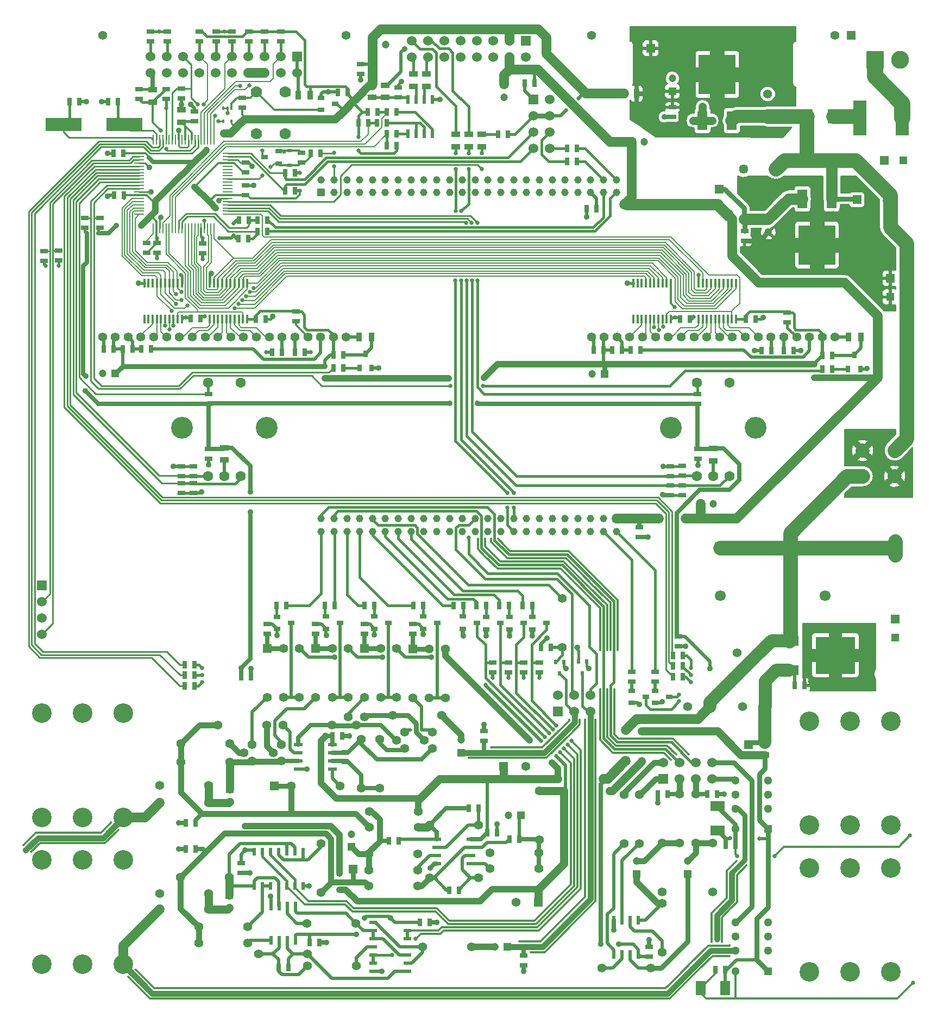
<source format=gtl>
G04 (created by PCBNEW (2013-07-07 BZR 4022)-stable) date 14/05/2014 09:54:23*
%MOIN*%
G04 Gerber Fmt 3.4, Leading zero omitted, Abs format*
%FSLAX34Y34*%
G01*
G70*
G90*
G04 APERTURE LIST*
%ADD10C,0.00590551*%
%ADD11C,0.0472441*%
%ADD12R,0.0472441X0.0472441*%
%ADD13C,0.012*%
%ADD14R,0.055X0.055*%
%ADD15R,0.019685X0.0275591*%
%ADD16R,0.0551X0.0236*%
%ADD17R,0.025X0.045*%
%ADD18C,0.055*%
%ADD19R,0.045X0.025*%
%ADD20R,0.02X0.045*%
%ADD21R,0.045X0.02*%
%ADD22R,0.0236X0.0551*%
%ADD23R,0.0394X0.0315*%
%ADD24C,0.0551181*%
%ADD25R,0.056X0.056*%
%ADD26C,0.056*%
%ADD27R,0.0787402X0.212598*%
%ADD28R,0.055X0.035*%
%ADD29R,0.035X0.055*%
%ADD30R,0.06X0.06*%
%ADD31C,0.06*%
%ADD32R,0.11X0.11*%
%ADD33C,0.11*%
%ADD34R,0.0866X0.063*%
%ADD35R,0.063X0.0866*%
%ADD36R,0.0709X0.0866*%
%ADD37R,0.0551181X0.0551181*%
%ADD38C,0.0570866*%
%ADD39R,0.0570866X0.0570866*%
%ADD40R,0.0511811X0.0511811*%
%ADD41R,0.0165X0.0579*%
%ADD42R,0.012X0.02*%
%ADD43R,0.0110236X0.0590551*%
%ADD44R,0.0590551X0.0110236*%
%ADD45C,0.0629921*%
%ADD46C,0.133858*%
%ADD47C,0.12*%
%ADD48R,0.0452756X0.0452756*%
%ADD49C,0.0452756*%
%ADD50R,0.228X0.244*%
%ADD51R,0.063X0.118*%
%ADD52R,0.244X0.228*%
%ADD53R,0.118X0.063*%
%ADD54R,0.027X0.024*%
%ADD55R,0.22X0.083*%
%ADD56C,0.07*%
%ADD57R,0.0315X0.0394*%
%ADD58C,0.0511811*%
%ADD59R,0.0531496X0.0531496*%
%ADD60C,0.0866142*%
%ADD61R,0.0669291X0.0669291*%
%ADD62C,0.0669291*%
%ADD63C,0.035*%
%ADD64C,0.025*%
%ADD65C,0.04*%
%ADD66C,0.02*%
%ADD67C,0.02*%
%ADD68C,0.025*%
%ADD69C,0.06*%
%ADD70C,0.015*%
%ADD71C,0.04*%
%ADD72C,0.012*%
%ADD73C,0.01*%
%ADD74C,0.05*%
%ADD75C,0.03*%
%ADD76C,0.07*%
%ADD77C,0.1*%
%ADD78C,0.08*%
%ADD79C,0.09*%
%ADD80C,0.008*%
%ADD81C,0.035*%
G04 APERTURE END LIST*
G54D10*
G54D11*
X27030Y-43961D03*
G54D12*
X27030Y-44748D03*
G54D13*
X27490Y-45070D03*
G54D14*
X44660Y-44260D03*
G54D15*
X32824Y-39185D03*
X33335Y-39185D03*
X33080Y-39894D03*
X34224Y-39165D03*
X34735Y-39165D03*
X34480Y-39874D03*
G54D16*
X27630Y-50060D03*
X25530Y-50060D03*
X27630Y-50560D03*
X27630Y-51060D03*
X27630Y-51560D03*
X25530Y-50560D03*
X25530Y-51060D03*
X25530Y-51560D03*
G54D17*
X28090Y-48170D03*
X27490Y-48170D03*
X30610Y-50060D03*
X30010Y-50060D03*
X26882Y-53186D03*
X26282Y-53186D03*
X10130Y-50660D03*
X10730Y-50660D03*
X10130Y-49050D03*
X10730Y-49050D03*
X22600Y-50150D03*
X23200Y-50150D03*
X29220Y-49660D03*
X28620Y-49660D03*
G54D18*
X25090Y-52440D03*
X28090Y-52440D03*
X21380Y-52930D03*
X24380Y-52930D03*
X31810Y-51860D03*
X28810Y-51860D03*
X31830Y-47080D03*
X31830Y-50080D03*
X21400Y-49330D03*
X24400Y-49330D03*
X25090Y-49190D03*
X28090Y-49190D03*
X21380Y-51950D03*
X24380Y-51950D03*
X31810Y-50880D03*
X28810Y-50880D03*
X21380Y-50970D03*
X24380Y-50970D03*
X24400Y-48350D03*
X21400Y-48350D03*
G54D11*
X29916Y-48580D03*
G54D12*
X30703Y-48580D03*
G54D11*
X20300Y-49746D03*
G54D12*
X20300Y-50533D03*
G54D18*
X9800Y-52400D03*
X12800Y-52400D03*
G54D11*
X12800Y-54273D03*
G54D12*
X12800Y-53486D03*
G54D18*
X11530Y-54360D03*
X8530Y-54360D03*
X11540Y-53380D03*
X8540Y-53380D03*
X17580Y-55220D03*
X20580Y-55220D03*
X13920Y-56420D03*
X10920Y-56420D03*
X17600Y-57820D03*
X20600Y-57820D03*
X17600Y-57100D03*
X14600Y-57100D03*
X18420Y-53340D03*
X18420Y-50340D03*
X13920Y-55440D03*
X10920Y-55440D03*
G54D17*
X15820Y-57920D03*
X16420Y-57920D03*
X25090Y-55150D03*
X24490Y-55150D03*
X18320Y-56380D03*
X17720Y-56380D03*
G54D19*
X13520Y-52140D03*
X13520Y-51540D03*
G54D20*
X14340Y-52940D03*
X14840Y-52940D03*
X15340Y-52940D03*
X15840Y-52940D03*
X16340Y-52940D03*
X16840Y-52940D03*
X17340Y-52940D03*
X17340Y-50840D03*
X16840Y-50840D03*
X16340Y-50840D03*
X15840Y-50840D03*
X15340Y-50840D03*
X14840Y-50840D03*
X14340Y-50840D03*
G54D21*
X21620Y-55160D03*
X21620Y-55660D03*
X21620Y-56160D03*
X21620Y-56660D03*
X21620Y-57160D03*
X21620Y-57660D03*
X21620Y-58160D03*
X23720Y-58160D03*
X23720Y-57660D03*
X23720Y-57160D03*
X23720Y-56660D03*
X23720Y-56160D03*
X23720Y-55660D03*
X23720Y-55160D03*
G54D22*
X16850Y-56270D03*
X16850Y-54170D03*
X16350Y-56270D03*
X15850Y-56270D03*
X15350Y-56270D03*
X16350Y-54170D03*
X15850Y-54170D03*
X15350Y-54170D03*
G54D19*
X18100Y-37460D03*
X18100Y-36860D03*
X24080Y-37470D03*
X24080Y-36870D03*
X21100Y-37460D03*
X21100Y-36860D03*
X15130Y-37470D03*
X15130Y-36870D03*
G54D23*
X16608Y-36795D03*
X15742Y-37170D03*
X15742Y-36420D03*
X19613Y-36775D03*
X18747Y-37150D03*
X18747Y-36400D03*
X22573Y-36775D03*
X21707Y-37150D03*
X21707Y-36400D03*
X25563Y-36775D03*
X24697Y-37150D03*
X24697Y-36400D03*
G54D24*
X25275Y-44505D03*
X24775Y-44005D03*
X25275Y-43505D03*
X21085Y-42560D03*
X20585Y-43060D03*
X20085Y-42560D03*
X23550Y-44505D03*
X23050Y-44005D03*
X23550Y-43505D03*
X16010Y-45260D03*
X15510Y-44760D03*
X16010Y-44260D03*
X14210Y-45260D03*
X13710Y-44760D03*
X14210Y-44260D03*
G54D16*
X19135Y-44260D03*
X17035Y-44260D03*
X19135Y-44760D03*
X19135Y-45260D03*
X19135Y-45760D03*
X17035Y-44760D03*
X17035Y-45260D03*
X17035Y-45760D03*
G54D17*
X19735Y-43710D03*
X19135Y-43710D03*
G54D19*
X28440Y-43410D03*
X28440Y-44010D03*
X19935Y-45310D03*
X19935Y-44710D03*
G54D18*
X23075Y-38370D03*
X23075Y-41370D03*
X25830Y-42455D03*
X22830Y-42455D03*
X17107Y-38347D03*
X17107Y-41347D03*
X20910Y-43910D03*
X20910Y-46910D03*
X19585Y-46785D03*
X16585Y-46785D03*
X26060Y-38380D03*
X26060Y-41380D03*
X16127Y-38347D03*
X16127Y-41347D03*
X22100Y-38360D03*
X22100Y-41360D03*
X20100Y-38350D03*
X20100Y-41350D03*
X19120Y-38350D03*
X19120Y-41350D03*
X25080Y-38380D03*
X25080Y-41380D03*
X9835Y-45310D03*
X12835Y-45310D03*
X22035Y-46910D03*
X22035Y-43910D03*
X11535Y-47835D03*
X8535Y-47835D03*
X11540Y-46760D03*
X8540Y-46760D03*
X9835Y-44185D03*
X12835Y-44185D03*
X12110Y-43060D03*
X15110Y-43060D03*
X16085Y-43060D03*
X19085Y-43060D03*
G54D25*
X18100Y-38360D03*
G54D26*
X18100Y-41360D03*
G54D25*
X21100Y-38360D03*
G54D26*
X21100Y-41360D03*
G54D25*
X24080Y-38380D03*
G54D26*
X24080Y-41380D03*
G54D25*
X15127Y-38347D03*
G54D26*
X15127Y-41347D03*
G54D11*
X12835Y-47773D03*
G54D12*
X12835Y-46986D03*
G54D24*
X19189Y-19254D03*
X19977Y-19254D03*
X5016Y-751D03*
X16040Y-19254D03*
X16827Y-19254D03*
X17615Y-19254D03*
X12890Y-19254D03*
X13678Y-19254D03*
X14465Y-19254D03*
X10528Y-19254D03*
X11315Y-19254D03*
X12103Y-19254D03*
X7378Y-19254D03*
X8166Y-19254D03*
X8953Y-19254D03*
X5016Y-19254D03*
X5804Y-19254D03*
X19977Y-751D03*
X15252Y-19254D03*
X18402Y-19254D03*
X6591Y-19254D03*
X9741Y-19254D03*
G54D27*
X54111Y-5829D03*
X51512Y-5829D03*
G54D28*
X28296Y-6839D03*
X28296Y-7589D03*
G54D29*
X44405Y-12025D03*
X43655Y-12025D03*
G54D28*
X9860Y-5340D03*
X9860Y-6090D03*
X45680Y-44125D03*
X45680Y-44875D03*
X42500Y-26100D03*
X42500Y-26850D03*
X12495Y-26044D03*
X12495Y-26794D03*
G54D29*
X37795Y-4340D03*
X37045Y-4340D03*
X20770Y-19260D03*
X21520Y-19260D03*
G54D28*
X8100Y-4850D03*
X8100Y-4100D03*
X24898Y-3128D03*
X24898Y-3878D03*
X24111Y-3878D03*
X24111Y-3128D03*
G54D29*
X50810Y-19255D03*
X51560Y-19255D03*
G54D19*
X8920Y-4645D03*
X8920Y-4045D03*
X13795Y-10550D03*
X13795Y-9950D03*
G54D17*
X6320Y-10545D03*
X5720Y-10545D03*
X20055Y-4260D03*
X19455Y-4260D03*
X29307Y-6836D03*
X29907Y-6836D03*
G54D19*
X7275Y-4650D03*
X7275Y-4050D03*
X10680Y-6015D03*
X10680Y-5415D03*
X11170Y-13515D03*
X11170Y-14115D03*
X13800Y-9170D03*
X13800Y-8570D03*
G54D17*
X13375Y-13210D03*
X13975Y-13210D03*
X13385Y-12100D03*
X13985Y-12100D03*
X16825Y-9180D03*
X16225Y-9180D03*
X16820Y-10295D03*
X16220Y-10295D03*
G54D19*
X3940Y-12565D03*
X3940Y-11965D03*
X4850Y-12565D03*
X4850Y-11965D03*
X13605Y-5175D03*
X13605Y-4575D03*
X9860Y-4635D03*
X9860Y-4035D03*
G54D17*
X21880Y-6135D03*
X22480Y-6135D03*
G54D19*
X37490Y-40400D03*
X37490Y-39800D03*
X38920Y-40400D03*
X38920Y-39800D03*
G54D17*
X43860Y-50420D03*
X43260Y-50420D03*
X42620Y-58070D03*
X43220Y-58070D03*
G54D19*
X37964Y-31515D03*
X37964Y-30915D03*
G54D17*
X35340Y-11405D03*
X34740Y-11405D03*
X31530Y-3680D03*
X30930Y-3680D03*
G54D19*
X20850Y-2509D03*
X20850Y-3109D03*
G54D17*
X47490Y-40620D03*
X48090Y-40620D03*
G54D19*
X39988Y-5173D03*
X39988Y-5773D03*
X44420Y-12765D03*
X44420Y-13365D03*
G54D17*
X22470Y-6805D03*
X23070Y-6805D03*
X22470Y-5465D03*
X23070Y-5465D03*
X15135Y-12095D03*
X14535Y-12095D03*
X14535Y-12780D03*
X15135Y-12780D03*
X34120Y-8490D03*
X33520Y-8490D03*
X33520Y-7700D03*
X34120Y-7700D03*
X6295Y-7995D03*
X5695Y-7995D03*
G54D19*
X23160Y-3965D03*
X23160Y-4565D03*
X47040Y-17745D03*
X47040Y-18345D03*
X11515Y-23345D03*
X11515Y-22745D03*
X1428Y-14575D03*
X1428Y-13975D03*
X2322Y-14573D03*
X2322Y-13973D03*
G54D17*
X10650Y-40655D03*
X10050Y-40655D03*
X10650Y-40000D03*
X10050Y-40000D03*
X10650Y-39350D03*
X10050Y-39350D03*
X40640Y-40090D03*
X40040Y-40090D03*
X40640Y-39440D03*
X40040Y-39440D03*
X40640Y-38790D03*
X40040Y-38790D03*
X49790Y-21210D03*
X49190Y-21210D03*
X49190Y-20395D03*
X49790Y-20395D03*
X35749Y-20042D03*
X35149Y-20042D03*
X36291Y-20042D03*
X36891Y-20042D03*
X38033Y-20042D03*
X37433Y-20042D03*
X45448Y-20079D03*
X46048Y-20079D03*
X47432Y-20081D03*
X46832Y-20081D03*
X40450Y-18155D03*
X41050Y-18155D03*
X44510Y-18160D03*
X45110Y-18160D03*
X19795Y-21155D03*
X19195Y-21155D03*
X19185Y-20350D03*
X19785Y-20350D03*
X5710Y-20003D03*
X5110Y-20003D03*
X6252Y-20003D03*
X6852Y-20003D03*
X7993Y-20003D03*
X7393Y-20003D03*
G54D19*
X16900Y-17700D03*
X16900Y-18300D03*
G54D17*
X17428Y-20195D03*
X16828Y-20195D03*
X15446Y-20195D03*
X16046Y-20195D03*
X14440Y-18152D03*
X15040Y-18152D03*
X10420Y-18115D03*
X11020Y-18115D03*
G54D19*
X9853Y-27778D03*
X9853Y-27178D03*
G54D17*
X3000Y-4825D03*
X3600Y-4825D03*
X5950Y-4825D03*
X5350Y-4825D03*
G54D19*
X7969Y-529D03*
X7969Y-1129D03*
X8992Y-529D03*
X8992Y-1129D03*
X11985Y-529D03*
X11985Y-1129D03*
X12969Y-529D03*
X12969Y-1129D03*
X10961Y-529D03*
X10961Y-1129D03*
X13992Y-529D03*
X13992Y-1129D03*
X14977Y-529D03*
X14977Y-1129D03*
X15961Y-529D03*
X15961Y-1129D03*
X41570Y-26135D03*
X41570Y-26735D03*
X40600Y-28345D03*
X40600Y-28945D03*
X40600Y-27765D03*
X40600Y-27165D03*
X39870Y-28345D03*
X39870Y-28945D03*
X9853Y-28220D03*
X9853Y-28820D03*
X10601Y-27778D03*
X10601Y-27178D03*
X10601Y-28220D03*
X10601Y-28820D03*
X11530Y-26115D03*
X11530Y-26715D03*
X41521Y-23345D03*
X41521Y-22745D03*
X39860Y-27775D03*
X39860Y-27175D03*
G54D14*
X50977Y-748D03*
X51316Y-10840D03*
X38660Y-1555D03*
X42865Y-10175D03*
G54D30*
X31000Y-1075D03*
G54D31*
X31000Y-2075D03*
X30000Y-1075D03*
X30000Y-2075D03*
X29000Y-1075D03*
X29000Y-2075D03*
X28000Y-1075D03*
X28000Y-2075D03*
X27000Y-1075D03*
X27000Y-2075D03*
X26000Y-1075D03*
X26000Y-2075D03*
X25000Y-1075D03*
X25000Y-2075D03*
X24000Y-1075D03*
X24000Y-2075D03*
G54D30*
X31475Y-4700D03*
G54D31*
X32475Y-4700D03*
X31475Y-5700D03*
X32475Y-5700D03*
X31475Y-6700D03*
X32475Y-6700D03*
X31475Y-7700D03*
X32475Y-7700D03*
X15980Y-2045D03*
X14980Y-2045D03*
X15980Y-3045D03*
X14980Y-3045D03*
X12980Y-2045D03*
X11980Y-2045D03*
X12980Y-3045D03*
X11980Y-3045D03*
X9980Y-2045D03*
X8980Y-2045D03*
X9980Y-3045D03*
X8980Y-3045D03*
G54D30*
X16980Y-2045D03*
G54D31*
X13980Y-2045D03*
X16980Y-3045D03*
X13980Y-3045D03*
X10980Y-2045D03*
X7980Y-2045D03*
X10980Y-3045D03*
X7980Y-3045D03*
G54D32*
X52418Y-2247D03*
G54D33*
X53977Y-2247D03*
G54D34*
X42780Y-48032D03*
X42780Y-49528D03*
G54D35*
X41722Y-59190D03*
X43218Y-59190D03*
G54D36*
X49850Y-5735D03*
X48270Y-5735D03*
G54D24*
X43961Y-38630D03*
G54D37*
X45338Y-38630D03*
G54D24*
X45840Y-4356D03*
G54D37*
X45840Y-5733D03*
G54D11*
X38273Y-7290D03*
G54D12*
X37486Y-7290D03*
G54D11*
X22396Y-1321D03*
G54D12*
X21609Y-1321D03*
G54D11*
X29680Y-4543D03*
G54D12*
X29680Y-3756D03*
G54D11*
X35056Y-21538D03*
G54D12*
X35843Y-21538D03*
G54D11*
X42511Y-29488D03*
G54D12*
X41724Y-29488D03*
G54D11*
X5016Y-21499D03*
G54D12*
X5804Y-21499D03*
G54D11*
X45880Y-12824D03*
G54D12*
X45880Y-12037D03*
G54D11*
X39988Y-3406D03*
G54D12*
X39988Y-4193D03*
G54D38*
X44365Y-8955D03*
G54D39*
X46334Y-8955D03*
G54D40*
X53659Y-31779D03*
X53659Y-37685D03*
X48247Y-8440D03*
X54152Y-8440D03*
X53358Y-10896D03*
X53358Y-16801D03*
G54D41*
X42873Y-15953D03*
X42617Y-15953D03*
X42361Y-15953D03*
X42105Y-15953D03*
X43637Y-18155D03*
X43641Y-15953D03*
X43385Y-15953D03*
X43129Y-15953D03*
X41849Y-18157D03*
X42105Y-18157D03*
X42361Y-18157D03*
X42617Y-18157D03*
X42873Y-18157D03*
X43129Y-18157D03*
X41849Y-15953D03*
X43385Y-18155D03*
X43897Y-15953D03*
X41593Y-15953D03*
X41593Y-18157D03*
X43897Y-18157D03*
X38878Y-15943D03*
X38622Y-15943D03*
X38366Y-15943D03*
X38110Y-15943D03*
X39642Y-18145D03*
X39646Y-15943D03*
X39390Y-15943D03*
X39134Y-15943D03*
X37854Y-18147D03*
X38110Y-18147D03*
X38366Y-18147D03*
X38622Y-18147D03*
X38878Y-18147D03*
X39134Y-18147D03*
X37854Y-15943D03*
X39390Y-18145D03*
X39902Y-15943D03*
X37598Y-15943D03*
X37598Y-18147D03*
X39902Y-18147D03*
G54D42*
X12943Y-5232D03*
X12443Y-5232D03*
X12943Y-6032D03*
X12693Y-5232D03*
X12443Y-6032D03*
G54D19*
X8370Y-13505D03*
X8370Y-14105D03*
G54D43*
X11867Y-7148D03*
X11670Y-7148D03*
X11473Y-7148D03*
X11276Y-7148D03*
X11080Y-7148D03*
X10883Y-7148D03*
X10686Y-7148D03*
X10489Y-7148D03*
X10292Y-7148D03*
X10095Y-7148D03*
X9899Y-7148D03*
X9702Y-7148D03*
X9505Y-7148D03*
X9308Y-7148D03*
X9111Y-7148D03*
X8914Y-7148D03*
X8717Y-7148D03*
X8521Y-7148D03*
X8324Y-7148D03*
X8127Y-7148D03*
G54D44*
X7280Y-7994D03*
X7280Y-8191D03*
X7280Y-8388D03*
X7280Y-8585D03*
X7280Y-8782D03*
X7280Y-8979D03*
X7280Y-9176D03*
X7280Y-9372D03*
X7280Y-9569D03*
X7280Y-9766D03*
X7280Y-9963D03*
X7280Y-10160D03*
X7280Y-10357D03*
X7280Y-10554D03*
X7280Y-10750D03*
X7280Y-10947D03*
X7280Y-11144D03*
X7280Y-11341D03*
X7280Y-11538D03*
X7280Y-11735D03*
G54D43*
X8127Y-12581D03*
X8324Y-12581D03*
X8521Y-12581D03*
X8717Y-12581D03*
X8914Y-12581D03*
X9111Y-12581D03*
X9308Y-12581D03*
X9505Y-12581D03*
X9702Y-12581D03*
X9899Y-12581D03*
X10095Y-12581D03*
X10292Y-12581D03*
X10489Y-12581D03*
X10686Y-12581D03*
X10883Y-12581D03*
X11080Y-12581D03*
X11276Y-12581D03*
X11473Y-12581D03*
X11670Y-12581D03*
X11867Y-12581D03*
G54D44*
X12713Y-11735D03*
X12713Y-11538D03*
X12713Y-11341D03*
X12713Y-11144D03*
X12713Y-10947D03*
X12713Y-10750D03*
X12713Y-10554D03*
X12713Y-10357D03*
X12713Y-10160D03*
X12713Y-9963D03*
X12713Y-9766D03*
X12713Y-9569D03*
X12713Y-9372D03*
X12713Y-9176D03*
X12713Y-8979D03*
X12713Y-8782D03*
X12713Y-8585D03*
X12713Y-8388D03*
X12713Y-8191D03*
X12713Y-7994D03*
G54D45*
X11513Y-27776D03*
X11513Y-22067D03*
X13482Y-27776D03*
X13482Y-22067D03*
X12497Y-27776D03*
G54D46*
X9898Y-24825D03*
X15095Y-24825D03*
G54D45*
X41513Y-27776D03*
X41513Y-22067D03*
X43482Y-27776D03*
X43482Y-22067D03*
X42497Y-27776D03*
G54D46*
X39898Y-24825D03*
X45095Y-24825D03*
G54D47*
X3797Y-42333D03*
X1297Y-42333D03*
X6312Y-42333D03*
X3797Y-48723D03*
X1297Y-48723D03*
X6297Y-48723D03*
X3797Y-51333D03*
X1297Y-51333D03*
X6312Y-51333D03*
X3797Y-57723D03*
X1297Y-57723D03*
X6297Y-57723D03*
X50897Y-49198D03*
X53397Y-49198D03*
X48382Y-49198D03*
X50897Y-42808D03*
X53397Y-42808D03*
X48397Y-42808D03*
X50897Y-58198D03*
X53397Y-58198D03*
X48382Y-58198D03*
X50897Y-51808D03*
X53397Y-51808D03*
X48397Y-51808D03*
G54D24*
X49189Y-19254D03*
X49977Y-19254D03*
X35016Y-751D03*
X46040Y-19254D03*
X46827Y-19254D03*
X47615Y-19254D03*
X42890Y-19254D03*
X43678Y-19254D03*
X44465Y-19254D03*
X40528Y-19254D03*
X41315Y-19254D03*
X42103Y-19254D03*
X37378Y-19254D03*
X38166Y-19254D03*
X38953Y-19254D03*
X35016Y-19254D03*
X35804Y-19254D03*
X49977Y-751D03*
X45252Y-19254D03*
X48402Y-19254D03*
X36591Y-19254D03*
X39741Y-19254D03*
G54D48*
X18441Y-10397D03*
G54D49*
X18441Y-9609D03*
X19229Y-10397D03*
X19229Y-9609D03*
X20016Y-10397D03*
X20016Y-9609D03*
X20804Y-10397D03*
X20804Y-9609D03*
X21591Y-10397D03*
X21591Y-9609D03*
X22378Y-10397D03*
X22378Y-9609D03*
X23166Y-10397D03*
X23166Y-9609D03*
X23953Y-10397D03*
X23953Y-9609D03*
X24741Y-10397D03*
X24741Y-9609D03*
X25528Y-10397D03*
X25528Y-9609D03*
X26315Y-10397D03*
X26315Y-9609D03*
X27103Y-10397D03*
X27103Y-9609D03*
X27890Y-10397D03*
X27890Y-9609D03*
X28678Y-10397D03*
X28678Y-9609D03*
X29465Y-10397D03*
X29465Y-9609D03*
X30252Y-10397D03*
X30252Y-9609D03*
X31040Y-10397D03*
X31040Y-9609D03*
X31827Y-10397D03*
X31827Y-9609D03*
X32615Y-10397D03*
X32615Y-9609D03*
X33402Y-10397D03*
X33402Y-9609D03*
X34189Y-10397D03*
X34189Y-9609D03*
X34977Y-10397D03*
X34977Y-9609D03*
X35764Y-10397D03*
X35764Y-9609D03*
X36552Y-10397D03*
X36552Y-9609D03*
G54D48*
X36552Y-30397D03*
G54D49*
X36552Y-31184D03*
X35764Y-30397D03*
X35764Y-31184D03*
X34977Y-30397D03*
X34977Y-31184D03*
X34189Y-30397D03*
X34189Y-31184D03*
X33402Y-30397D03*
X33402Y-31184D03*
X32615Y-30397D03*
X32615Y-31184D03*
X31827Y-30397D03*
X31827Y-31184D03*
X31040Y-30397D03*
X31040Y-31184D03*
X30252Y-30397D03*
X30252Y-31184D03*
X29465Y-30397D03*
X29465Y-31184D03*
X28678Y-30397D03*
X28678Y-31184D03*
X27890Y-30397D03*
X27890Y-31184D03*
X27103Y-30397D03*
X27103Y-31184D03*
X26315Y-30397D03*
X26315Y-31184D03*
X25528Y-30397D03*
X25528Y-31184D03*
X24741Y-30397D03*
X24741Y-31184D03*
X23953Y-30397D03*
X23953Y-31184D03*
X23166Y-30397D03*
X23166Y-31184D03*
X22378Y-30397D03*
X22378Y-31184D03*
X21591Y-30397D03*
X21591Y-31184D03*
X20804Y-30397D03*
X20804Y-31184D03*
X20016Y-30397D03*
X20016Y-31184D03*
X19229Y-30397D03*
X19229Y-31184D03*
X18441Y-30397D03*
X18441Y-31184D03*
G54D50*
X48866Y-13615D03*
G54D51*
X49766Y-10785D03*
X47966Y-10785D03*
G54D50*
X42740Y-3155D03*
G54D51*
X41840Y-5985D03*
X43640Y-5985D03*
G54D52*
X49998Y-38774D03*
G54D53*
X47168Y-37874D03*
X47168Y-39674D03*
G54D41*
X8868Y-15953D03*
X8612Y-15953D03*
X8356Y-15953D03*
X8100Y-15953D03*
X9632Y-18155D03*
X9636Y-15953D03*
X9380Y-15953D03*
X9124Y-15953D03*
X7844Y-18157D03*
X8100Y-18157D03*
X8356Y-18157D03*
X8612Y-18157D03*
X8868Y-18157D03*
X9124Y-18157D03*
X7844Y-15953D03*
X9380Y-18155D03*
X9892Y-15953D03*
X7588Y-15953D03*
X7588Y-18157D03*
X9892Y-18157D03*
X12880Y-15948D03*
X12624Y-15948D03*
X12368Y-15948D03*
X12112Y-15948D03*
X13644Y-18150D03*
X13648Y-15948D03*
X13392Y-15948D03*
X13136Y-15948D03*
X11856Y-18152D03*
X12112Y-18152D03*
X12368Y-18152D03*
X12624Y-18152D03*
X12880Y-18152D03*
X13136Y-18152D03*
X11856Y-15948D03*
X13392Y-18150D03*
X13904Y-15948D03*
X11600Y-15948D03*
X11600Y-18152D03*
X13904Y-18152D03*
G54D23*
X14952Y-8240D03*
X15818Y-7865D03*
X15818Y-8615D03*
G54D17*
X18395Y-7975D03*
X17795Y-7975D03*
G54D19*
X17225Y-7950D03*
X17225Y-8550D03*
G54D54*
X16495Y-7830D03*
X16495Y-8710D03*
G54D55*
X2630Y-6225D03*
X6370Y-6225D03*
G54D29*
X17775Y-4430D03*
X17025Y-4430D03*
G54D22*
X23770Y-4705D03*
X23770Y-6805D03*
X24270Y-4705D03*
X24770Y-4705D03*
X25270Y-4705D03*
X24270Y-6805D03*
X24770Y-6805D03*
X25270Y-6805D03*
G54D28*
X22380Y-3820D03*
X22380Y-4570D03*
X21560Y-3815D03*
X21560Y-4565D03*
G54D17*
X20730Y-6135D03*
X21330Y-6135D03*
X23070Y-7515D03*
X22470Y-7515D03*
X21290Y-5465D03*
X21890Y-5465D03*
G54D19*
X7720Y-14105D03*
X7720Y-13505D03*
G54D30*
X1300Y-34500D03*
G54D31*
X1300Y-35500D03*
X1300Y-36500D03*
X1300Y-37500D03*
G54D28*
X26700Y-7590D03*
X26700Y-6840D03*
G54D23*
X19293Y-4955D03*
X18427Y-5330D03*
X18427Y-4580D03*
G54D56*
X14449Y-4225D03*
X16221Y-4225D03*
X14449Y-6785D03*
X16221Y-6785D03*
G54D17*
X13543Y-40104D03*
X14143Y-40104D03*
G54D19*
X40350Y-37620D03*
X40350Y-38220D03*
G54D23*
X39783Y-41330D03*
X38917Y-41705D03*
X38917Y-40955D03*
X38363Y-41330D03*
X37497Y-41705D03*
X37497Y-40955D03*
G54D57*
X21170Y-20287D03*
X21545Y-21153D03*
X20795Y-21153D03*
X51150Y-20342D03*
X51525Y-21208D03*
X50775Y-21208D03*
G54D28*
X27488Y-7590D03*
X27488Y-6840D03*
G54D23*
X32273Y-36800D03*
X31407Y-37175D03*
X31407Y-36425D03*
X30853Y-36800D03*
X29987Y-37175D03*
X29987Y-36425D03*
X29433Y-36800D03*
X28567Y-37175D03*
X28567Y-36425D03*
X28013Y-36780D03*
X27147Y-37155D03*
X27147Y-36405D03*
G54D19*
X30850Y-57780D03*
X30850Y-57180D03*
G54D18*
X27680Y-56660D03*
X24680Y-56660D03*
G54D11*
X29086Y-56660D03*
G54D12*
X29873Y-56660D03*
G54D19*
X29920Y-39220D03*
X29920Y-39820D03*
X28960Y-39220D03*
X28960Y-39820D03*
X30880Y-39220D03*
X30880Y-39820D03*
X31840Y-39220D03*
X31840Y-39820D03*
G54D22*
X37910Y-57130D03*
X37910Y-55030D03*
X37410Y-57130D03*
X36910Y-57130D03*
X36410Y-57130D03*
X37410Y-55030D03*
X36910Y-55030D03*
X36410Y-55030D03*
G54D18*
X39360Y-54000D03*
X39360Y-57000D03*
X37960Y-50320D03*
X37960Y-47320D03*
X39360Y-50300D03*
X39360Y-53300D03*
X40420Y-47300D03*
X40420Y-50300D03*
X38660Y-57960D03*
X35660Y-57960D03*
X37040Y-50320D03*
X37040Y-47320D03*
X42480Y-50300D03*
X42480Y-53300D03*
X41420Y-47300D03*
X41420Y-50300D03*
G54D19*
X38580Y-56660D03*
X38580Y-57260D03*
G54D17*
X39100Y-47300D03*
X39700Y-47300D03*
X42740Y-47300D03*
X42140Y-47300D03*
G54D11*
X37800Y-51406D03*
G54D12*
X37800Y-52193D03*
G54D11*
X40920Y-51406D03*
G54D12*
X40920Y-52193D03*
G54D30*
X39420Y-46360D03*
G54D31*
X39420Y-45360D03*
X40420Y-46360D03*
X40420Y-45360D03*
X41420Y-46360D03*
X41420Y-45360D03*
X42420Y-46360D03*
X42420Y-45360D03*
G54D30*
X32970Y-42240D03*
G54D31*
X32970Y-41240D03*
X33970Y-42240D03*
X33970Y-41240D03*
X34970Y-42240D03*
X34970Y-41240D03*
G54D13*
X28060Y-31630D03*
X28500Y-31630D03*
X28850Y-31630D03*
X29290Y-31630D03*
X35550Y-38450D03*
X35990Y-38450D03*
X36190Y-38450D03*
X36630Y-38450D03*
X36430Y-40850D03*
X35990Y-40850D03*
X35550Y-40850D03*
X35280Y-42740D03*
X34640Y-42740D03*
X34310Y-42740D03*
X33670Y-42740D03*
X40220Y-44870D03*
X39910Y-45180D03*
X41000Y-44870D03*
X30590Y-56340D03*
X31300Y-56980D03*
X28850Y-44430D03*
X7060Y-58050D03*
X6600Y-58490D03*
X43500Y-57210D03*
X43500Y-56570D03*
X5990Y-49490D03*
X5540Y-49040D03*
X160Y-50430D03*
X650Y-50840D03*
X42400Y-56370D03*
X43040Y-56370D03*
X44540Y-51670D03*
X43920Y-51390D03*
G54D14*
X15570Y-46790D03*
X20400Y-51890D03*
G54D18*
X33240Y-38295D03*
X33240Y-35295D03*
G54D17*
X32520Y-38290D03*
X31920Y-38290D03*
G54D58*
X45870Y-46443D03*
X45870Y-48176D03*
X43870Y-47310D03*
X43870Y-48176D03*
X43870Y-46443D03*
X45870Y-47310D03*
X43870Y-49436D03*
G54D40*
X45870Y-49436D03*
G54D58*
X45860Y-55158D03*
X45860Y-56891D03*
X43860Y-56025D03*
X43860Y-56891D03*
X43860Y-55158D03*
X45860Y-56025D03*
X43860Y-58151D03*
G54D40*
X45860Y-58151D03*
G54D59*
X53358Y-11724D03*
X53358Y-15661D03*
X49074Y-8440D03*
X53011Y-8440D03*
X53659Y-32619D03*
X53659Y-36556D03*
G54D17*
X30800Y-35725D03*
X31400Y-35725D03*
X29375Y-35725D03*
X29975Y-35725D03*
X27950Y-35725D03*
X28550Y-35725D03*
X26550Y-35725D03*
X27150Y-35725D03*
X24100Y-35725D03*
X24700Y-35725D03*
X21100Y-35725D03*
X21700Y-35725D03*
X19275Y-35725D03*
X18675Y-35725D03*
X16300Y-35725D03*
X15700Y-35725D03*
G54D60*
X51665Y-26222D03*
X53634Y-26222D03*
X53634Y-27797D03*
X51665Y-27797D03*
G54D24*
X44301Y-41940D03*
G54D37*
X45678Y-41940D03*
G54D24*
X40921Y-41940D03*
G54D37*
X42298Y-41940D03*
G54D24*
X31008Y-45600D03*
G54D37*
X29631Y-45600D03*
G54D24*
X30381Y-53930D03*
G54D37*
X31758Y-53930D03*
G54D61*
X42940Y-32183D03*
G54D62*
X42940Y-35136D03*
G54D61*
X49380Y-32183D03*
G54D62*
X49380Y-35136D03*
G54D63*
X42310Y-39587D03*
X26330Y-23340D03*
X28030Y-23340D03*
X14090Y-28760D03*
X14086Y-29983D03*
X13518Y-39565D03*
X3986Y-21663D03*
X3972Y-22559D03*
X5872Y-12411D03*
X7408Y-12417D03*
G54D64*
X20728Y-7839D03*
X20726Y-7007D03*
X33476Y-5369D03*
X34240Y-4611D03*
X3840Y-14907D03*
X2322Y-14907D03*
X1530Y-14907D03*
X4750Y-12895D03*
X4048Y-12895D03*
G54D63*
X9915Y-9285D03*
X10680Y-10050D03*
X11980Y-11350D03*
G54D64*
X12195Y-13195D03*
X11170Y-13195D03*
X13070Y-13040D03*
X13070Y-12300D03*
G54D63*
X11385Y-7795D03*
X12450Y-6750D03*
G54D64*
X8914Y-5240D03*
G54D63*
X9860Y-4975D03*
G54D64*
X8370Y-13195D03*
X17125Y-9181D03*
X17125Y-10289D03*
G54D63*
X39158Y-30393D03*
X40798Y-30393D03*
X28420Y-21770D03*
X18680Y-21780D03*
X18680Y-21043D03*
X26280Y-21780D03*
X23555Y-1575D03*
G54D64*
X9840Y-15455D03*
G54D63*
X48692Y-20937D03*
X48694Y-21747D03*
G54D64*
X40130Y-17435D03*
X10120Y-18065D03*
X40150Y-18050D03*
G54D63*
X37030Y-11135D03*
G54D65*
X33340Y-47080D03*
G54D63*
X36130Y-47080D03*
G54D65*
X38110Y-45270D03*
X38110Y-43420D03*
G54D64*
X28520Y-40590D03*
X32870Y-44960D03*
X31920Y-44010D03*
G54D63*
X20590Y-55890D03*
X21100Y-54900D03*
X22690Y-54900D03*
X13780Y-49244D03*
X13780Y-50740D03*
G54D64*
X45320Y-50010D03*
X43520Y-50000D03*
X31840Y-40160D03*
X30880Y-40160D03*
X29920Y-40160D03*
X28960Y-40160D03*
G54D63*
X22690Y-53860D03*
X19580Y-52150D03*
X19580Y-53150D03*
X53650Y-27010D03*
X52650Y-27010D03*
X54450Y-27010D03*
X52650Y-27810D03*
X52650Y-28610D03*
X52650Y-26210D03*
X52650Y-25410D03*
X51650Y-27010D03*
G54D13*
X35275Y-52590D03*
X34640Y-52600D03*
X35275Y-53850D03*
X34642Y-53602D03*
X34462Y-54672D03*
X33977Y-54267D03*
X33272Y-54972D03*
X33762Y-55372D03*
X33052Y-56082D03*
X32610Y-55630D03*
X32155Y-56980D03*
X31904Y-56340D03*
G54D63*
X30850Y-58160D03*
G54D13*
X35275Y-51530D03*
X35275Y-50530D03*
X35275Y-49530D03*
X35275Y-48530D03*
X35275Y-47530D03*
X35275Y-44810D03*
X35275Y-45865D03*
X35275Y-43785D03*
X34644Y-43785D03*
X34644Y-45865D03*
X34644Y-44810D03*
X34644Y-47530D03*
X34644Y-48530D03*
X34644Y-49530D03*
X34644Y-50530D03*
X34644Y-51530D03*
G54D63*
X28440Y-43020D03*
G54D13*
X33785Y-43550D03*
X31555Y-45063D03*
X30555Y-45063D03*
X29555Y-45063D03*
X28550Y-45070D03*
X29555Y-44433D03*
X30555Y-44433D03*
X33302Y-43142D03*
G54D63*
X25130Y-51820D03*
X39350Y-41640D03*
X40810Y-38220D03*
X39401Y-28937D03*
G54D66*
X48398Y-39574D03*
X49198Y-40374D03*
X50798Y-40374D03*
X51598Y-39574D03*
X51598Y-37974D03*
X50798Y-37174D03*
X49198Y-37174D03*
X48398Y-37974D03*
X48398Y-38774D03*
X48398Y-37174D03*
X49998Y-37174D03*
X51598Y-37174D03*
X51598Y-38774D03*
X51598Y-40374D03*
X49998Y-40374D03*
X48398Y-40374D03*
X48798Y-38774D03*
X48866Y-14965D03*
X44366Y-9615D03*
X45366Y-9615D03*
X51866Y-11615D03*
X50866Y-9615D03*
X51866Y-14615D03*
X51866Y-15615D03*
X50866Y-14615D03*
X52866Y-14615D03*
X51866Y-13615D03*
X51866Y-12615D03*
X52866Y-13615D03*
X50865Y-13615D03*
X50866Y-11615D03*
X48866Y-11615D03*
X49866Y-11615D03*
X50866Y-12615D03*
X45366Y-10615D03*
X44366Y-10615D03*
X47866Y-9615D03*
X48866Y-10615D03*
X48866Y-9615D03*
X46366Y-9615D03*
X46366Y-14615D03*
X45366Y-13615D03*
X47366Y-13615D03*
X46366Y-13615D03*
X45366Y-14615D03*
X49266Y-13615D03*
X48466Y-13615D03*
X48866Y-13615D03*
X49665Y-14015D03*
X49265Y-14415D03*
X48465Y-14415D03*
X48065Y-14015D03*
X49665Y-12815D03*
X49665Y-13215D03*
X49265Y-13215D03*
X49265Y-12815D03*
X48465Y-12815D03*
X48065Y-13215D03*
X48065Y-12815D03*
X48465Y-13215D03*
X48065Y-14415D03*
X48465Y-14015D03*
X49665Y-14415D03*
X49265Y-14015D03*
X48865Y-14415D03*
X48865Y-14015D03*
X48865Y-12815D03*
X48865Y-13215D03*
X48065Y-13615D03*
X49665Y-13615D03*
X47366Y-11615D03*
X47366Y-14615D03*
X47366Y-12615D03*
G54D63*
X39491Y-5765D03*
X41841Y-5140D03*
X42416Y-5990D03*
X41266Y-5990D03*
G54D66*
X50795Y-39575D03*
X50395Y-39575D03*
X49995Y-39575D03*
X49595Y-39575D03*
X49195Y-39575D03*
X49195Y-39175D03*
X49595Y-39175D03*
X49995Y-39175D03*
X50395Y-39175D03*
X50795Y-39175D03*
X50795Y-37975D03*
X50795Y-38375D03*
X50395Y-38375D03*
X50395Y-37975D03*
X49995Y-37975D03*
X49995Y-38375D03*
X49595Y-38375D03*
X49595Y-37975D03*
X49195Y-37975D03*
X49195Y-38375D03*
X49195Y-38775D03*
X49595Y-38775D03*
X50795Y-38775D03*
X50395Y-38775D03*
G54D63*
X34880Y-39600D03*
X33480Y-39600D03*
X32290Y-37720D03*
X8590Y-11940D03*
G54D13*
X43955Y-52250D03*
X43324Y-51985D03*
X43324Y-52740D03*
X43955Y-53040D03*
X43955Y-53930D03*
X43512Y-54372D03*
X42862Y-54132D03*
X43324Y-53669D03*
X43040Y-54845D03*
X42400Y-54594D03*
X43035Y-55370D03*
X42400Y-55370D03*
X20200Y-59204D03*
X7597Y-58592D03*
X10200Y-59204D03*
X11200Y-59204D03*
X12200Y-59204D03*
X13200Y-59204D03*
X14200Y-59204D03*
X15190Y-59204D03*
X16200Y-59204D03*
X17170Y-59204D03*
X18190Y-59204D03*
X19200Y-59204D03*
X21200Y-59204D03*
X22190Y-59204D03*
X23200Y-59204D03*
X24200Y-59204D03*
X25200Y-59204D03*
X26200Y-59204D03*
X27200Y-59204D03*
X28200Y-59204D03*
X29200Y-59204D03*
X30200Y-59204D03*
X31200Y-59204D03*
X32200Y-59204D03*
X33200Y-59204D03*
X34200Y-59204D03*
X35190Y-59204D03*
X36210Y-59204D03*
X37200Y-59204D03*
X38200Y-59204D03*
X39200Y-59204D03*
X39782Y-58992D03*
X40382Y-58392D03*
X41107Y-57667D03*
X42198Y-56576D03*
X9200Y-59204D03*
X8210Y-59204D03*
X7192Y-59077D03*
X42455Y-57210D03*
X7945Y-59835D03*
X9200Y-59835D03*
X10200Y-59835D03*
X11200Y-59835D03*
X12200Y-59835D03*
X13200Y-59835D03*
X14200Y-59835D03*
X15200Y-59835D03*
X16200Y-59835D03*
X17200Y-59835D03*
X18200Y-59835D03*
X19200Y-59835D03*
X20200Y-59835D03*
X21200Y-59835D03*
X22200Y-59835D03*
X23200Y-59835D03*
X24200Y-59835D03*
X25200Y-59835D03*
X26200Y-59835D03*
X27200Y-59835D03*
X28200Y-59835D03*
X29200Y-59835D03*
X30200Y-59835D03*
X31200Y-59835D03*
X32200Y-59835D03*
X33200Y-59835D03*
X34200Y-59835D03*
X35200Y-59835D03*
X36200Y-59835D03*
X37200Y-59835D03*
X38200Y-59835D03*
X39200Y-59835D03*
X40202Y-59462D03*
X40912Y-58752D03*
X41607Y-58057D03*
X4180Y-50300D03*
X597Y-49997D03*
X1190Y-50295D03*
X1180Y-49664D03*
X2180Y-50295D03*
X2180Y-49664D03*
X3180Y-50295D03*
X3180Y-49664D03*
X4180Y-49664D03*
X5180Y-50295D03*
X4919Y-49664D03*
G54D63*
X36410Y-55620D03*
X38580Y-56230D03*
X18750Y-56380D03*
G54D13*
X40462Y-44337D03*
X36430Y-41850D03*
X36430Y-42850D03*
X36430Y-43617D03*
X38860Y-43889D03*
X39860Y-43889D03*
X39480Y-44750D03*
X35550Y-43850D03*
X36345Y-44750D03*
X38860Y-44750D03*
X39664Y-44319D03*
X35985Y-41850D03*
X35985Y-42850D03*
X35985Y-43780D03*
X36524Y-44319D03*
X38860Y-44319D03*
X35554Y-42850D03*
X35550Y-41850D03*
X35985Y-37840D03*
X35985Y-36840D03*
X35985Y-35700D03*
X34864Y-34580D03*
X34239Y-33955D03*
X33607Y-33322D03*
X33050Y-33024D03*
X32025Y-33024D03*
X31035Y-33024D03*
X29429Y-33024D03*
X28789Y-32385D03*
X32980Y-33455D03*
X32035Y-33455D03*
X31055Y-33455D03*
X29250Y-33455D03*
X28480Y-32684D03*
X33277Y-33602D03*
X33907Y-34232D03*
X34585Y-34909D03*
X35550Y-35874D03*
X35550Y-36840D03*
X35554Y-37845D03*
X36190Y-37840D03*
X36625Y-37840D03*
X29664Y-32010D03*
X30039Y-32384D03*
X31040Y-32384D03*
X32040Y-32384D03*
X33040Y-32384D03*
X34054Y-32810D03*
X35342Y-34097D03*
X34679Y-33435D03*
X36142Y-34897D03*
X36625Y-35840D03*
X36625Y-36840D03*
X36185Y-36840D03*
X36190Y-35840D03*
X35870Y-35234D03*
X35047Y-34412D03*
X34420Y-33784D03*
X33760Y-33124D03*
X33040Y-32815D03*
X32040Y-32815D03*
X31040Y-32815D03*
X29342Y-32297D03*
X29860Y-32815D03*
G54D63*
X37955Y-41785D03*
X39100Y-47830D03*
X29230Y-49120D03*
X43180Y-47300D03*
X9700Y-50650D03*
X27150Y-37590D03*
X28570Y-37590D03*
X31410Y-37590D03*
X29990Y-37590D03*
X9690Y-49050D03*
X20170Y-43710D03*
X25530Y-55150D03*
X14050Y-52140D03*
X15340Y-53560D03*
X17700Y-52940D03*
X22180Y-58160D03*
X17570Y-45760D03*
X24700Y-37500D03*
X18750Y-37560D03*
X21705Y-37515D03*
X15740Y-37570D03*
X14140Y-39575D03*
X39420Y-27175D03*
G54D64*
X12496Y-514D03*
G54D66*
X49998Y-38774D03*
G54D63*
X38492Y-31513D03*
X47864Y-20081D03*
X45020Y-20077D03*
G54D64*
X17810Y-20195D03*
X15064Y-20195D03*
G54D63*
X37230Y-15943D03*
X11090Y-28755D03*
X9370Y-27185D03*
X11530Y-27095D03*
X41570Y-27115D03*
X51940Y-21205D03*
X21960Y-21155D03*
X18850Y-4220D03*
X12160Y-10875D03*
X14290Y-9955D03*
X7900Y-8845D03*
G54D64*
X41590Y-15445D03*
X41300Y-18025D03*
G54D63*
X15475Y-18000D03*
X45575Y-18050D03*
X7225Y-15950D03*
X23350Y-3600D03*
G54D64*
X12690Y-5540D03*
G54D63*
X14210Y-8780D03*
X5330Y-10610D03*
X4970Y-4825D03*
X4030Y-4830D03*
X20850Y-3475D03*
X5340Y-7995D03*
X10440Y-4975D03*
X9705Y-6605D03*
X7985Y-10355D03*
G54D64*
X16175Y-7890D03*
G54D63*
X11700Y-15365D03*
X34735Y-11880D03*
X25730Y-4705D03*
G54D64*
X11270Y-12125D03*
X11310Y-17990D03*
X8481Y-514D03*
X8370Y-14425D03*
X11170Y-14495D03*
X26380Y-22250D03*
X28370Y-22250D03*
X54750Y-58870D03*
X40400Y-41180D03*
X46280Y-51090D03*
X40400Y-41600D03*
X54580Y-49840D03*
X43970Y-51090D03*
X27316Y-12255D03*
X27362Y-15793D03*
X27679Y-12254D03*
X27693Y-15793D03*
X28043Y-12253D03*
X28024Y-15791D03*
X27490Y-31570D03*
G54D63*
X42720Y-56180D03*
X310Y-50730D03*
G54D64*
X9120Y-18785D03*
X9380Y-18565D03*
X8870Y-18565D03*
X39155Y-18815D03*
X39445Y-18640D03*
X38870Y-18645D03*
X14080Y-16505D03*
X9545Y-16615D03*
X14305Y-16255D03*
X9850Y-16475D03*
X9545Y-17230D03*
X13585Y-17000D03*
X13115Y-17475D03*
X9255Y-17655D03*
X9860Y-16980D03*
X13835Y-16755D03*
X10230Y-17315D03*
X13350Y-17240D03*
X28298Y-8961D03*
X28296Y-7975D03*
G54D63*
X34160Y-38295D03*
G54D66*
X41366Y-4665D03*
X42740Y-4645D03*
X41366Y-1665D03*
X41366Y-3155D03*
X44116Y-1665D03*
X44116Y-4665D03*
X44116Y-3155D03*
X42725Y-1645D03*
X43125Y-3950D03*
X43525Y-3550D03*
X42325Y-3950D03*
X41925Y-3550D03*
X42325Y-2350D03*
X41925Y-2750D03*
X43525Y-2750D03*
X43125Y-2350D03*
X43525Y-2350D03*
X43125Y-2750D03*
X41925Y-2350D03*
X42325Y-2750D03*
X41925Y-3950D03*
X42325Y-3550D03*
X43525Y-3950D03*
X43125Y-3550D03*
X42725Y-3950D03*
X42725Y-3550D03*
X43525Y-3150D03*
X43125Y-3150D03*
X42725Y-2350D03*
X42725Y-2750D03*
X41925Y-3150D03*
X42325Y-3150D03*
X42725Y-3150D03*
G54D64*
X24230Y-56160D03*
X22790Y-57160D03*
X32875Y-43085D03*
X33800Y-44010D03*
X32160Y-43780D03*
X33110Y-44730D03*
X33340Y-44490D03*
X32415Y-43565D03*
X33575Y-44255D03*
X32650Y-43330D03*
X11132Y-39567D03*
X11132Y-40001D03*
X11130Y-40430D03*
X41132Y-40433D03*
X41132Y-39567D03*
X41132Y-39999D03*
X8920Y-7735D03*
X8600Y-6605D03*
X12120Y-6035D03*
X10880Y-4975D03*
X14840Y-7835D03*
X19220Y-8790D03*
X19220Y-7970D03*
X14835Y-9345D03*
X15330Y-8840D03*
X26680Y-15795D03*
X26700Y-11535D03*
X26700Y-8963D03*
X26700Y-7975D03*
X29860Y-28820D03*
X29860Y-29710D03*
X14030Y-3840D03*
X11220Y-4975D03*
X11920Y-5675D03*
X13480Y-3845D03*
X27488Y-7974D03*
X27488Y-8961D03*
X30250Y-29710D03*
X30250Y-28820D03*
X27031Y-11534D03*
X27031Y-15794D03*
G54D63*
X18710Y-43710D03*
G54D65*
X37120Y-43370D03*
X37120Y-45270D03*
G54D63*
X36700Y-56490D03*
X35610Y-56490D03*
G54D65*
X32600Y-45370D03*
X31220Y-43990D03*
X32960Y-46360D03*
X35760Y-46360D03*
G54D63*
X19250Y-38900D03*
X22210Y-38900D03*
X25200Y-38900D03*
G54D66*
X24610Y-43365D03*
X23940Y-43365D03*
G54D67*
X40350Y-37620D02*
X40770Y-37620D01*
X42310Y-39160D02*
X42310Y-39587D01*
X40770Y-37620D02*
X42310Y-39160D01*
G54D68*
X40250Y-30052D02*
X40250Y-37520D01*
X40250Y-30052D02*
X41674Y-28628D01*
X43485Y-28628D02*
X41674Y-28628D01*
X43141Y-26100D02*
X44094Y-27053D01*
X44094Y-27053D02*
X44094Y-28018D01*
X44094Y-28018D02*
X43485Y-28628D01*
X42500Y-26100D02*
X43141Y-26100D01*
X40250Y-37520D02*
X40350Y-37620D01*
X42310Y-39587D02*
X42295Y-39587D01*
G54D69*
X37045Y-4340D02*
X34700Y-4340D01*
X34553Y-4193D02*
X32265Y-1905D01*
X32265Y-895D02*
X32265Y-1905D01*
X31755Y-385D02*
X32265Y-895D01*
X31755Y-385D02*
X29971Y-385D01*
X34700Y-4340D02*
X34553Y-4193D01*
G54D68*
X26330Y-23340D02*
X11520Y-23340D01*
X41521Y-23345D02*
X28035Y-23345D01*
X28035Y-23345D02*
X28030Y-23340D01*
X11520Y-23340D02*
X11515Y-23345D01*
X14090Y-28760D02*
X14090Y-27163D01*
X12495Y-26044D02*
X12971Y-26044D01*
X14086Y-29983D02*
X14086Y-38997D01*
X14086Y-38997D02*
X13518Y-39565D01*
X14090Y-27163D02*
X12971Y-26044D01*
X13543Y-40104D02*
X13543Y-39590D01*
X13543Y-39590D02*
X13518Y-39565D01*
G54D70*
X29907Y-6836D02*
X30339Y-6836D01*
X30339Y-6836D02*
X31475Y-5700D01*
G54D69*
X30000Y-1075D02*
X30000Y-414D01*
X30000Y-414D02*
X29971Y-385D01*
X29971Y-385D02*
X22110Y-385D01*
X22110Y-385D02*
X21609Y-885D01*
X21609Y-1321D02*
X21609Y-885D01*
G54D68*
X13543Y-39590D02*
X13518Y-39565D01*
X3840Y-21517D02*
X3986Y-21663D01*
X3840Y-14907D02*
X3840Y-21517D01*
X4758Y-23345D02*
X11515Y-23345D01*
X3972Y-22559D02*
X4758Y-23345D01*
X4750Y-12895D02*
X5388Y-12895D01*
G54D71*
X7408Y-12417D02*
X7999Y-11826D01*
G54D68*
X5388Y-12895D02*
X5872Y-12411D01*
G54D72*
X8324Y-12581D02*
X8324Y-12151D01*
X8324Y-12151D02*
X7999Y-11826D01*
X7280Y-10554D02*
X7731Y-10554D01*
X8086Y-10909D02*
X8276Y-10909D01*
X7731Y-10554D02*
X8086Y-10909D01*
G54D71*
X8276Y-10909D02*
X8276Y-11549D01*
X8276Y-11549D02*
X7999Y-11826D01*
X9915Y-9285D02*
X9900Y-9285D01*
X9900Y-9285D02*
X8276Y-10909D01*
G54D70*
X23070Y-7815D02*
X22908Y-7977D01*
X22908Y-7977D02*
X20866Y-7977D01*
X20866Y-7977D02*
X20728Y-7839D01*
X23070Y-7515D02*
X23070Y-7815D01*
X20730Y-7003D02*
X20730Y-6135D01*
X20726Y-7007D02*
X20730Y-7003D01*
G54D67*
X32475Y-5700D02*
X33135Y-5700D01*
X33135Y-5700D02*
X33466Y-5369D01*
X33466Y-5369D02*
X33476Y-5369D01*
X34240Y-4611D02*
X34600Y-4251D01*
X34600Y-4251D02*
X34600Y-4193D01*
G54D70*
X4750Y-12895D02*
X4750Y-12665D01*
X4750Y-12665D02*
X4850Y-12565D01*
G54D68*
X4048Y-12895D02*
X4048Y-14699D01*
X4048Y-14699D02*
X3840Y-14907D01*
G54D70*
X2322Y-14573D02*
X2322Y-14907D01*
X1428Y-14805D02*
X1428Y-14575D01*
X1428Y-14805D02*
X1530Y-14907D01*
X4755Y-12890D02*
X4750Y-12895D01*
X6320Y-10545D02*
X6320Y-10750D01*
X3940Y-12787D02*
X3940Y-12565D01*
X4048Y-12895D02*
X3940Y-12787D01*
G54D68*
X11515Y-23345D02*
X11515Y-26100D01*
G54D67*
X11515Y-26100D02*
X11530Y-26115D01*
G54D68*
X11530Y-26115D02*
X12424Y-26115D01*
G54D67*
X12424Y-26115D02*
X12495Y-26044D01*
G54D68*
X41570Y-26135D02*
X42465Y-26135D01*
G54D67*
X42465Y-26135D02*
X42500Y-26100D01*
G54D68*
X41521Y-23345D02*
X41521Y-26086D01*
G54D67*
X41521Y-26086D02*
X41570Y-26135D01*
X20055Y-4260D02*
X20055Y-4370D01*
X20055Y-4370D02*
X20440Y-4755D01*
G54D70*
X19293Y-4955D02*
X19400Y-4955D01*
X19400Y-4955D02*
X19820Y-5375D01*
G54D72*
X12713Y-10554D02*
X11950Y-10554D01*
X11950Y-10554D02*
X11567Y-10937D01*
X13795Y-10550D02*
X13882Y-10550D01*
X13882Y-10550D02*
X14090Y-10757D01*
G54D70*
X17775Y-4430D02*
X17775Y-3885D01*
X17775Y-3885D02*
X17785Y-3875D01*
X18010Y-3875D02*
X17785Y-3875D01*
X17785Y-3875D02*
X17545Y-3875D01*
X18010Y-3875D02*
X19920Y-3875D01*
X19920Y-3875D02*
X20055Y-4010D01*
X20055Y-4260D02*
X20055Y-4010D01*
X16909Y-529D02*
X15961Y-529D01*
X17440Y-1060D02*
X16909Y-529D01*
X17440Y-3770D02*
X17440Y-1060D01*
X17545Y-3875D02*
X17440Y-3770D01*
G54D73*
X12943Y-6032D02*
X12943Y-6158D01*
X12943Y-6158D02*
X13195Y-6410D01*
G54D68*
X9860Y-4975D02*
X9860Y-5340D01*
G54D70*
X8914Y-5240D02*
X8914Y-4650D01*
X8914Y-4650D02*
X8920Y-4645D01*
G54D72*
X13605Y-5175D02*
X13605Y-5625D01*
X13605Y-5625D02*
X13865Y-5885D01*
X12713Y-8585D02*
X12144Y-8585D01*
X12144Y-8585D02*
X10680Y-10050D01*
X12713Y-8585D02*
X13085Y-8585D01*
X13670Y-9170D02*
X13800Y-9170D01*
X13085Y-8585D02*
X13670Y-9170D01*
G54D71*
X10680Y-10050D02*
X11567Y-10937D01*
X11567Y-10937D02*
X11622Y-10992D01*
X11622Y-10992D02*
X11980Y-11350D01*
G54D67*
X13375Y-13210D02*
X13240Y-13210D01*
X13240Y-13210D02*
X13070Y-13040D01*
X12195Y-13195D02*
X12915Y-13195D01*
X12915Y-13195D02*
X13070Y-13040D01*
X13385Y-12100D02*
X13270Y-12100D01*
X13070Y-12300D02*
X13270Y-12100D01*
G54D72*
X7280Y-7994D02*
X7649Y-7994D01*
G54D68*
X8125Y-8530D02*
X7850Y-8255D01*
X8125Y-8530D02*
X8170Y-8530D01*
G54D72*
X7850Y-8195D02*
X7850Y-8255D01*
X7649Y-7994D02*
X7850Y-8195D01*
G54D68*
X8155Y-8530D02*
X8170Y-8530D01*
X8170Y-8530D02*
X10670Y-8530D01*
G54D72*
X7280Y-7994D02*
X6295Y-7994D01*
X6295Y-7994D02*
X6295Y-7995D01*
X7280Y-10554D02*
X6329Y-10554D01*
X6329Y-10554D02*
X6320Y-10545D01*
G54D71*
X11385Y-7815D02*
X10670Y-8530D01*
X11385Y-7795D02*
X11385Y-7815D01*
X10670Y-8530D02*
X9915Y-9285D01*
G54D74*
X12855Y-6750D02*
X12450Y-6750D01*
X12855Y-6750D02*
X13195Y-6410D01*
X13195Y-6410D02*
X13340Y-6265D01*
G54D67*
X9860Y-4635D02*
X9860Y-4975D01*
G54D72*
X12713Y-10554D02*
X13790Y-10554D01*
X13790Y-10554D02*
X13795Y-10550D01*
G54D74*
X17625Y-5885D02*
X14455Y-5885D01*
X14455Y-5885D02*
X13865Y-5885D01*
X13865Y-5885D02*
X13720Y-5885D01*
X13720Y-5885D02*
X13340Y-6265D01*
G54D70*
X20970Y-5465D02*
X20970Y-5460D01*
X20465Y-4955D02*
X20240Y-4955D01*
X20970Y-5460D02*
X20465Y-4955D01*
X17775Y-5735D02*
X17625Y-5885D01*
G54D74*
X21560Y-3815D02*
X21380Y-3815D01*
X21380Y-3815D02*
X20550Y-4645D01*
X20550Y-4645D02*
X20440Y-4755D01*
X20440Y-4755D02*
X20070Y-5125D01*
X20070Y-5125D02*
X20240Y-4955D01*
X20240Y-4955D02*
X20017Y-5177D01*
X20017Y-5177D02*
X19820Y-5375D01*
X19820Y-5375D02*
X19310Y-5885D01*
X19310Y-5885D02*
X17625Y-5885D01*
G54D67*
X20850Y-2509D02*
X21423Y-2509D01*
X21423Y-2509D02*
X21609Y-2695D01*
G54D70*
X21609Y-1321D02*
X21366Y-1321D01*
G54D69*
X21609Y-1321D02*
X21609Y-2695D01*
X21609Y-2695D02*
X21609Y-3765D01*
X21609Y-3765D02*
X21560Y-3815D01*
G54D67*
X15961Y-529D02*
X15961Y-516D01*
G54D75*
X31475Y-5700D02*
X32475Y-5700D01*
G54D73*
X8914Y-7148D02*
X8914Y-5240D01*
G54D67*
X13360Y-13195D02*
X13375Y-13210D01*
G54D70*
X16054Y-529D02*
X15961Y-529D01*
X20730Y-6135D02*
X20730Y-5705D01*
X20970Y-5465D02*
X21290Y-5465D01*
X20730Y-5705D02*
X20970Y-5465D01*
X10961Y-529D02*
X11124Y-529D01*
X13885Y-529D02*
X13992Y-529D01*
X13590Y-825D02*
X13885Y-529D01*
X11420Y-825D02*
X13590Y-825D01*
X11124Y-529D02*
X11420Y-825D01*
X14977Y-529D02*
X13992Y-529D01*
X15961Y-529D02*
X14977Y-529D01*
G54D72*
X11080Y-12581D02*
X11080Y-13105D01*
X11080Y-13105D02*
X11170Y-13195D01*
G54D67*
X11170Y-13195D02*
X11170Y-13515D01*
G54D72*
X8324Y-12581D02*
X8324Y-13149D01*
G54D67*
X8370Y-13195D02*
X8370Y-13505D01*
G54D72*
X8324Y-13149D02*
X8370Y-13195D01*
G54D73*
X7720Y-14105D02*
X7740Y-14105D01*
X8340Y-13505D02*
X8370Y-13505D01*
X7740Y-14105D02*
X8340Y-13505D01*
G54D72*
X14090Y-10757D02*
X16887Y-10757D01*
G54D67*
X17124Y-9180D02*
X16825Y-9180D01*
G54D72*
X17125Y-10520D02*
X17125Y-10289D01*
X16887Y-10757D02*
X17125Y-10520D01*
G54D67*
X17125Y-9181D02*
X17124Y-9180D01*
X17119Y-10295D02*
X17125Y-10289D01*
X16820Y-10295D02*
X17119Y-10295D01*
X31530Y-3680D02*
X31530Y-3000D01*
X31530Y-3000D02*
X31670Y-2860D01*
G54D69*
X30000Y-2860D02*
X31670Y-2860D01*
X31670Y-2860D02*
X31745Y-2860D01*
X36170Y-7285D02*
X37481Y-7285D01*
X37481Y-7285D02*
X37486Y-7290D01*
X31745Y-2860D02*
X36170Y-7285D01*
X30000Y-2075D02*
X30000Y-2860D01*
X29680Y-3180D02*
X29680Y-3756D01*
X30000Y-2860D02*
X29680Y-3180D01*
X37964Y-30397D02*
X39154Y-30397D01*
X40798Y-30393D02*
X41724Y-30393D01*
X39154Y-30397D02*
X39158Y-30393D01*
G54D68*
X37964Y-30915D02*
X37964Y-30397D01*
G54D69*
X36552Y-30397D02*
X37964Y-30397D01*
X37486Y-7290D02*
X37486Y-10678D01*
X37486Y-10678D02*
X37186Y-10978D01*
X37186Y-10978D02*
X37030Y-11135D01*
X41724Y-29488D02*
X41724Y-30393D01*
X41724Y-30393D02*
X43942Y-30393D01*
X52592Y-21502D02*
X52592Y-21742D01*
X43942Y-30393D02*
X52592Y-21742D01*
G54D76*
X42765Y-11135D02*
X42765Y-11154D01*
G54D69*
X37030Y-11135D02*
X37090Y-11135D01*
X37200Y-11135D02*
X37090Y-11135D01*
G54D76*
X37200Y-11135D02*
X42765Y-11135D01*
G54D69*
X43386Y-11756D02*
X43655Y-12025D01*
G54D76*
X42765Y-11154D02*
X43386Y-11775D01*
X43386Y-11775D02*
X43386Y-11756D01*
G54D67*
X35749Y-20042D02*
X36291Y-20042D01*
X5710Y-20003D02*
X6252Y-20003D01*
X6252Y-20003D02*
X6252Y-21034D01*
X6252Y-21034D02*
X6260Y-21043D01*
G54D75*
X18680Y-21043D02*
X6260Y-21043D01*
X6260Y-21043D02*
X5804Y-21499D01*
G54D67*
X35749Y-20042D02*
X35749Y-20859D01*
X35749Y-20859D02*
X35843Y-20953D01*
G54D75*
X35843Y-21538D02*
X35843Y-20953D01*
X35843Y-20953D02*
X35843Y-20937D01*
X35843Y-20937D02*
X35806Y-20900D01*
X35806Y-20900D02*
X35790Y-20900D01*
X35790Y-20900D02*
X35790Y-20937D01*
G54D71*
X28420Y-21770D02*
X29253Y-20937D01*
X29253Y-20937D02*
X35790Y-20937D01*
X18680Y-21780D02*
X26280Y-21780D01*
X35790Y-20937D02*
X36163Y-20937D01*
X36163Y-20937D02*
X48692Y-20937D01*
G54D67*
X23323Y-1806D02*
X23555Y-1575D01*
X23323Y-2994D02*
X23323Y-1806D01*
X22498Y-3820D02*
X23323Y-2994D01*
X22380Y-3820D02*
X22498Y-3820D01*
G54D70*
X9892Y-15953D02*
X9892Y-15507D01*
X9892Y-15507D02*
X9840Y-15455D01*
X9839Y-15455D02*
X9839Y-15455D01*
X9840Y-15455D02*
X9839Y-15455D01*
G54D71*
X48694Y-21747D02*
X49320Y-21747D01*
X52348Y-21747D02*
X52592Y-21502D01*
X49320Y-21747D02*
X52348Y-21747D01*
G54D69*
X43655Y-12025D02*
X43655Y-14278D01*
X52592Y-17957D02*
X52592Y-21502D01*
X50556Y-15921D02*
X52592Y-17957D01*
X45298Y-15921D02*
X50556Y-15921D01*
X43655Y-14278D02*
X45298Y-15921D01*
G54D67*
X48692Y-20937D02*
X48692Y-20893D01*
X48692Y-20893D02*
X49190Y-20395D01*
G54D75*
X48690Y-20935D02*
X48692Y-20937D01*
G54D67*
X18680Y-21043D02*
X18680Y-20679D01*
X19009Y-20350D02*
X19185Y-20350D01*
X18680Y-20679D02*
X19009Y-20350D01*
G54D75*
X18678Y-21041D02*
X18680Y-21043D01*
G54D72*
X39902Y-15943D02*
X39902Y-17207D01*
X39902Y-17207D02*
X40130Y-17435D01*
G54D70*
X44510Y-18160D02*
X43900Y-18160D01*
X43900Y-18160D02*
X43897Y-18157D01*
X10120Y-18065D02*
X10370Y-18065D01*
X10370Y-18065D02*
X10420Y-18115D01*
X10120Y-18065D02*
X9984Y-18065D01*
X9984Y-18065D02*
X9892Y-18157D01*
X49189Y-19254D02*
X49189Y-19054D01*
X47360Y-17745D02*
X47040Y-17745D01*
X47460Y-17845D02*
X47360Y-17745D01*
X47460Y-18705D02*
X47460Y-17845D01*
X47570Y-18815D02*
X47460Y-18705D01*
X48950Y-18815D02*
X47570Y-18815D01*
X49189Y-19054D02*
X48950Y-18815D01*
X19189Y-19254D02*
X19189Y-19139D01*
X17225Y-17700D02*
X16900Y-17700D01*
X17400Y-17875D02*
X17225Y-17700D01*
X17400Y-18645D02*
X17400Y-17875D01*
X17570Y-18815D02*
X17400Y-18645D01*
X18865Y-18815D02*
X17570Y-18815D01*
X19189Y-19139D02*
X18865Y-18815D01*
X14440Y-18152D02*
X14440Y-17909D01*
X16850Y-17650D02*
X16900Y-17700D01*
X14700Y-17650D02*
X16850Y-17650D01*
X14440Y-17909D02*
X14700Y-17650D01*
X44510Y-18160D02*
X44510Y-17915D01*
X44510Y-17915D02*
X44725Y-17700D01*
X44725Y-17700D02*
X46995Y-17700D01*
X46995Y-17700D02*
X47040Y-17745D01*
X40150Y-18050D02*
X39999Y-18050D01*
X40450Y-18155D02*
X40345Y-18050D01*
X40150Y-18050D02*
X40345Y-18050D01*
X39999Y-18050D02*
X39902Y-18147D01*
X44507Y-18157D02*
X44510Y-18160D01*
X40442Y-18147D02*
X40450Y-18155D01*
G54D67*
X19189Y-19254D02*
X19189Y-20345D01*
X19189Y-20345D02*
X19185Y-20350D01*
X49189Y-19254D02*
X49189Y-20394D01*
X49189Y-20394D02*
X49190Y-20395D01*
X35749Y-20042D02*
X35749Y-19309D01*
X35749Y-19309D02*
X35804Y-19254D01*
X35749Y-21444D02*
X35843Y-21538D01*
X35340Y-11405D02*
X35340Y-10759D01*
X35340Y-10759D02*
X34977Y-10397D01*
X5710Y-20003D02*
X5710Y-19348D01*
X5710Y-19348D02*
X5804Y-19254D01*
G54D70*
X9892Y-18157D02*
X9900Y-17990D01*
X10405Y-17990D02*
X10420Y-18115D01*
X13904Y-18152D02*
X14440Y-18152D01*
X14440Y-18152D02*
X14440Y-18152D01*
G54D71*
X22690Y-53860D02*
X28210Y-53860D01*
X28938Y-53131D02*
X31758Y-53131D01*
X28210Y-53860D02*
X28938Y-53131D01*
G54D74*
X33340Y-47080D02*
X33340Y-51550D01*
X33340Y-51550D02*
X31758Y-53131D01*
X31758Y-53131D02*
X31758Y-53930D01*
X38110Y-43420D02*
X42750Y-43420D01*
X42750Y-43420D02*
X44205Y-44875D01*
X44205Y-44875D02*
X45680Y-44875D01*
X38110Y-45280D02*
X36310Y-47080D01*
X36310Y-47080D02*
X36130Y-47080D01*
X38110Y-45270D02*
X38110Y-45280D01*
G54D75*
X45340Y-48904D02*
X45340Y-46050D01*
X45340Y-46050D02*
X45680Y-45710D01*
X45680Y-45710D02*
X45680Y-44875D01*
X45868Y-49951D02*
X45868Y-49433D01*
X45340Y-48904D02*
X45868Y-49433D01*
G54D67*
X43220Y-58070D02*
X43220Y-59188D01*
X43220Y-59188D02*
X43218Y-59190D01*
X43220Y-58070D02*
X43220Y-58160D01*
X43928Y-57451D02*
X45160Y-57451D01*
X43220Y-58160D02*
X43928Y-57451D01*
X33440Y-45530D02*
X33440Y-46980D01*
X33440Y-46980D02*
X33340Y-47080D01*
X28520Y-40590D02*
X28520Y-40610D01*
X33440Y-45530D02*
X32870Y-44960D01*
X28520Y-40610D02*
X31920Y-44010D01*
X17730Y-55890D02*
X17730Y-56370D01*
X17730Y-56370D02*
X17720Y-56380D01*
X20590Y-55890D02*
X17730Y-55890D01*
X17730Y-55890D02*
X16930Y-55890D01*
X21100Y-54900D02*
X21200Y-54800D01*
X21200Y-54800D02*
X22590Y-54800D01*
X22690Y-54900D02*
X22590Y-54800D01*
X16850Y-55970D02*
X16850Y-56270D01*
X16930Y-55890D02*
X16850Y-55970D01*
X23720Y-55160D02*
X22950Y-55160D01*
X22950Y-55160D02*
X22690Y-54900D01*
G54D71*
X19024Y-49244D02*
X13780Y-49244D01*
G54D67*
X45320Y-50010D02*
X45810Y-50010D01*
X43260Y-50008D02*
X43512Y-50008D01*
X43512Y-50008D02*
X43520Y-50000D01*
X45810Y-50010D02*
X45868Y-49951D01*
G54D74*
X33340Y-47080D02*
X31830Y-47080D01*
G54D68*
X43260Y-50420D02*
X43260Y-50008D01*
X43260Y-50008D02*
X42780Y-49528D01*
G54D67*
X31840Y-39820D02*
X31840Y-40160D01*
X30880Y-40160D02*
X30880Y-39820D01*
X29920Y-40160D02*
X29920Y-39820D01*
X28960Y-40160D02*
X28960Y-39820D01*
X13520Y-51540D02*
X13520Y-51000D01*
X13520Y-51000D02*
X13780Y-50740D01*
X13780Y-50740D02*
X14240Y-50740D01*
X14240Y-50740D02*
X14340Y-50840D01*
X23720Y-55160D02*
X24480Y-55160D01*
X24480Y-55160D02*
X24490Y-55150D01*
G54D75*
X45868Y-49951D02*
X45868Y-50816D01*
X45868Y-54225D02*
X45160Y-54934D01*
X45160Y-54934D02*
X45160Y-57451D01*
X45160Y-57451D02*
X45860Y-58151D01*
X45868Y-50816D02*
X45868Y-54225D01*
G54D71*
X19580Y-53150D02*
X19940Y-53150D01*
X19940Y-53150D02*
X20650Y-53860D01*
X20650Y-53860D02*
X22500Y-53860D01*
X22500Y-53860D02*
X22690Y-53860D01*
X19580Y-52150D02*
X19580Y-49800D01*
X19580Y-49800D02*
X19024Y-49244D01*
G54D77*
X52418Y-2247D02*
X52418Y-3251D01*
X54111Y-4943D02*
X54111Y-5829D01*
X52418Y-3251D02*
X54111Y-4943D01*
G54D67*
X30930Y-3680D02*
X30930Y-4155D01*
X30930Y-4155D02*
X31475Y-4700D01*
G54D71*
X53634Y-27797D02*
X53622Y-27797D01*
X53622Y-27797D02*
X52980Y-28440D01*
X53634Y-27797D02*
X53647Y-27797D01*
X53647Y-27797D02*
X54240Y-28390D01*
X53634Y-27797D02*
X53634Y-27795D01*
X53634Y-27795D02*
X54160Y-27270D01*
X53634Y-27797D02*
X53617Y-27797D01*
X53617Y-27797D02*
X52990Y-27170D01*
X51665Y-26222D02*
X51665Y-26245D01*
X51665Y-26245D02*
X52260Y-26840D01*
X51665Y-26222D02*
X51665Y-26234D01*
X51665Y-26234D02*
X50970Y-26930D01*
X51665Y-26222D02*
X51677Y-26222D01*
X51677Y-26222D02*
X52340Y-25560D01*
X51665Y-26222D02*
X51665Y-26205D01*
X51665Y-26205D02*
X51060Y-25600D01*
G54D72*
X54450Y-27010D02*
X53650Y-27010D01*
X53650Y-27010D02*
X52650Y-27010D01*
X52650Y-28610D02*
X52650Y-27810D01*
X52650Y-27810D02*
X52650Y-27010D01*
X52650Y-25410D02*
X52650Y-26210D01*
X52650Y-26210D02*
X52650Y-27010D01*
X52650Y-27010D02*
X51650Y-27010D01*
X53437Y-27797D02*
X52650Y-27010D01*
X53437Y-27797D02*
X53634Y-27797D01*
X34640Y-53600D02*
X34642Y-53602D01*
X34640Y-53600D02*
X34640Y-53604D01*
X32610Y-55630D02*
X32612Y-55632D01*
G54D68*
X30850Y-57780D02*
X30850Y-58160D01*
G54D72*
X35275Y-51530D02*
X35275Y-52590D01*
X35275Y-52590D02*
X35275Y-53850D01*
X35275Y-53850D02*
X35275Y-53860D01*
X35275Y-51530D02*
X35275Y-50530D01*
X35275Y-50530D02*
X35275Y-49530D01*
X35280Y-42740D02*
X35275Y-42740D01*
X35275Y-49530D02*
X35275Y-48530D01*
X35275Y-48530D02*
X35275Y-47530D01*
X35275Y-47530D02*
X35275Y-45865D01*
X35275Y-45865D02*
X35275Y-44810D01*
X35275Y-44810D02*
X35275Y-43785D01*
X35275Y-43785D02*
X35275Y-42740D01*
X32155Y-56980D02*
X31300Y-56980D01*
X35275Y-53860D02*
X34462Y-54672D01*
X34462Y-54672D02*
X33762Y-55372D01*
X33762Y-55372D02*
X33052Y-56082D01*
X33052Y-56082D02*
X32155Y-56980D01*
X30590Y-56340D02*
X31904Y-56340D01*
X34644Y-43785D02*
X34644Y-42744D01*
X34644Y-44810D02*
X34644Y-43785D01*
X34644Y-45865D02*
X34644Y-44810D01*
X34644Y-47530D02*
X34644Y-45865D01*
X34644Y-42744D02*
X34640Y-42740D01*
X34644Y-48530D02*
X34644Y-47530D01*
X34644Y-49530D02*
X34644Y-48530D01*
X34644Y-50530D02*
X34644Y-49530D01*
X34644Y-51530D02*
X34644Y-50530D01*
X34640Y-51534D02*
X34644Y-51530D01*
X34640Y-53604D02*
X34640Y-53600D01*
X34640Y-53600D02*
X34640Y-52600D01*
X34640Y-52600D02*
X34640Y-51534D01*
X31904Y-56340D02*
X32612Y-55632D01*
X32612Y-55632D02*
X33272Y-54972D01*
X33272Y-54972D02*
X33977Y-54267D01*
X33977Y-54267D02*
X34640Y-53604D01*
G54D68*
X28440Y-43410D02*
X28440Y-43020D01*
G54D72*
X27490Y-45070D02*
X28550Y-45070D01*
X29555Y-45063D02*
X28556Y-45063D01*
X33785Y-43550D02*
X32271Y-45063D01*
X34310Y-43025D02*
X33785Y-43550D01*
X31555Y-45063D02*
X30555Y-45063D01*
X32271Y-45063D02*
X31555Y-45063D01*
X34310Y-43025D02*
X34310Y-42740D01*
X30555Y-45063D02*
X29555Y-45063D01*
X28556Y-45063D02*
X28550Y-45070D01*
X29555Y-44433D02*
X28853Y-44433D01*
X33670Y-42740D02*
X33670Y-42774D01*
X32010Y-44433D02*
X31630Y-44433D01*
X31630Y-44433D02*
X31555Y-44433D01*
X31555Y-44433D02*
X30555Y-44433D01*
X30555Y-44433D02*
X29555Y-44433D01*
X33670Y-42774D02*
X33302Y-43142D01*
X33302Y-43142D02*
X33254Y-43189D01*
X33254Y-43189D02*
X32010Y-44433D01*
X28853Y-44433D02*
X28850Y-44430D01*
G54D68*
X25530Y-51560D02*
X25390Y-51560D01*
X25390Y-51560D02*
X25130Y-51820D01*
G54D67*
X38917Y-41705D02*
X39285Y-41705D01*
X39285Y-41705D02*
X39350Y-41640D01*
X40350Y-38220D02*
X40810Y-38220D01*
G54D68*
X39870Y-28945D02*
X39409Y-28945D01*
X39409Y-28945D02*
X39401Y-28937D01*
G54D72*
X48398Y-39574D02*
X48398Y-38774D01*
X48398Y-40374D02*
X49198Y-40374D01*
X49998Y-40374D02*
X50798Y-40374D01*
X51598Y-40374D02*
X51598Y-39574D01*
X51598Y-38774D02*
X51598Y-37974D01*
X51598Y-37174D02*
X50798Y-37174D01*
X49998Y-37174D02*
X49198Y-37174D01*
X48398Y-37174D02*
X48398Y-37974D01*
X48398Y-38774D02*
X48398Y-38774D01*
X49998Y-38774D02*
X48398Y-38774D01*
X48398Y-37974D02*
X48398Y-38774D01*
X49198Y-37174D02*
X48398Y-37174D01*
X50798Y-37174D02*
X49998Y-37174D01*
X51598Y-37974D02*
X51598Y-37174D01*
X51598Y-39574D02*
X51598Y-38774D01*
X50798Y-40374D02*
X51598Y-40374D01*
X49198Y-40374D02*
X49998Y-40374D01*
X48398Y-39574D02*
X48398Y-40374D01*
X49998Y-38774D02*
X48798Y-38774D01*
X48798Y-38774D02*
X48798Y-38774D01*
G54D78*
X49998Y-38774D02*
X49998Y-40198D01*
X49998Y-40198D02*
X49998Y-40199D01*
X49998Y-38774D02*
X48373Y-38774D01*
X48373Y-38774D02*
X48373Y-38774D01*
X49998Y-38774D02*
X49998Y-37324D01*
X49998Y-37324D02*
X49998Y-37324D01*
X49998Y-38774D02*
X51622Y-38774D01*
X51622Y-38774D02*
X51623Y-38774D01*
G54D79*
X48866Y-13615D02*
X48866Y-14965D01*
G54D72*
X44366Y-9615D02*
X45366Y-9615D01*
X51866Y-11615D02*
X51866Y-10115D01*
X51366Y-9615D02*
X50866Y-9615D01*
X51866Y-10115D02*
X51366Y-9615D01*
X51866Y-14615D02*
X51866Y-15615D01*
X50866Y-14615D02*
X50866Y-13616D01*
X51866Y-14615D02*
X52866Y-14615D01*
X52866Y-13615D02*
X51866Y-13615D01*
X51866Y-12615D02*
X51866Y-13615D01*
X52866Y-14615D02*
X52866Y-13615D01*
X50866Y-14615D02*
X51866Y-14615D01*
X50866Y-13616D02*
X50865Y-13615D01*
X50866Y-12615D02*
X51866Y-12615D01*
X51866Y-11615D02*
X50866Y-11615D01*
X49866Y-11615D02*
X48866Y-11615D01*
X50866Y-11615D02*
X49866Y-11615D01*
X51866Y-12615D02*
X51866Y-11615D01*
X44366Y-10615D02*
X45366Y-10615D01*
X45366Y-10615D02*
X45366Y-9615D01*
X46366Y-9615D02*
X47866Y-9615D01*
X48866Y-9615D02*
X48866Y-10615D01*
X48866Y-10615D02*
X48866Y-11615D01*
X47866Y-9615D02*
X48866Y-9615D01*
X45366Y-9615D02*
X46366Y-9615D01*
X46366Y-13615D02*
X46366Y-14615D01*
X45366Y-14615D02*
X45366Y-13615D01*
X47366Y-13615D02*
X46366Y-13615D01*
X45366Y-13615D02*
X46366Y-13615D01*
X46366Y-14615D02*
X45366Y-14615D01*
G54D79*
X50865Y-13615D02*
X50665Y-13615D01*
G54D69*
X50665Y-13615D02*
X50685Y-13595D01*
G54D72*
X48866Y-13615D02*
X49266Y-13615D01*
X48866Y-13615D02*
X48466Y-13615D01*
G54D79*
X48866Y-13615D02*
X46866Y-13615D01*
G54D72*
X48866Y-13615D02*
X48865Y-13615D01*
X48866Y-13615D02*
X48465Y-13615D01*
X48866Y-13615D02*
X49265Y-13615D01*
X49265Y-13615D02*
X49665Y-14015D01*
X48866Y-13615D02*
X48866Y-14016D01*
X48866Y-14016D02*
X49265Y-14415D01*
X48866Y-13615D02*
X48866Y-14014D01*
X48866Y-14014D02*
X48465Y-14415D01*
X48465Y-13615D02*
X48065Y-14015D01*
X48866Y-13615D02*
X48866Y-13614D01*
X48866Y-13614D02*
X49665Y-12815D01*
X49265Y-13615D02*
X49665Y-13215D01*
X48866Y-13614D02*
X49265Y-13215D01*
X48866Y-13615D02*
X48866Y-13214D01*
X48866Y-13214D02*
X49265Y-12815D01*
X48866Y-13615D02*
X48866Y-13216D01*
X48866Y-13216D02*
X48465Y-12815D01*
X48465Y-13615D02*
X48065Y-13215D01*
X48865Y-13615D02*
X48065Y-12815D01*
X48865Y-13615D02*
X48465Y-13215D01*
X48866Y-13616D02*
X49665Y-14415D01*
X48866Y-13615D02*
X48866Y-14414D01*
X48866Y-14414D02*
X48865Y-14415D01*
X48866Y-14014D02*
X48865Y-14015D01*
X48866Y-13615D02*
X48866Y-12816D01*
X48866Y-12816D02*
X48865Y-12815D01*
X48866Y-13216D02*
X48865Y-13215D01*
X48866Y-13615D02*
X48065Y-13615D01*
X48866Y-13615D02*
X49665Y-13615D01*
G54D79*
X48866Y-13615D02*
X50865Y-13615D01*
X48866Y-13615D02*
X48866Y-11769D01*
G54D69*
X48866Y-11769D02*
X48875Y-11760D01*
G54D72*
X48866Y-11615D02*
X47366Y-11615D01*
X47366Y-12615D02*
X47366Y-13615D01*
X47366Y-13615D02*
X47366Y-14615D01*
X47366Y-11615D02*
X47366Y-12615D01*
G54D68*
X39988Y-5773D02*
X39499Y-5773D01*
X39499Y-5773D02*
X39491Y-5765D01*
G54D74*
X41840Y-5985D02*
X41840Y-5141D01*
X41840Y-5141D02*
X41841Y-5140D01*
X41840Y-5985D02*
X42411Y-5985D01*
X42411Y-5985D02*
X42416Y-5990D01*
X41840Y-5985D02*
X41271Y-5985D01*
X41271Y-5985D02*
X41266Y-5990D01*
G54D72*
X49998Y-38774D02*
X49998Y-38778D01*
X49998Y-38778D02*
X50795Y-39575D01*
X49998Y-38774D02*
X49998Y-39178D01*
X49998Y-39178D02*
X50395Y-39575D01*
X49998Y-38774D02*
X49998Y-39571D01*
X49998Y-39571D02*
X49995Y-39575D01*
X49998Y-38774D02*
X49998Y-39171D01*
X49998Y-39171D02*
X49595Y-39575D01*
X49998Y-38774D02*
X49995Y-38774D01*
X49995Y-38774D02*
X49195Y-39575D01*
X49998Y-38774D02*
X49595Y-38774D01*
X49595Y-38774D02*
X49195Y-39175D01*
X49995Y-38774D02*
X49595Y-39175D01*
X49998Y-39171D02*
X49995Y-39175D01*
X49998Y-38778D02*
X50395Y-39175D01*
X49998Y-38774D02*
X50394Y-38774D01*
X50394Y-38774D02*
X50795Y-39175D01*
X49998Y-38774D02*
X49998Y-38771D01*
X49998Y-38771D02*
X50795Y-37975D01*
X49998Y-38774D02*
X50395Y-38774D01*
X50395Y-38774D02*
X50795Y-38375D01*
X49998Y-38771D02*
X50395Y-38375D01*
X49998Y-38774D02*
X49998Y-38371D01*
X49998Y-38371D02*
X50395Y-37975D01*
X49998Y-38774D02*
X49998Y-37978D01*
X49998Y-37978D02*
X49995Y-37975D01*
X49998Y-38774D02*
X49998Y-38378D01*
X49998Y-38378D02*
X49995Y-38375D01*
X49998Y-38774D02*
X49994Y-38774D01*
X49994Y-38774D02*
X49595Y-38375D01*
X49998Y-38378D02*
X49595Y-37975D01*
X49994Y-38774D02*
X49195Y-37975D01*
X49998Y-38774D02*
X49594Y-38774D01*
X49594Y-38774D02*
X49195Y-38375D01*
X49998Y-38774D02*
X49195Y-38774D01*
X49195Y-38774D02*
X49195Y-38775D01*
X49595Y-38774D02*
X49595Y-38775D01*
X49998Y-38774D02*
X50794Y-38774D01*
X50794Y-38774D02*
X50795Y-38775D01*
X50394Y-38774D02*
X50395Y-38775D01*
G54D67*
X3600Y-4825D02*
X4025Y-4825D01*
G54D70*
X34735Y-39165D02*
X34735Y-39455D01*
X34735Y-39455D02*
X34880Y-39600D01*
X33335Y-39185D02*
X33335Y-39455D01*
X33335Y-39455D02*
X33480Y-39600D01*
G54D67*
X31920Y-38290D02*
X31920Y-38090D01*
X31920Y-38090D02*
X32290Y-37720D01*
G54D73*
X8521Y-12581D02*
X8521Y-12008D01*
X8521Y-12008D02*
X8590Y-11940D01*
G54D72*
X43952Y-53932D02*
X43955Y-53930D01*
X43040Y-55370D02*
X43035Y-55370D01*
X44540Y-51670D02*
X44535Y-51670D01*
X43040Y-54845D02*
X43040Y-55370D01*
X43040Y-55370D02*
X43040Y-56370D01*
X43952Y-53932D02*
X43512Y-54372D01*
X43512Y-54372D02*
X43040Y-54845D01*
X43955Y-52250D02*
X43955Y-53040D01*
X43955Y-53040D02*
X43955Y-53930D01*
X44535Y-51670D02*
X43955Y-52250D01*
X42400Y-56370D02*
X42400Y-55370D01*
X42400Y-55370D02*
X42400Y-54594D01*
X43324Y-51985D02*
X43920Y-51390D01*
X43324Y-53669D02*
X43324Y-52740D01*
X43324Y-52740D02*
X43324Y-51985D01*
X42400Y-54594D02*
X42862Y-54132D01*
X42862Y-54132D02*
X43324Y-53669D01*
X8220Y-59204D02*
X8210Y-59204D01*
X7060Y-58050D02*
X7060Y-58054D01*
X43500Y-56576D02*
X43500Y-56570D01*
X42198Y-56576D02*
X43500Y-56576D01*
X39569Y-59204D02*
X39782Y-58992D01*
X39782Y-58992D02*
X40382Y-58392D01*
X40382Y-58392D02*
X41107Y-57667D01*
X41107Y-57667D02*
X42198Y-56576D01*
X8220Y-59204D02*
X9200Y-59204D01*
X9200Y-59204D02*
X10200Y-59204D01*
X10200Y-59204D02*
X11200Y-59204D01*
X11200Y-59204D02*
X12200Y-59204D01*
X12200Y-59204D02*
X13200Y-59204D01*
X13200Y-59204D02*
X14200Y-59204D01*
X14200Y-59204D02*
X15190Y-59204D01*
X15190Y-59204D02*
X16200Y-59204D01*
X16200Y-59204D02*
X17170Y-59204D01*
X17170Y-59204D02*
X18190Y-59204D01*
X18190Y-59204D02*
X19200Y-59204D01*
X19200Y-59204D02*
X20200Y-59204D01*
X20200Y-59204D02*
X21200Y-59204D01*
X21200Y-59204D02*
X22190Y-59204D01*
X22190Y-59204D02*
X23200Y-59204D01*
X23200Y-59204D02*
X24200Y-59204D01*
X24200Y-59204D02*
X25200Y-59204D01*
X25200Y-59204D02*
X26200Y-59204D01*
X26200Y-59204D02*
X27200Y-59204D01*
X27200Y-59204D02*
X28200Y-59204D01*
X28200Y-59204D02*
X29200Y-59204D01*
X29200Y-59204D02*
X30200Y-59204D01*
X30200Y-59204D02*
X31200Y-59204D01*
X31200Y-59204D02*
X32200Y-59204D01*
X32200Y-59204D02*
X33200Y-59204D01*
X33200Y-59204D02*
X34200Y-59204D01*
X34200Y-59204D02*
X35190Y-59204D01*
X35190Y-59204D02*
X36210Y-59204D01*
X36210Y-59204D02*
X37200Y-59204D01*
X37200Y-59204D02*
X38200Y-59204D01*
X38200Y-59204D02*
X39200Y-59204D01*
X39200Y-59204D02*
X39569Y-59204D01*
X7060Y-58054D02*
X7597Y-58592D01*
X7597Y-58592D02*
X8210Y-59204D01*
X7190Y-59080D02*
X7192Y-59077D01*
X40202Y-59462D02*
X39830Y-59835D01*
X40912Y-58752D02*
X40202Y-59462D01*
X41607Y-58057D02*
X40912Y-58752D01*
X42455Y-57210D02*
X41607Y-58057D01*
X9200Y-59835D02*
X7945Y-59835D01*
X10200Y-59835D02*
X9200Y-59835D01*
X11200Y-59835D02*
X10200Y-59835D01*
X12200Y-59835D02*
X11200Y-59835D01*
X13200Y-59835D02*
X12200Y-59835D01*
X14200Y-59835D02*
X13200Y-59835D01*
X15200Y-59835D02*
X14200Y-59835D01*
X16200Y-59835D02*
X15200Y-59835D01*
X17200Y-59835D02*
X16200Y-59835D01*
X18200Y-59835D02*
X17200Y-59835D01*
X19200Y-59835D02*
X18200Y-59835D01*
X20200Y-59835D02*
X19200Y-59835D01*
X21200Y-59835D02*
X20200Y-59835D01*
X22200Y-59835D02*
X21200Y-59835D01*
X23200Y-59835D02*
X22200Y-59835D01*
X24200Y-59835D02*
X23200Y-59835D01*
X25200Y-59835D02*
X24200Y-59835D01*
X26200Y-59835D02*
X25200Y-59835D01*
X27200Y-59835D02*
X26200Y-59835D01*
X28200Y-59835D02*
X27200Y-59835D01*
X29200Y-59835D02*
X28200Y-59835D01*
X30200Y-59835D02*
X29200Y-59835D01*
X31200Y-59835D02*
X30200Y-59835D01*
X32200Y-59835D02*
X31200Y-59835D01*
X33200Y-59835D02*
X32200Y-59835D01*
X34200Y-59835D02*
X33200Y-59835D01*
X35200Y-59835D02*
X34200Y-59835D01*
X36200Y-59835D02*
X35200Y-59835D01*
X37200Y-59835D02*
X36200Y-59835D01*
X38200Y-59835D02*
X37200Y-59835D01*
X39200Y-59835D02*
X38200Y-59835D01*
X39830Y-59835D02*
X39200Y-59835D01*
X7945Y-59835D02*
X7190Y-59080D01*
X43500Y-57210D02*
X42455Y-57210D01*
X4180Y-50300D02*
X4180Y-50295D01*
X5180Y-50295D02*
X5180Y-50295D01*
X5985Y-49490D02*
X5180Y-50295D01*
X5180Y-50295D02*
X4180Y-50295D01*
X5990Y-49490D02*
X5985Y-49490D01*
X647Y-50837D02*
X650Y-50840D01*
X1190Y-50295D02*
X647Y-50837D01*
X4180Y-50295D02*
X3180Y-50295D01*
X3180Y-50295D02*
X2180Y-50295D01*
X2180Y-50295D02*
X1190Y-50295D01*
X160Y-50430D02*
X164Y-50430D01*
X5540Y-49044D02*
X5540Y-49040D01*
X4919Y-49664D02*
X5540Y-49044D01*
X929Y-49664D02*
X1180Y-49664D01*
X1180Y-49664D02*
X2180Y-49664D01*
X2180Y-49664D02*
X3180Y-49664D01*
X3180Y-49664D02*
X4180Y-49664D01*
X4180Y-49664D02*
X4919Y-49664D01*
X164Y-50430D02*
X597Y-49997D01*
X597Y-49997D02*
X929Y-49664D01*
X7190Y-59080D02*
X6600Y-58490D01*
G54D68*
X36410Y-55030D02*
X36410Y-55620D01*
X38580Y-56660D02*
X38580Y-56230D01*
X18320Y-56380D02*
X18750Y-56380D01*
G54D72*
X36430Y-43617D02*
X36702Y-43889D01*
X39860Y-43889D02*
X40014Y-43889D01*
X38860Y-43889D02*
X39860Y-43889D01*
X36720Y-43889D02*
X38860Y-43889D01*
X36702Y-43889D02*
X36720Y-43889D01*
X40462Y-44337D02*
X40997Y-44872D01*
X40014Y-43889D02*
X40462Y-44337D01*
X40997Y-44872D02*
X41000Y-44870D01*
X36430Y-42850D02*
X36430Y-43617D01*
X36430Y-41850D02*
X36430Y-42850D01*
X36430Y-40850D02*
X36430Y-41850D01*
X35550Y-43954D02*
X36345Y-44750D01*
X38860Y-44750D02*
X39480Y-44750D01*
X36360Y-44750D02*
X38860Y-44750D01*
X39480Y-44750D02*
X39910Y-45180D01*
X35550Y-43850D02*
X35550Y-43954D01*
X35550Y-42850D02*
X35550Y-43850D01*
X36360Y-44750D02*
X36345Y-44750D01*
X40214Y-44870D02*
X39664Y-44319D01*
X38860Y-44319D02*
X36524Y-44319D01*
X39664Y-44319D02*
X38860Y-44319D01*
X36524Y-44319D02*
X35985Y-43780D01*
X35985Y-41850D02*
X35985Y-40850D01*
X35985Y-42850D02*
X35985Y-41850D01*
X35985Y-43770D02*
X35985Y-42850D01*
X35985Y-40850D02*
X35990Y-40850D01*
X40220Y-44870D02*
X40214Y-44870D01*
X35985Y-43770D02*
X35985Y-43780D01*
X35550Y-42850D02*
X35554Y-42850D01*
X35550Y-40850D02*
X35550Y-41850D01*
X35550Y-41850D02*
X35550Y-42850D01*
X33050Y-33024D02*
X33309Y-33024D01*
X28789Y-32385D02*
X29429Y-33024D01*
X28500Y-32095D02*
X28789Y-32385D01*
X32025Y-33024D02*
X33050Y-33024D01*
X31035Y-33024D02*
X32025Y-33024D01*
X29430Y-33024D02*
X31035Y-33024D01*
X34864Y-34580D02*
X35985Y-35700D01*
X34239Y-33955D02*
X34864Y-34580D01*
X33607Y-33322D02*
X34239Y-33955D01*
X33309Y-33024D02*
X33607Y-33322D01*
X35985Y-37840D02*
X35985Y-38450D01*
X35985Y-36840D02*
X35985Y-37840D01*
X35985Y-35700D02*
X35985Y-36840D01*
X35985Y-38450D02*
X35990Y-38450D01*
X28500Y-31630D02*
X28500Y-32095D01*
X29430Y-33024D02*
X29429Y-33024D01*
X35550Y-37845D02*
X35554Y-37845D01*
X29664Y-32010D02*
X30039Y-32384D01*
X29290Y-31635D02*
X29664Y-32010D01*
X33040Y-32384D02*
X33629Y-32384D01*
X32040Y-32384D02*
X33040Y-32384D01*
X31040Y-32384D02*
X32040Y-32384D01*
X30050Y-32384D02*
X31040Y-32384D01*
X36142Y-34897D02*
X36625Y-35380D01*
X35342Y-34097D02*
X36142Y-34897D01*
X34679Y-33435D02*
X35342Y-34097D01*
X34054Y-32810D02*
X34679Y-33435D01*
X33629Y-32384D02*
X34054Y-32810D01*
X36625Y-37840D02*
X36625Y-38450D01*
X36625Y-36840D02*
X36625Y-37840D01*
X36625Y-35860D02*
X36625Y-36840D01*
X36625Y-35840D02*
X36625Y-35860D01*
X36625Y-35380D02*
X36625Y-35840D01*
X36625Y-38450D02*
X36630Y-38450D01*
X29290Y-31630D02*
X29290Y-31635D01*
X30050Y-32384D02*
X30039Y-32384D01*
X36185Y-36840D02*
X36190Y-36840D01*
X35870Y-35234D02*
X35047Y-34412D01*
X28854Y-31630D02*
X28850Y-31630D01*
X28854Y-31809D02*
X28854Y-31630D01*
X29860Y-32815D02*
X29342Y-32297D01*
X29342Y-32297D02*
X28854Y-31809D01*
X33450Y-32815D02*
X33040Y-32815D01*
X33040Y-32815D02*
X32040Y-32815D01*
X32040Y-32815D02*
X31040Y-32815D01*
X31040Y-32815D02*
X29860Y-32815D01*
X35047Y-34412D02*
X34420Y-33784D01*
X34420Y-33784D02*
X33760Y-33124D01*
X33760Y-33124D02*
X33450Y-32815D01*
X35550Y-38450D02*
X35550Y-37845D01*
X35550Y-37845D02*
X35550Y-36840D01*
X35550Y-36840D02*
X35550Y-35874D01*
X28064Y-31630D02*
X28060Y-31630D01*
X28064Y-32269D02*
X28064Y-31630D01*
X29250Y-33455D02*
X28480Y-32684D01*
X28480Y-32684D02*
X28064Y-32269D01*
X33130Y-33455D02*
X32980Y-33455D01*
X32980Y-33455D02*
X32035Y-33455D01*
X32035Y-33455D02*
X31055Y-33455D01*
X31055Y-33455D02*
X29250Y-33455D01*
X35550Y-35874D02*
X34585Y-34909D01*
X34585Y-34909D02*
X33907Y-34232D01*
X33907Y-34232D02*
X33277Y-33602D01*
X33277Y-33602D02*
X33130Y-33455D01*
X36190Y-38450D02*
X36190Y-37840D01*
X36190Y-37840D02*
X36190Y-36840D01*
X36190Y-36840D02*
X36190Y-35840D01*
X36190Y-35840D02*
X36190Y-35554D01*
X36190Y-35554D02*
X35870Y-35234D01*
X28850Y-44423D02*
X28850Y-44430D01*
G54D67*
X37497Y-41705D02*
X37875Y-41705D01*
X37875Y-41705D02*
X37955Y-41785D01*
G54D68*
X39100Y-47300D02*
X39100Y-47830D01*
G54D67*
X29220Y-49660D02*
X29220Y-49130D01*
X29220Y-49130D02*
X29230Y-49120D01*
G54D68*
X42740Y-47300D02*
X43180Y-47300D01*
X10130Y-50660D02*
X9710Y-50660D01*
X9710Y-50660D02*
X9700Y-50650D01*
X27147Y-37155D02*
X27147Y-37587D01*
X27147Y-37587D02*
X27150Y-37590D01*
X28567Y-37175D02*
X28567Y-37587D01*
X28567Y-37587D02*
X28570Y-37590D01*
X31407Y-37175D02*
X31407Y-37587D01*
X31407Y-37587D02*
X31410Y-37590D01*
X29987Y-37175D02*
X29987Y-37587D01*
X29987Y-37587D02*
X29990Y-37590D01*
G54D67*
X24080Y-36870D02*
X24417Y-36870D01*
X24417Y-36870D02*
X24697Y-37150D01*
X21100Y-36860D02*
X21417Y-36860D01*
X21417Y-36860D02*
X21707Y-37150D01*
X18100Y-36860D02*
X18457Y-36860D01*
X18457Y-36860D02*
X18747Y-37150D01*
X15130Y-36870D02*
X15442Y-36870D01*
X15442Y-36870D02*
X15742Y-37170D01*
G54D68*
X10130Y-49050D02*
X9690Y-49050D01*
X19735Y-43710D02*
X20170Y-43710D01*
X25090Y-55150D02*
X25530Y-55150D01*
X13520Y-52140D02*
X14050Y-52140D01*
G54D67*
X15350Y-53570D02*
X15340Y-53560D01*
X15350Y-54170D02*
X15350Y-53570D01*
X17340Y-52940D02*
X17700Y-52940D01*
X21620Y-58160D02*
X22180Y-58160D01*
X17035Y-45760D02*
X17570Y-45760D01*
X24697Y-37150D02*
X24697Y-37497D01*
X24697Y-37497D02*
X24700Y-37500D01*
X18747Y-37150D02*
X18747Y-37557D01*
X18747Y-37557D02*
X18750Y-37560D01*
X21707Y-37150D02*
X21707Y-37513D01*
X21707Y-37513D02*
X21705Y-37515D01*
X15742Y-37170D02*
X15742Y-37568D01*
X15742Y-37568D02*
X15740Y-37570D01*
G54D68*
X14143Y-40104D02*
X14143Y-39578D01*
X14143Y-39578D02*
X14140Y-39575D01*
G54D70*
X39860Y-27175D02*
X39420Y-27175D01*
X12496Y-514D02*
X12000Y-514D01*
X12000Y-514D02*
X11985Y-529D01*
G54D68*
X37964Y-31515D02*
X38490Y-31515D01*
X38490Y-31515D02*
X38492Y-31513D01*
G54D75*
X44420Y-13365D02*
X45339Y-13365D01*
X45339Y-13365D02*
X45880Y-12824D01*
G54D67*
X47432Y-20081D02*
X47864Y-20081D01*
X45448Y-20079D02*
X45022Y-20079D01*
X45022Y-20079D02*
X45020Y-20077D01*
X17428Y-20195D02*
X17810Y-20195D01*
X15446Y-20195D02*
X15064Y-20195D01*
G54D70*
X37598Y-15943D02*
X37230Y-15943D01*
G54D67*
X10601Y-28820D02*
X11024Y-28820D01*
X11024Y-28820D02*
X11090Y-28755D01*
X9853Y-27178D02*
X9376Y-27178D01*
X9376Y-27178D02*
X9370Y-27185D01*
G54D70*
X9853Y-27178D02*
X10601Y-27178D01*
X9853Y-28820D02*
X10601Y-28820D01*
G54D73*
X9848Y-27173D02*
X9853Y-27178D01*
G54D80*
X9853Y-27178D02*
X9853Y-27102D01*
G54D67*
X11530Y-26715D02*
X11530Y-27095D01*
X41570Y-26735D02*
X41570Y-27115D01*
G54D70*
X39870Y-28945D02*
X40600Y-28945D01*
X39860Y-27175D02*
X40590Y-27175D01*
X40590Y-27175D02*
X40600Y-27165D01*
G54D67*
X51525Y-21208D02*
X51937Y-21208D01*
X51937Y-21208D02*
X51940Y-21205D01*
X21545Y-21153D02*
X21958Y-21153D01*
X21958Y-21153D02*
X21960Y-21155D01*
X18850Y-4220D02*
X19415Y-4220D01*
X18565Y-4220D02*
X18427Y-4358D01*
X18427Y-4580D02*
X18427Y-4358D01*
X18850Y-4220D02*
X18565Y-4220D01*
X19415Y-4220D02*
X19455Y-4260D01*
G54D73*
X12713Y-10750D02*
X12284Y-10750D01*
X12284Y-10750D02*
X12160Y-10875D01*
G54D70*
X13795Y-9950D02*
X14285Y-9950D01*
X14285Y-9950D02*
X14290Y-9955D01*
G54D73*
X7280Y-8585D02*
X7640Y-8585D01*
X7640Y-8585D02*
X7900Y-8845D01*
G54D72*
X41593Y-15953D02*
X41593Y-15448D01*
X41593Y-15448D02*
X41590Y-15445D01*
G54D70*
X41050Y-18155D02*
X41170Y-18155D01*
X41170Y-18155D02*
X41300Y-18025D01*
G54D67*
X35149Y-20042D02*
X35149Y-19388D01*
X35149Y-19388D02*
X35016Y-19254D01*
X5110Y-20003D02*
X5110Y-19348D01*
X5110Y-19348D02*
X5016Y-19254D01*
G54D70*
X15040Y-18152D02*
X15322Y-18152D01*
X15322Y-18152D02*
X15475Y-18000D01*
X45110Y-18160D02*
X45465Y-18160D01*
X45465Y-18160D02*
X45575Y-18050D01*
X7588Y-15953D02*
X7228Y-15953D01*
X7228Y-15953D02*
X7225Y-15950D01*
X23160Y-3965D02*
X23160Y-3790D01*
X23160Y-3790D02*
X23350Y-3600D01*
G54D73*
X12693Y-5232D02*
X12693Y-5536D01*
X12693Y-5536D02*
X12690Y-5540D01*
G54D68*
X8100Y-4100D02*
X8100Y-3165D01*
X8100Y-3165D02*
X7980Y-3045D01*
G54D70*
X7275Y-4050D02*
X8050Y-4050D01*
X8050Y-4050D02*
X8100Y-4100D01*
G54D69*
X13980Y-3045D02*
X14980Y-3045D01*
G54D70*
X13800Y-8570D02*
X14000Y-8570D01*
X14000Y-8570D02*
X14210Y-8780D01*
G54D73*
X12713Y-8388D02*
X13303Y-8388D01*
X13485Y-8570D02*
X13800Y-8570D01*
X13303Y-8388D02*
X13485Y-8570D01*
G54D67*
X5720Y-10545D02*
X5395Y-10545D01*
X5395Y-10545D02*
X5330Y-10610D01*
X5350Y-4825D02*
X4970Y-4825D01*
X4025Y-4825D02*
X4030Y-4830D01*
X20850Y-3109D02*
X20850Y-3475D01*
G54D73*
X12443Y-5232D02*
X12693Y-5232D01*
G54D70*
X5695Y-7995D02*
X5340Y-7995D01*
X8100Y-3165D02*
X7980Y-3045D01*
G54D67*
X10680Y-5415D02*
X10680Y-5215D01*
X10680Y-5215D02*
X10440Y-4975D01*
G54D73*
X10292Y-7148D02*
X10292Y-7547D01*
X9702Y-7552D02*
X9702Y-7148D01*
X9785Y-7635D02*
X9702Y-7552D01*
X10205Y-7635D02*
X9785Y-7635D01*
X10292Y-7547D02*
X10205Y-7635D01*
G54D72*
X9702Y-7148D02*
X9702Y-6607D01*
X9702Y-6607D02*
X9705Y-6605D01*
G54D73*
X7280Y-10357D02*
X7982Y-10357D01*
X7982Y-10357D02*
X7985Y-10355D01*
G54D72*
X16170Y-7830D02*
X16170Y-7885D01*
X16170Y-7885D02*
X16175Y-7890D01*
X16495Y-7830D02*
X17105Y-7830D01*
X17105Y-7830D02*
X17225Y-7950D01*
X16495Y-7830D02*
X16170Y-7830D01*
X16170Y-7830D02*
X15853Y-7830D01*
X15853Y-7830D02*
X15818Y-7865D01*
G54D70*
X11600Y-15948D02*
X11600Y-15464D01*
X11600Y-15464D02*
X11700Y-15365D01*
G54D67*
X34740Y-11405D02*
X34740Y-11875D01*
X34740Y-11875D02*
X34735Y-11880D01*
X25270Y-4705D02*
X25730Y-4705D01*
G54D73*
X11276Y-12581D02*
X11276Y-12131D01*
X11276Y-12131D02*
X11270Y-12125D01*
G54D70*
X11020Y-18115D02*
X11020Y-18075D01*
X11105Y-17990D02*
X11020Y-18115D01*
X11020Y-18075D02*
X11105Y-17990D01*
X11310Y-17990D02*
X11030Y-17990D01*
X11030Y-17990D02*
X11020Y-18115D01*
X12969Y-529D02*
X12511Y-529D01*
X12481Y-529D02*
X12496Y-514D01*
X12511Y-529D02*
X12496Y-514D01*
X8992Y-529D02*
X8496Y-529D01*
X8466Y-529D02*
X8481Y-514D01*
X8466Y-529D02*
X7969Y-529D01*
X8496Y-529D02*
X8481Y-514D01*
G54D67*
X8370Y-14105D02*
X8370Y-14425D01*
X11170Y-14115D02*
X11170Y-14495D01*
G54D70*
X16480Y-4375D02*
X16480Y-4221D01*
X16480Y-4215D02*
X16480Y-4221D01*
G54D81*
X37040Y-47320D02*
X37040Y-47190D01*
X38870Y-45360D02*
X39420Y-45360D01*
X37040Y-47190D02*
X38870Y-45360D01*
G54D68*
X41420Y-47300D02*
X42140Y-47300D01*
G54D81*
X41420Y-47300D02*
X41420Y-46360D01*
X37960Y-47320D02*
X37960Y-47350D01*
X38950Y-46360D02*
X39420Y-46360D01*
X37960Y-47350D02*
X38950Y-46360D01*
G54D68*
X39700Y-47300D02*
X40420Y-47300D01*
G54D81*
X40420Y-47300D02*
X40420Y-46360D01*
G54D70*
X21915Y-30790D02*
X24190Y-30790D01*
X21591Y-30466D02*
X21915Y-30790D01*
X21591Y-30397D02*
X21591Y-30466D01*
X32398Y-34453D02*
X33240Y-35295D01*
X27463Y-34453D02*
X32398Y-34453D01*
X24346Y-31336D02*
X27463Y-34453D01*
X24346Y-30946D02*
X24346Y-31336D01*
X24190Y-30790D02*
X24346Y-30946D01*
G54D73*
X4485Y-11963D02*
X4485Y-21791D01*
X18909Y-21440D02*
X19195Y-21155D01*
X10519Y-21440D02*
X18909Y-21440D01*
X9704Y-22256D02*
X10519Y-21440D01*
X4950Y-22256D02*
X9704Y-22256D01*
X4485Y-21791D02*
X4950Y-22256D01*
X4485Y-11963D02*
X4848Y-11963D01*
X4848Y-11963D02*
X4850Y-11965D01*
X7280Y-10160D02*
X5339Y-10160D01*
X4485Y-11015D02*
X4485Y-11963D01*
X5339Y-10160D02*
X4485Y-11015D01*
X19185Y-21145D02*
X19195Y-21155D01*
G54D70*
X28370Y-22250D02*
X39830Y-22250D01*
G54D73*
X17851Y-21621D02*
X18480Y-22250D01*
X18480Y-22250D02*
X26380Y-22250D01*
X9778Y-22436D02*
X10594Y-21621D01*
X4304Y-11955D02*
X4304Y-21964D01*
X4304Y-21964D02*
X4776Y-22436D01*
X4776Y-22436D02*
X9778Y-22436D01*
X10594Y-21621D02*
X17851Y-21621D01*
G54D70*
X49070Y-21330D02*
X49190Y-21210D01*
X40750Y-21330D02*
X49070Y-21330D01*
X39830Y-22250D02*
X40750Y-21330D01*
G54D73*
X3940Y-11965D02*
X4294Y-11965D01*
X4294Y-11965D02*
X4304Y-11955D01*
X4299Y-11960D02*
X4304Y-11955D01*
X7280Y-9963D02*
X5281Y-9963D01*
X5281Y-9963D02*
X4304Y-10940D01*
X4304Y-10940D02*
X4304Y-11955D01*
G54D75*
X20400Y-51890D02*
X20400Y-52620D01*
X20400Y-52620D02*
X20460Y-52680D01*
G54D81*
X19040Y-52680D02*
X20460Y-52680D01*
X20460Y-52680D02*
X21130Y-52680D01*
X21130Y-52680D02*
X21380Y-52930D01*
G54D68*
X10730Y-50660D02*
X11200Y-50660D01*
X11200Y-50660D02*
X11370Y-50830D01*
G54D81*
X19040Y-52720D02*
X19040Y-52680D01*
X19040Y-52680D02*
X19040Y-52580D01*
X19040Y-52580D02*
X19040Y-50010D01*
X12500Y-49700D02*
X11370Y-50830D01*
X11370Y-50830D02*
X9800Y-52400D01*
X18730Y-49700D02*
X12500Y-49700D01*
X19040Y-50010D02*
X18730Y-49700D01*
X9800Y-52400D02*
X9800Y-54320D01*
X9800Y-54320D02*
X10920Y-55440D01*
X19040Y-52720D02*
X18420Y-53340D01*
X10920Y-56420D02*
X10920Y-55440D01*
G54D75*
X15570Y-46790D02*
X16580Y-46790D01*
X16580Y-46790D02*
X16585Y-46785D01*
G54D81*
X16585Y-48480D02*
X20550Y-48480D01*
X20550Y-48480D02*
X21400Y-49330D01*
X16585Y-46785D02*
X16585Y-48480D01*
X16585Y-48480D02*
X16580Y-48480D01*
G54D68*
X10730Y-49050D02*
X10730Y-48890D01*
X10730Y-48890D02*
X11140Y-48480D01*
G54D81*
X9835Y-47175D02*
X9835Y-45310D01*
X11140Y-48480D02*
X9835Y-47175D01*
X16580Y-48480D02*
X11140Y-48480D01*
X12110Y-43060D02*
X10960Y-43060D01*
X10960Y-43060D02*
X9835Y-44185D01*
X9835Y-45310D02*
X9835Y-44185D01*
G54D67*
X16850Y-54170D02*
X16850Y-54490D01*
X19960Y-54600D02*
X20580Y-55220D01*
X16960Y-54600D02*
X19960Y-54600D01*
X16850Y-54490D02*
X16960Y-54600D01*
X21620Y-55660D02*
X21020Y-55660D01*
X21020Y-55660D02*
X20580Y-55220D01*
X23240Y-57160D02*
X22240Y-56160D01*
X22240Y-56160D02*
X21620Y-56160D01*
X23720Y-57160D02*
X23240Y-57160D01*
X21620Y-56160D02*
X21620Y-55660D01*
G54D70*
X29975Y-35725D02*
X29975Y-36413D01*
X29975Y-36413D02*
X29987Y-36425D01*
G54D72*
X42620Y-58070D02*
X42620Y-58292D01*
X42620Y-58292D02*
X41722Y-59190D01*
X43860Y-58151D02*
X43860Y-59820D01*
X41722Y-59190D02*
X41722Y-59482D01*
G54D70*
X40250Y-41330D02*
X39783Y-41330D01*
G54D72*
X41722Y-59482D02*
X42070Y-59830D01*
X43850Y-59830D02*
X53790Y-59830D01*
X43860Y-59820D02*
X43850Y-59830D01*
G54D70*
X40250Y-41330D02*
X40400Y-41180D01*
G54D72*
X42070Y-59830D02*
X43850Y-59830D01*
X53790Y-59830D02*
X54750Y-58870D01*
G54D70*
X38920Y-39800D02*
X38920Y-33552D01*
X38920Y-33552D02*
X36552Y-31184D01*
G54D72*
X46840Y-50530D02*
X46280Y-51090D01*
G54D70*
X38363Y-41823D02*
X38620Y-42080D01*
X38620Y-42080D02*
X39920Y-42080D01*
X39920Y-42080D02*
X40400Y-41600D01*
X38363Y-41330D02*
X38363Y-41823D01*
G54D72*
X54580Y-49840D02*
X53890Y-50530D01*
X53890Y-50530D02*
X46840Y-50530D01*
X43860Y-50980D02*
X43860Y-50420D01*
X43970Y-51090D02*
X43860Y-50980D01*
G54D68*
X43860Y-50420D02*
X43860Y-49442D01*
X43860Y-49442D02*
X43868Y-49433D01*
X43868Y-49433D02*
X43868Y-49168D01*
X42780Y-48080D02*
X42780Y-48032D01*
X43868Y-49168D02*
X42780Y-48080D01*
G54D70*
X37490Y-39800D02*
X37490Y-32909D01*
X37490Y-32909D02*
X35764Y-31184D01*
X13482Y-27776D02*
X13482Y-27937D01*
X10651Y-28270D02*
X10601Y-28220D01*
X13150Y-28270D02*
X10651Y-28270D01*
X13482Y-27937D02*
X13150Y-28270D01*
X9853Y-28220D02*
X10601Y-28220D01*
G54D73*
X9853Y-28220D02*
X8655Y-28220D01*
X3221Y-22786D02*
X3221Y-10853D01*
X7280Y-9372D02*
X4702Y-9372D01*
X4702Y-9372D02*
X3220Y-10854D01*
X8655Y-28220D02*
X3221Y-22786D01*
X3221Y-10853D02*
X3220Y-10854D01*
X8513Y-27773D02*
X9848Y-27773D01*
X3401Y-10958D02*
X3401Y-22661D01*
X3401Y-22661D02*
X8513Y-27773D01*
X4790Y-9569D02*
X3401Y-10958D01*
X7280Y-9569D02*
X4790Y-9569D01*
X9848Y-27773D02*
X9853Y-27778D01*
G54D70*
X10601Y-27778D02*
X9853Y-27778D01*
X11513Y-27776D02*
X10603Y-27776D01*
X10603Y-27776D02*
X10601Y-27778D01*
G54D73*
X4613Y-22744D02*
X11514Y-22744D01*
X3583Y-21713D02*
X4613Y-22744D01*
X3583Y-11047D02*
X3583Y-21713D01*
X4863Y-9766D02*
X3583Y-11047D01*
X7280Y-9766D02*
X4863Y-9766D01*
X11514Y-22744D02*
X11515Y-22745D01*
G54D70*
X11513Y-22067D02*
X11513Y-22743D01*
X11513Y-22743D02*
X11515Y-22745D01*
X27362Y-15793D02*
X27362Y-25322D01*
G54D73*
X27309Y-12255D02*
X27234Y-12179D01*
X27234Y-12179D02*
X15815Y-12179D01*
X15815Y-12179D02*
X15174Y-11538D01*
X12713Y-11538D02*
X15174Y-11538D01*
X27316Y-12255D02*
X27309Y-12255D01*
G54D70*
X30385Y-28345D02*
X39870Y-28345D01*
X27362Y-25322D02*
X30385Y-28345D01*
X39795Y-28345D02*
X39870Y-28345D01*
X40600Y-28345D02*
X42913Y-28345D01*
X42913Y-28345D02*
X43482Y-27776D01*
X39870Y-28345D02*
X40600Y-28345D01*
X27693Y-15793D02*
X27693Y-25043D01*
G54D73*
X15231Y-11341D02*
X15889Y-11999D01*
X15889Y-11999D02*
X27424Y-11999D01*
X27424Y-11999D02*
X27679Y-12254D01*
X12713Y-11341D02*
X15231Y-11341D01*
G54D70*
X30425Y-27775D02*
X39860Y-27775D01*
X27693Y-25043D02*
X30425Y-27775D01*
X39857Y-27772D02*
X39860Y-27775D01*
X40600Y-27765D02*
X41501Y-27765D01*
X41501Y-27765D02*
X41513Y-27776D01*
X39860Y-27775D02*
X40590Y-27775D01*
X40590Y-27775D02*
X40600Y-27765D01*
X28024Y-15791D02*
X28024Y-22334D01*
G54D73*
X15289Y-11144D02*
X15964Y-11818D01*
X15964Y-11818D02*
X27608Y-11818D01*
X27608Y-11818D02*
X28043Y-12253D01*
X12713Y-11144D02*
X15289Y-11144D01*
G54D70*
X28435Y-22745D02*
X41521Y-22745D01*
X28024Y-22334D02*
X28435Y-22745D01*
X41521Y-22745D02*
X41521Y-22075D01*
X41521Y-22075D02*
X41513Y-22067D01*
X41511Y-22735D02*
X41521Y-22745D01*
X34970Y-41240D02*
X34970Y-40865D01*
X34970Y-40865D02*
X35340Y-40495D01*
X35340Y-40495D02*
X35340Y-38690D01*
X35340Y-38690D02*
X34905Y-38255D01*
X34905Y-38255D02*
X34905Y-35735D01*
X34905Y-35735D02*
X32930Y-33760D01*
X27490Y-31570D02*
X27490Y-32570D01*
X32930Y-33760D02*
X28680Y-33760D01*
X27490Y-32570D02*
X28680Y-33760D01*
X33970Y-41330D02*
X33970Y-41185D01*
X27497Y-30790D02*
X27890Y-30397D01*
X26890Y-30790D02*
X27497Y-30790D01*
X26710Y-30970D02*
X26890Y-30790D01*
X26710Y-32300D02*
X26710Y-30970D01*
X28510Y-34100D02*
X26710Y-32300D01*
X32895Y-34100D02*
X28510Y-34100D01*
X33815Y-35020D02*
X32895Y-34100D01*
X33815Y-41030D02*
X33815Y-35020D01*
G54D73*
X1428Y-13975D02*
X1779Y-13975D01*
X1779Y-13975D02*
X1785Y-13981D01*
X7280Y-8191D02*
X6880Y-8191D01*
X1785Y-35014D02*
X1300Y-35500D01*
X1785Y-11017D02*
X1785Y-13981D01*
X1785Y-13981D02*
X1785Y-35014D01*
X4380Y-8422D02*
X1785Y-11017D01*
X6650Y-8422D02*
X4380Y-8422D01*
X6880Y-8191D02*
X6650Y-8422D01*
X2322Y-13973D02*
X1996Y-13973D01*
X1996Y-13973D02*
X1966Y-13943D01*
X7280Y-8388D02*
X6938Y-8388D01*
X1966Y-36834D02*
X1300Y-37500D01*
X1966Y-11091D02*
X1966Y-13943D01*
X1966Y-13943D02*
X1966Y-36834D01*
X4455Y-8602D02*
X1966Y-11091D01*
X6724Y-8602D02*
X4455Y-8602D01*
X6938Y-8388D02*
X6724Y-8602D01*
G54D70*
X36435Y-44535D02*
X39575Y-44535D01*
X28280Y-32180D02*
X29340Y-33240D01*
X29340Y-33240D02*
X33220Y-33240D01*
X33220Y-33240D02*
X35770Y-35790D01*
X35770Y-35790D02*
X35770Y-43870D01*
X35770Y-43870D02*
X36435Y-44535D01*
X19229Y-30397D02*
X19229Y-30180D01*
X27980Y-29930D02*
X28280Y-30230D01*
X19480Y-29930D02*
X27980Y-29930D01*
X19229Y-30180D02*
X19480Y-29930D01*
X28280Y-30230D02*
X28280Y-32180D01*
X40400Y-45360D02*
X40420Y-45360D01*
X39575Y-44535D02*
X40400Y-45360D01*
X39924Y-44104D02*
X36613Y-44104D01*
X39924Y-44104D02*
X41180Y-45360D01*
X41420Y-45360D02*
X41180Y-45360D01*
X29070Y-30140D02*
X29070Y-31720D01*
X18441Y-30168D02*
X18910Y-29699D01*
X18910Y-29699D02*
X28629Y-29699D01*
X28629Y-29699D02*
X29070Y-30140D01*
X18441Y-30168D02*
X18441Y-30397D01*
X33540Y-32600D02*
X36410Y-35470D01*
X29950Y-32600D02*
X33540Y-32600D01*
X29070Y-31720D02*
X29950Y-32600D01*
X36410Y-40435D02*
X36410Y-35470D01*
X36210Y-40635D02*
X36410Y-40435D01*
X36210Y-43701D02*
X36210Y-40635D01*
X36613Y-44104D02*
X36210Y-43701D01*
G54D69*
X6297Y-57723D02*
X6297Y-56593D01*
X6297Y-56593D02*
X8530Y-54360D01*
G54D81*
X6297Y-57723D02*
X6297Y-57737D01*
X42328Y-56891D02*
X43860Y-56891D01*
X39700Y-59520D02*
X42328Y-56891D01*
X8080Y-59520D02*
X39700Y-59520D01*
X6297Y-57737D02*
X8080Y-59520D01*
G54D68*
X30850Y-57180D02*
X30850Y-56680D01*
X30850Y-56680D02*
X30830Y-56660D01*
G54D81*
X29873Y-56660D02*
X30830Y-56660D01*
X30830Y-56660D02*
X32030Y-56660D01*
X34960Y-53730D02*
X34960Y-42250D01*
X32030Y-56660D02*
X34960Y-53730D01*
X34960Y-42250D02*
X34970Y-42240D01*
G54D70*
X34815Y-42240D02*
X34470Y-41895D01*
X34970Y-42240D02*
X34815Y-42240D01*
G54D81*
X34960Y-42250D02*
X34970Y-42240D01*
G54D70*
X34470Y-41895D02*
X34470Y-39884D01*
X34470Y-39884D02*
X34480Y-39874D01*
G54D67*
X23720Y-57660D02*
X24000Y-57660D01*
X24680Y-56980D02*
X24680Y-56660D01*
X24000Y-57660D02*
X24680Y-56980D01*
X23720Y-56660D02*
X24680Y-56660D01*
X23280Y-56660D02*
X21780Y-55160D01*
X21780Y-55160D02*
X21620Y-55160D01*
X23720Y-56660D02*
X23280Y-56660D01*
G54D81*
X42720Y-54720D02*
X42720Y-56180D01*
G54D75*
X44420Y-51340D02*
X43640Y-52120D01*
G54D81*
X43640Y-52120D02*
X43640Y-53800D01*
X43640Y-53800D02*
X42720Y-54720D01*
G54D75*
X44013Y-48173D02*
X44420Y-48580D01*
X43868Y-48173D02*
X44013Y-48173D01*
X44420Y-48580D02*
X44420Y-51340D01*
G54D81*
X6297Y-48733D02*
X6297Y-48723D01*
X1060Y-49980D02*
X310Y-50730D01*
X5050Y-49980D02*
X1060Y-49980D01*
X6297Y-48733D02*
X5050Y-49980D01*
G54D69*
X6297Y-48723D02*
X7647Y-48723D01*
X7647Y-48723D02*
X8535Y-47835D01*
G54D75*
X43868Y-48173D02*
X43861Y-48173D01*
G54D68*
X28440Y-44010D02*
X28440Y-44748D01*
G54D70*
X33472Y-41807D02*
X33472Y-40286D01*
X33970Y-42240D02*
X33905Y-42240D01*
X33905Y-42240D02*
X33472Y-41807D01*
X33472Y-41807D02*
X33470Y-41805D01*
G54D81*
X33990Y-42900D02*
X33990Y-42260D01*
X32141Y-44748D02*
X33990Y-42900D01*
X28078Y-44748D02*
X28440Y-44748D01*
X28440Y-44748D02*
X32141Y-44748D01*
X33990Y-42260D02*
X33970Y-42240D01*
X27030Y-44748D02*
X28078Y-44748D01*
G54D70*
X33472Y-40286D02*
X33080Y-39894D01*
X15700Y-35725D02*
X15700Y-36378D01*
X15700Y-36378D02*
X15742Y-36420D01*
X18675Y-35725D02*
X18675Y-36328D01*
X18675Y-36328D02*
X18747Y-36400D01*
X21700Y-35725D02*
X21700Y-36393D01*
X21700Y-36393D02*
X21707Y-36400D01*
X24700Y-35725D02*
X24700Y-36397D01*
X24700Y-36397D02*
X24697Y-36400D01*
G54D80*
X11446Y-18681D02*
X10531Y-18681D01*
X11600Y-18527D02*
X11446Y-18681D01*
X11600Y-18152D02*
X11600Y-18527D01*
X9957Y-19254D02*
X9741Y-19254D01*
X10531Y-18681D02*
X9957Y-19254D01*
X11856Y-18152D02*
X11856Y-18497D01*
X10941Y-18841D02*
X10528Y-19254D01*
X11512Y-18841D02*
X10941Y-18841D01*
X11856Y-18497D02*
X11512Y-18841D01*
X12112Y-18152D02*
X12112Y-18654D01*
X11512Y-19254D02*
X11315Y-19254D01*
X12112Y-18654D02*
X11512Y-19254D01*
X12368Y-18152D02*
X12368Y-18989D01*
X12368Y-18989D02*
X12103Y-19254D01*
X12624Y-18152D02*
X12624Y-18989D01*
X12624Y-18989D02*
X12890Y-19254D01*
X12880Y-18152D02*
X12880Y-18674D01*
X13461Y-19254D02*
X13678Y-19254D01*
X12880Y-18674D02*
X13461Y-19254D01*
X13136Y-18152D02*
X13136Y-18516D01*
X14052Y-18841D02*
X14465Y-19254D01*
X13461Y-18841D02*
X14052Y-18841D01*
X13136Y-18516D02*
X13461Y-18841D01*
X13540Y-18681D02*
X14462Y-18681D01*
X13392Y-18534D02*
X13540Y-18681D01*
X13392Y-18150D02*
X13392Y-18534D01*
X15036Y-19254D02*
X15252Y-19254D01*
X14462Y-18681D02*
X15036Y-19254D01*
G54D67*
X16046Y-20195D02*
X16046Y-19260D01*
X16046Y-19260D02*
X16040Y-19254D01*
G54D80*
X9124Y-18781D02*
X9120Y-18785D01*
X9124Y-18157D02*
X9124Y-18781D01*
G54D67*
X16828Y-20195D02*
X16828Y-19255D01*
X16828Y-19255D02*
X16827Y-19254D01*
G54D80*
X9380Y-18155D02*
X9380Y-18565D01*
X8612Y-18157D02*
X8612Y-18913D01*
X8612Y-18913D02*
X8953Y-19254D01*
X8100Y-18157D02*
X8100Y-18445D01*
X7378Y-19166D02*
X7378Y-19254D01*
X8100Y-18445D02*
X7378Y-19166D01*
G54D72*
X16900Y-18300D02*
X16900Y-18539D01*
X16900Y-18539D02*
X17615Y-19254D01*
G54D80*
X8868Y-18157D02*
X8868Y-18563D01*
X8868Y-18563D02*
X8870Y-18565D01*
X8356Y-18157D02*
X8356Y-19065D01*
X8356Y-19065D02*
X8166Y-19254D01*
X41593Y-18157D02*
X41593Y-18512D01*
X39950Y-19254D02*
X39741Y-19254D01*
X40510Y-18694D02*
X39950Y-19254D01*
X41410Y-18694D02*
X40510Y-18694D01*
X41593Y-18512D02*
X41410Y-18694D01*
X41849Y-18157D02*
X41849Y-18611D01*
X40928Y-18855D02*
X40528Y-19254D01*
X41605Y-18855D02*
X40928Y-18855D01*
X41849Y-18611D02*
X41605Y-18855D01*
X42105Y-18157D02*
X42105Y-18650D01*
X41500Y-19254D02*
X41315Y-19254D01*
X42105Y-18650D02*
X41500Y-19254D01*
X42361Y-18157D02*
X42361Y-18997D01*
X42361Y-18997D02*
X42103Y-19254D01*
X42617Y-18157D02*
X42617Y-18981D01*
X42617Y-18981D02*
X42890Y-19254D01*
X42873Y-18157D02*
X42873Y-18673D01*
X43454Y-19254D02*
X43678Y-19254D01*
X42873Y-18673D02*
X43454Y-19254D01*
X43129Y-18157D02*
X43129Y-18702D01*
X44065Y-18855D02*
X44465Y-19254D01*
X43281Y-18855D02*
X44065Y-18855D01*
X43129Y-18702D02*
X43281Y-18855D01*
X43385Y-18155D02*
X43385Y-18524D01*
X44682Y-18685D02*
X45252Y-19254D01*
X43545Y-18685D02*
X44682Y-18685D01*
X43385Y-18524D02*
X43545Y-18685D01*
G54D67*
X46048Y-20079D02*
X46048Y-19262D01*
X46048Y-19262D02*
X46040Y-19254D01*
G54D80*
X39134Y-18794D02*
X39155Y-18815D01*
X39134Y-18147D02*
X39134Y-18794D01*
G54D67*
X46832Y-20081D02*
X46832Y-19259D01*
X46832Y-19259D02*
X46827Y-19254D01*
G54D80*
X39390Y-18145D02*
X39390Y-18585D01*
X39390Y-18585D02*
X39445Y-18640D01*
X38622Y-18147D02*
X38622Y-18923D01*
X38622Y-18923D02*
X38953Y-19254D01*
X38110Y-18147D02*
X38110Y-18523D01*
X38110Y-18523D02*
X37378Y-19254D01*
G54D70*
X47040Y-18345D02*
X47040Y-18679D01*
X47040Y-18679D02*
X47615Y-19254D01*
G54D80*
X38878Y-18147D02*
X38878Y-18637D01*
X38878Y-18637D02*
X38870Y-18645D01*
X38366Y-18147D02*
X38366Y-19055D01*
X38366Y-19055D02*
X38166Y-19254D01*
X11867Y-12581D02*
X11867Y-13222D01*
X11867Y-13222D02*
X13067Y-14422D01*
X41849Y-15953D02*
X41849Y-15333D01*
X11856Y-15633D02*
X13067Y-14422D01*
X13067Y-14422D02*
X13075Y-14414D01*
X13075Y-14414D02*
X14247Y-14414D01*
X14247Y-14414D02*
X15372Y-13289D01*
X11856Y-15633D02*
X11856Y-15948D01*
X39805Y-13289D02*
X15372Y-13289D01*
X41849Y-15333D02*
X39805Y-13289D01*
X11867Y-15937D02*
X11856Y-15948D01*
X42005Y-16404D02*
X41449Y-16404D01*
X42005Y-16404D02*
X42105Y-16305D01*
X42105Y-15953D02*
X42105Y-16305D01*
X41340Y-15241D02*
X39548Y-13449D01*
X41340Y-16295D02*
X41340Y-15241D01*
X41449Y-16404D02*
X41340Y-16295D01*
X39548Y-13449D02*
X39545Y-13449D01*
X12112Y-15948D02*
X12112Y-15647D01*
X15438Y-13449D02*
X39545Y-13449D01*
X39545Y-13449D02*
X39548Y-13449D01*
X14313Y-14574D02*
X15438Y-13449D01*
X13185Y-14574D02*
X14313Y-14574D01*
X12112Y-15647D02*
X13185Y-14574D01*
X12112Y-15948D02*
X12112Y-16282D01*
X11670Y-12965D02*
X11670Y-12581D01*
X11707Y-13002D02*
X11670Y-12965D01*
X11707Y-14705D02*
X11707Y-13002D01*
X11390Y-15022D02*
X11707Y-14705D01*
X11390Y-16295D02*
X11390Y-15022D01*
X11460Y-16365D02*
X11390Y-16295D01*
X12030Y-16365D02*
X11460Y-16365D01*
X12112Y-16282D02*
X12030Y-16365D01*
X42100Y-16564D02*
X41364Y-16564D01*
X12368Y-15656D02*
X13290Y-14734D01*
X13290Y-14734D02*
X14379Y-14734D01*
X14379Y-14734D02*
X15504Y-13609D01*
X15504Y-13609D02*
X39482Y-13609D01*
X42100Y-16564D02*
X42361Y-16304D01*
X42361Y-15953D02*
X42361Y-16304D01*
X12368Y-15656D02*
X12368Y-15948D01*
X41170Y-15297D02*
X39482Y-13609D01*
X41170Y-16370D02*
X41170Y-15297D01*
X41364Y-16564D02*
X41170Y-16370D01*
X11229Y-16381D02*
X11229Y-14956D01*
X12368Y-15948D02*
X12368Y-16276D01*
X12119Y-16525D02*
X12368Y-16276D01*
X11373Y-16525D02*
X12119Y-16525D01*
X11229Y-16381D02*
X11373Y-16525D01*
X11473Y-12998D02*
X11473Y-12581D01*
X11547Y-13072D02*
X11473Y-12998D01*
X11547Y-14638D02*
X11547Y-13072D01*
X11229Y-14956D02*
X11547Y-14638D01*
X42195Y-16724D02*
X41215Y-16724D01*
X12624Y-15650D02*
X13380Y-14894D01*
X13380Y-14894D02*
X14445Y-14894D01*
X14445Y-14894D02*
X15570Y-13769D01*
X15570Y-13769D02*
X39416Y-13769D01*
X39416Y-13769D02*
X41000Y-15353D01*
X41000Y-15353D02*
X41000Y-16509D01*
X42195Y-16724D02*
X42617Y-16303D01*
X42617Y-15953D02*
X42617Y-16303D01*
X12624Y-15650D02*
X12624Y-15948D01*
X41215Y-16724D02*
X41000Y-16509D01*
X12186Y-16685D02*
X11307Y-16685D01*
X12624Y-16246D02*
X12186Y-16685D01*
X10809Y-13085D02*
X10883Y-13011D01*
X10883Y-12581D02*
X10883Y-13011D01*
X12624Y-16246D02*
X12624Y-15948D01*
X10809Y-14694D02*
X10809Y-13085D01*
X11069Y-14954D02*
X10809Y-14694D01*
X11069Y-16447D02*
X11069Y-14954D01*
X11307Y-16685D02*
X11069Y-16447D01*
X42300Y-16884D02*
X41109Y-16884D01*
X12880Y-15659D02*
X13485Y-15054D01*
X13485Y-15054D02*
X14512Y-15054D01*
X14512Y-15054D02*
X15637Y-13929D01*
X15637Y-13929D02*
X39350Y-13929D01*
X39350Y-13929D02*
X40835Y-15414D01*
X40835Y-15414D02*
X40835Y-16610D01*
X42300Y-16884D02*
X42873Y-16312D01*
X42873Y-15953D02*
X42873Y-16312D01*
X12880Y-15659D02*
X12880Y-15948D01*
X41109Y-16884D02*
X40835Y-16610D01*
X12269Y-16845D02*
X11241Y-16845D01*
X12269Y-16845D02*
X12880Y-16234D01*
X12880Y-15948D02*
X12880Y-16234D01*
X10686Y-12978D02*
X10686Y-12581D01*
X10686Y-12978D02*
X10649Y-13015D01*
X10649Y-14760D02*
X10649Y-13015D01*
X10909Y-15021D02*
X10649Y-14760D01*
X10909Y-16513D02*
X10909Y-15021D01*
X11241Y-16845D02*
X10909Y-16513D01*
X42390Y-17044D02*
X41009Y-17044D01*
X13136Y-15648D02*
X13570Y-15214D01*
X13570Y-15214D02*
X14578Y-15214D01*
X14578Y-15214D02*
X15703Y-14089D01*
X15703Y-14089D02*
X39283Y-14089D01*
X39283Y-14089D02*
X40660Y-15466D01*
X40660Y-15466D02*
X40660Y-16695D01*
X42390Y-17044D02*
X43129Y-16306D01*
X43129Y-15953D02*
X43129Y-16306D01*
X13136Y-15648D02*
X13136Y-15948D01*
X41009Y-17044D02*
X40660Y-16695D01*
X12369Y-17005D02*
X11174Y-17005D01*
X12369Y-17005D02*
X13136Y-16238D01*
X13136Y-15948D02*
X13136Y-16238D01*
X10489Y-14827D02*
X10489Y-12581D01*
X10749Y-15087D02*
X10489Y-14827D01*
X10749Y-16580D02*
X10749Y-15087D01*
X11174Y-17005D02*
X10749Y-16580D01*
X42495Y-17204D02*
X40869Y-17204D01*
X13392Y-15662D02*
X13680Y-15374D01*
X13680Y-15374D02*
X14644Y-15374D01*
X14644Y-15374D02*
X15769Y-14249D01*
X15769Y-14249D02*
X39217Y-14249D01*
X39217Y-14249D02*
X40495Y-15527D01*
X40495Y-15527D02*
X40495Y-16830D01*
X43385Y-15953D02*
X43385Y-16315D01*
X42495Y-17204D02*
X43385Y-16315D01*
X40495Y-16830D02*
X40869Y-17204D01*
X13392Y-15662D02*
X13392Y-15948D01*
X12466Y-17165D02*
X11108Y-17165D01*
X12466Y-17165D02*
X13392Y-16238D01*
X13392Y-15948D02*
X13392Y-16238D01*
X10292Y-14856D02*
X10292Y-12581D01*
X10589Y-15153D02*
X10292Y-14856D01*
X10589Y-16646D02*
X10589Y-15153D01*
X11108Y-17165D02*
X10589Y-16646D01*
X40729Y-17364D02*
X42563Y-17364D01*
X13648Y-15661D02*
X13775Y-15535D01*
X13775Y-15535D02*
X14711Y-15535D01*
X14711Y-15535D02*
X15836Y-14409D01*
X15836Y-14409D02*
X39151Y-14409D01*
X39151Y-14409D02*
X40335Y-15593D01*
X40335Y-15593D02*
X40335Y-16970D01*
X40335Y-16970D02*
X40729Y-17364D01*
X42563Y-17364D02*
X43641Y-16287D01*
X43641Y-15953D02*
X43641Y-16287D01*
X13648Y-15661D02*
X13648Y-15948D01*
X12559Y-17325D02*
X11042Y-17325D01*
X12559Y-17325D02*
X13648Y-16236D01*
X13648Y-15948D02*
X13648Y-16236D01*
X10095Y-14885D02*
X10095Y-12581D01*
X10429Y-15220D02*
X10095Y-14885D01*
X10429Y-16712D02*
X10429Y-15220D01*
X11042Y-17325D02*
X10429Y-16712D01*
X7693Y-14845D02*
X8973Y-14845D01*
X6956Y-11538D02*
X6860Y-11635D01*
X6860Y-11635D02*
X6860Y-14011D01*
X6860Y-14011D02*
X7693Y-14845D01*
X7280Y-11538D02*
X6956Y-11538D01*
X9380Y-15251D02*
X9380Y-15953D01*
X8973Y-14845D02*
X9380Y-15251D01*
X14080Y-16505D02*
X14422Y-16505D01*
X38644Y-14889D02*
X39390Y-15635D01*
X39390Y-15943D02*
X39390Y-15635D01*
X9380Y-16450D02*
X9380Y-15953D01*
X9380Y-16450D02*
X9545Y-16615D01*
X16037Y-14889D02*
X38644Y-14889D01*
X14422Y-16505D02*
X16037Y-14889D01*
X7760Y-14685D02*
X9040Y-14685D01*
X7760Y-14685D02*
X7020Y-13945D01*
X7020Y-13945D02*
X7020Y-11996D01*
X7280Y-11735D02*
X7020Y-11996D01*
X9591Y-15908D02*
X9636Y-15953D01*
X9591Y-15236D02*
X9591Y-15908D01*
X9040Y-14685D02*
X9591Y-15236D01*
X14305Y-16255D02*
X14446Y-16255D01*
X38759Y-14729D02*
X39646Y-15616D01*
X39646Y-15943D02*
X39646Y-15616D01*
X9636Y-16261D02*
X9850Y-16475D01*
X9636Y-16261D02*
X9636Y-15953D01*
X15971Y-14729D02*
X38759Y-14729D01*
X14446Y-16255D02*
X15971Y-14729D01*
X9111Y-12581D02*
X9111Y-14127D01*
X10269Y-15286D02*
X10269Y-16778D01*
X10269Y-16778D02*
X10976Y-17485D01*
X10976Y-17485D02*
X12749Y-17485D01*
X13904Y-16315D02*
X13904Y-15948D01*
X13904Y-16330D02*
X13904Y-16315D01*
X12749Y-17485D02*
X13904Y-16330D01*
X9111Y-14127D02*
X10269Y-15286D01*
X40589Y-17524D02*
X42650Y-17524D01*
X14524Y-15948D02*
X15902Y-14569D01*
X15902Y-14569D02*
X39084Y-14569D01*
X39084Y-14569D02*
X40170Y-15655D01*
X40170Y-17105D02*
X40589Y-17524D01*
X42650Y-17524D02*
X43897Y-16278D01*
X43897Y-15953D02*
X43897Y-16278D01*
X40170Y-15655D02*
X40170Y-17105D01*
X14524Y-15948D02*
X13904Y-15948D01*
X13585Y-17000D02*
X13680Y-17000D01*
X38459Y-15209D02*
X38878Y-15628D01*
X38878Y-15628D02*
X38878Y-15943D01*
X16170Y-15209D02*
X38459Y-15209D01*
X14370Y-17010D02*
X16170Y-15209D01*
X13690Y-17010D02*
X14370Y-17010D01*
X13680Y-17000D02*
X13690Y-17010D01*
X13585Y-17000D02*
X13665Y-17000D01*
X13665Y-17000D02*
X13670Y-17005D01*
X8868Y-16553D02*
X9545Y-17230D01*
X8868Y-15953D02*
X8868Y-16553D01*
X13585Y-17000D02*
X13585Y-17005D01*
X8868Y-15953D02*
X8868Y-15293D01*
X8740Y-15165D02*
X8868Y-15293D01*
X6897Y-11144D02*
X7280Y-11144D01*
X6539Y-14143D02*
X7561Y-15165D01*
X6539Y-11502D02*
X6539Y-14143D01*
X6897Y-11144D02*
X6539Y-11502D01*
X7561Y-15165D02*
X8740Y-15165D01*
X13115Y-17475D02*
X13155Y-17475D01*
X16325Y-15530D02*
X38270Y-15530D01*
X38270Y-15530D02*
X38366Y-15626D01*
X38366Y-15626D02*
X38366Y-15943D01*
X14365Y-17490D02*
X16325Y-15530D01*
X13170Y-17490D02*
X14365Y-17490D01*
X13155Y-17475D02*
X13170Y-17490D01*
X13115Y-17489D02*
X13120Y-17495D01*
X13115Y-17475D02*
X13115Y-17489D01*
X8356Y-15953D02*
X8356Y-16741D01*
X13115Y-17475D02*
X13115Y-17460D01*
X9255Y-17640D02*
X9255Y-17655D01*
X8356Y-16741D02*
X9255Y-17640D01*
X8356Y-15953D02*
X8356Y-15601D01*
X6839Y-10750D02*
X6219Y-11369D01*
X6219Y-11369D02*
X6219Y-14276D01*
X6219Y-14276D02*
X7428Y-15485D01*
X7428Y-15485D02*
X8240Y-15485D01*
X8240Y-15485D02*
X8356Y-15601D01*
X6839Y-10750D02*
X7280Y-10750D01*
X13835Y-16755D02*
X14398Y-16755D01*
X38554Y-15049D02*
X39134Y-15629D01*
X39134Y-15943D02*
X39134Y-15629D01*
X9124Y-16559D02*
X9124Y-15953D01*
X9545Y-16980D02*
X9860Y-16980D01*
X9124Y-16559D02*
X9545Y-16980D01*
X16103Y-15049D02*
X38554Y-15049D01*
X14398Y-16755D02*
X16103Y-15049D01*
X9123Y-15221D02*
X9123Y-15952D01*
X9123Y-15952D02*
X9124Y-15953D01*
X7627Y-15005D02*
X8907Y-15005D01*
X6927Y-11341D02*
X6699Y-11568D01*
X6699Y-11568D02*
X6699Y-14077D01*
X6699Y-14077D02*
X7627Y-15005D01*
X7280Y-11341D02*
X6927Y-11341D01*
X8907Y-15005D02*
X9123Y-15221D01*
X9123Y-15221D02*
X9124Y-15221D01*
X13350Y-17240D02*
X13425Y-17240D01*
X14360Y-17250D02*
X16240Y-15369D01*
X13435Y-17250D02*
X14360Y-17250D01*
X13425Y-17240D02*
X13435Y-17250D01*
X13360Y-17240D02*
X13370Y-17250D01*
X8612Y-16647D02*
X9445Y-17480D01*
X9445Y-17480D02*
X10065Y-17480D01*
X10065Y-17480D02*
X10230Y-17315D01*
X8612Y-15953D02*
X8612Y-16647D01*
X13350Y-17240D02*
X13360Y-17240D01*
X38622Y-15627D02*
X38622Y-15943D01*
X16240Y-15369D02*
X38364Y-15369D01*
X38364Y-15369D02*
X38622Y-15627D01*
X8612Y-15953D02*
X8612Y-15487D01*
X8450Y-15325D02*
X8612Y-15487D01*
X6868Y-10947D02*
X7280Y-10947D01*
X6379Y-14210D02*
X7494Y-15325D01*
X6379Y-11436D02*
X6379Y-14210D01*
X6868Y-10947D02*
X6379Y-11436D01*
X7494Y-15325D02*
X8450Y-15325D01*
G54D73*
X10050Y-40655D02*
X9774Y-40655D01*
X1174Y-38925D02*
X8044Y-38925D01*
X8521Y-7521D02*
X8429Y-7612D01*
X8429Y-7612D02*
X8052Y-7612D01*
X8052Y-7612D02*
X7684Y-7245D01*
X7684Y-7245D02*
X4794Y-7245D01*
X4794Y-7245D02*
X489Y-11549D01*
X489Y-11549D02*
X489Y-38240D01*
X489Y-38240D02*
X1174Y-38925D01*
X8521Y-7521D02*
X8521Y-7148D01*
X9774Y-40655D02*
X8044Y-38925D01*
X1279Y-38745D02*
X8526Y-38745D01*
X8717Y-7579D02*
X8472Y-7824D01*
X8472Y-7824D02*
X8009Y-7824D01*
X8009Y-7824D02*
X7610Y-7425D01*
X7610Y-7425D02*
X4868Y-7425D01*
X4868Y-7425D02*
X669Y-11623D01*
X669Y-11623D02*
X669Y-38135D01*
X669Y-38135D02*
X1279Y-38745D01*
X8717Y-7148D02*
X8717Y-7579D01*
X9781Y-40000D02*
X10050Y-40000D01*
X8526Y-38745D02*
X9781Y-40000D01*
X1364Y-38565D02*
X8965Y-38565D01*
X10883Y-7613D02*
X10492Y-8005D01*
X10492Y-8005D02*
X7935Y-8005D01*
X7935Y-8005D02*
X7535Y-7605D01*
X7535Y-7605D02*
X4943Y-7605D01*
X4943Y-7605D02*
X850Y-11698D01*
X850Y-11698D02*
X850Y-38051D01*
X850Y-38051D02*
X1364Y-38565D01*
X10883Y-7148D02*
X10883Y-7613D01*
X9750Y-39350D02*
X10050Y-39350D01*
X8965Y-38565D02*
X9750Y-39350D01*
X8560Y-29445D02*
X38966Y-29445D01*
X4529Y-8782D02*
X2680Y-10631D01*
X2680Y-10631D02*
X2680Y-23565D01*
X2680Y-23565D02*
X8560Y-29445D01*
X7280Y-8782D02*
X4529Y-8782D01*
X39599Y-39649D02*
X40040Y-40090D01*
X39599Y-30078D02*
X39599Y-39649D01*
X38966Y-29445D02*
X39599Y-30078D01*
X8635Y-29265D02*
X39041Y-29265D01*
X4587Y-8979D02*
X2860Y-10705D01*
X2860Y-10705D02*
X2860Y-23490D01*
X2860Y-23490D02*
X8635Y-29265D01*
X7280Y-8979D02*
X4587Y-8979D01*
X39780Y-39180D02*
X40040Y-39440D01*
X39780Y-30003D02*
X39780Y-39180D01*
X39041Y-29265D02*
X39780Y-30003D01*
X39972Y-29941D02*
X39972Y-38722D01*
X39116Y-29085D02*
X39972Y-29941D01*
X4645Y-9176D02*
X3040Y-10780D01*
X3040Y-10780D02*
X3040Y-23415D01*
X3040Y-23415D02*
X8710Y-29085D01*
X7280Y-9176D02*
X4645Y-9176D01*
X8710Y-29085D02*
X39116Y-29085D01*
X39972Y-38722D02*
X40040Y-38790D01*
G54D67*
X15840Y-52940D02*
X15840Y-54160D01*
X15840Y-54160D02*
X15850Y-54170D01*
X15840Y-52940D02*
X15840Y-52670D01*
X14340Y-52630D02*
X14340Y-52940D01*
X14530Y-52440D02*
X14340Y-52630D01*
X15610Y-52440D02*
X14530Y-52440D01*
X15840Y-52670D02*
X15610Y-52440D01*
X14340Y-52940D02*
X12880Y-52940D01*
X12880Y-52940D02*
X12800Y-53020D01*
G54D74*
X12800Y-53486D02*
X12800Y-53020D01*
X12800Y-53020D02*
X12800Y-52400D01*
G54D67*
X16600Y-50320D02*
X16840Y-50560D01*
X16840Y-50560D02*
X16840Y-50840D01*
X12800Y-52400D02*
X12800Y-51000D01*
X13480Y-50320D02*
X12800Y-51000D01*
X16340Y-50320D02*
X16600Y-50320D01*
X13480Y-50320D02*
X16340Y-50320D01*
X16340Y-50840D02*
X16340Y-50320D01*
G54D70*
X28550Y-35725D02*
X28550Y-36408D01*
X28550Y-36408D02*
X28567Y-36425D01*
G54D67*
X21620Y-56660D02*
X21260Y-56660D01*
X20600Y-57320D02*
X20600Y-57820D01*
X21260Y-56660D02*
X20600Y-57320D01*
X23720Y-58160D02*
X22960Y-58160D01*
X19100Y-58600D02*
X17600Y-57100D01*
X22520Y-58600D02*
X19100Y-58600D01*
X22960Y-58160D02*
X22520Y-58600D01*
X16350Y-56750D02*
X16700Y-57100D01*
X16700Y-57100D02*
X17600Y-57100D01*
X16350Y-56270D02*
X16350Y-56750D01*
X16420Y-57380D02*
X16700Y-57100D01*
X16420Y-57920D02*
X16420Y-57380D01*
G54D70*
X31400Y-35725D02*
X31400Y-36418D01*
X31400Y-36418D02*
X31407Y-36425D01*
X27150Y-35625D02*
X27150Y-36402D01*
X27150Y-36402D02*
X27147Y-36405D01*
G54D73*
X12713Y-10947D02*
X19205Y-10947D01*
G54D70*
X28296Y-7975D02*
X28296Y-7589D01*
G54D73*
X28042Y-8705D02*
X28298Y-8961D01*
X20313Y-8705D02*
X28042Y-8705D01*
X19624Y-9395D02*
X20313Y-8705D01*
X19624Y-10529D02*
X19624Y-9395D01*
X19205Y-10947D02*
X19624Y-10529D01*
G54D80*
X8127Y-12581D02*
X8127Y-12937D01*
X7720Y-13345D02*
X7720Y-13505D01*
X8127Y-12937D02*
X7720Y-13345D01*
G54D70*
X10680Y-6015D02*
X9935Y-6015D01*
X9935Y-6015D02*
X9860Y-6090D01*
G54D72*
X10095Y-7148D02*
X10095Y-6325D01*
X10095Y-6325D02*
X10100Y-6330D01*
X10489Y-7148D02*
X10489Y-6719D01*
X10489Y-6719D02*
X10100Y-6330D01*
X10100Y-6330D02*
X9860Y-6090D01*
G54D70*
X5950Y-4825D02*
X5950Y-5805D01*
X5950Y-5805D02*
X6370Y-6225D01*
G54D73*
X8324Y-7148D02*
X8324Y-6799D01*
X6720Y-6575D02*
X6370Y-6225D01*
X8100Y-6575D02*
X6720Y-6575D01*
X8324Y-6799D02*
X8100Y-6575D01*
G54D70*
X3000Y-4825D02*
X3000Y-5855D01*
X3000Y-5855D02*
X2630Y-6225D01*
G54D73*
X2630Y-6225D02*
X2630Y-6694D01*
X8003Y-7025D02*
X8127Y-7148D01*
X2960Y-7025D02*
X8003Y-7025D01*
X2630Y-6694D02*
X2960Y-7025D01*
G54D70*
X11985Y-1129D02*
X11985Y-2039D01*
G54D68*
X11985Y-2039D02*
X11980Y-2045D01*
G54D67*
X17025Y-4430D02*
X17025Y-3090D01*
X17025Y-3090D02*
X16980Y-3045D01*
X16980Y-2045D02*
X16980Y-3045D01*
G54D70*
X8992Y-1129D02*
X8992Y-2032D01*
X8992Y-2032D02*
X8980Y-2045D01*
X19795Y-21155D02*
X20793Y-21155D01*
X20793Y-21155D02*
X20795Y-21153D01*
X7969Y-1129D02*
X7969Y-2034D01*
X7969Y-2034D02*
X7980Y-2045D01*
X23070Y-5465D02*
X24200Y-5465D01*
X24200Y-5465D02*
X25270Y-6535D01*
X25270Y-6535D02*
X25270Y-6805D01*
X32475Y-7700D02*
X33520Y-7700D01*
X23160Y-4565D02*
X23630Y-4565D01*
X23630Y-4565D02*
X23770Y-4705D01*
X22380Y-4570D02*
X23155Y-4570D01*
X23155Y-4570D02*
X23160Y-4565D01*
X21560Y-4565D02*
X22375Y-4565D01*
X22375Y-4565D02*
X22380Y-4570D01*
X23070Y-6805D02*
X23770Y-6805D01*
X24770Y-4705D02*
X24770Y-4006D01*
X24770Y-4006D02*
X24898Y-3878D01*
X24270Y-4705D02*
X24270Y-4037D01*
X24270Y-4037D02*
X24111Y-3878D01*
X24270Y-6135D02*
X22480Y-6135D01*
X24270Y-6805D02*
X24270Y-6135D01*
X24270Y-6135D02*
X24280Y-6135D01*
X24280Y-6135D02*
X24510Y-6135D01*
X24770Y-6395D02*
X24770Y-6805D01*
X24510Y-6135D02*
X24770Y-6395D01*
X33520Y-8490D02*
X32405Y-8490D01*
X31980Y-7195D02*
X32475Y-6700D01*
X31980Y-8065D02*
X31980Y-7195D01*
X32405Y-8490D02*
X31980Y-8065D01*
X25000Y-1075D02*
X25210Y-1075D01*
X25210Y-1075D02*
X25706Y-1571D01*
X27488Y-5125D02*
X27488Y-6840D01*
X26504Y-4141D02*
X27488Y-5125D01*
X26504Y-1827D02*
X26504Y-4141D01*
X26248Y-1571D02*
X26504Y-1827D01*
X25706Y-1571D02*
X26248Y-1571D01*
X24500Y-1575D02*
X25250Y-1575D01*
X25250Y-1575D02*
X25500Y-1825D01*
X24500Y-1575D02*
X24000Y-1075D01*
X25500Y-3890D02*
X25500Y-1825D01*
X26700Y-6840D02*
X26700Y-5090D01*
X26700Y-5090D02*
X25500Y-3890D01*
X20804Y-31184D02*
X20804Y-34004D01*
X22525Y-35725D02*
X24100Y-35725D01*
X20804Y-34004D02*
X22525Y-35725D01*
X20016Y-31184D02*
X20016Y-35041D01*
X20700Y-35725D02*
X21100Y-35725D01*
X20016Y-35041D02*
X20700Y-35725D01*
X19275Y-35725D02*
X19275Y-31230D01*
X19275Y-31230D02*
X19229Y-31184D01*
X18441Y-31184D02*
X18441Y-34983D01*
X17700Y-35725D02*
X16300Y-35725D01*
X18441Y-34983D02*
X17700Y-35725D01*
X30800Y-35725D02*
X30800Y-35125D01*
X23953Y-31653D02*
X23953Y-31184D01*
X27125Y-34825D02*
X23953Y-31653D01*
X30500Y-34825D02*
X27125Y-34825D01*
X30800Y-35125D02*
X30500Y-34825D01*
X23166Y-31184D02*
X23166Y-31616D01*
X29375Y-35400D02*
X29375Y-35725D01*
X29030Y-35055D02*
X29375Y-35400D01*
X26605Y-35055D02*
X29030Y-35055D01*
X23166Y-31616D02*
X26605Y-35055D01*
X27950Y-35725D02*
X27950Y-35485D01*
X22378Y-31478D02*
X22378Y-31184D01*
X26210Y-35310D02*
X22378Y-31478D01*
X27775Y-35310D02*
X26210Y-35310D01*
X27950Y-35485D02*
X27775Y-35310D01*
X26550Y-35725D02*
X25900Y-35725D01*
X21591Y-31416D02*
X21591Y-31184D01*
X25900Y-35725D02*
X21591Y-31416D01*
X34224Y-39165D02*
X34224Y-38474D01*
X34224Y-38474D02*
X34045Y-38295D01*
X34045Y-38295D02*
X34160Y-38295D01*
X33240Y-38769D02*
X32824Y-39185D01*
X33240Y-38295D02*
X33240Y-38769D01*
G54D67*
X33240Y-38295D02*
X32525Y-38295D01*
X32525Y-38295D02*
X32520Y-38290D01*
G54D79*
X42740Y-3155D02*
X41005Y-3155D01*
X41005Y-3155D02*
X41000Y-3150D01*
G54D72*
X41366Y-4665D02*
X42720Y-4665D01*
X41366Y-3155D02*
X41366Y-4665D01*
X42720Y-4665D02*
X42740Y-4645D01*
X41366Y-1665D02*
X41366Y-3155D01*
X42740Y-1665D02*
X41366Y-1665D01*
X44116Y-1665D02*
X42740Y-1665D01*
X44116Y-3155D02*
X44116Y-1665D01*
X42740Y-1665D02*
X42740Y-1645D01*
X44116Y-4665D02*
X44116Y-3155D01*
X42740Y-4645D02*
X44096Y-4645D01*
X44096Y-4645D02*
X44116Y-4665D01*
X42740Y-4645D02*
X42725Y-4645D01*
X42740Y-1645D02*
X42740Y-1645D01*
X42740Y-1645D02*
X42725Y-1645D01*
X44225Y-3155D02*
X44225Y-3145D01*
X42740Y-3155D02*
X42740Y-3565D01*
X42740Y-3565D02*
X43125Y-3950D01*
X42740Y-3155D02*
X43130Y-3155D01*
X43130Y-3155D02*
X43525Y-3550D01*
X42740Y-3155D02*
X42740Y-3535D01*
X42740Y-3535D02*
X42325Y-3950D01*
X42740Y-3155D02*
X42320Y-3155D01*
X42320Y-3155D02*
X41925Y-3550D01*
X42740Y-3155D02*
X42740Y-2765D01*
X42740Y-2765D02*
X42325Y-2350D01*
X42740Y-3155D02*
X42330Y-3155D01*
X42330Y-3155D02*
X41925Y-2750D01*
X42740Y-3155D02*
X43120Y-3155D01*
X43120Y-3155D02*
X43525Y-2750D01*
X42740Y-3155D02*
X42740Y-2735D01*
X42740Y-2735D02*
X43125Y-2350D01*
X42740Y-3155D02*
X42740Y-3135D01*
X42740Y-3135D02*
X43525Y-2350D01*
X42740Y-3135D02*
X43125Y-2750D01*
X42740Y-3155D02*
X42730Y-3155D01*
X42730Y-3155D02*
X41925Y-2350D01*
X42730Y-3155D02*
X42325Y-2750D01*
X42740Y-3155D02*
X42720Y-3155D01*
X42720Y-3155D02*
X41925Y-3950D01*
X42720Y-3155D02*
X42325Y-3550D01*
X42740Y-3155D02*
X42740Y-3165D01*
X42740Y-3165D02*
X43525Y-3950D01*
X42740Y-3165D02*
X43125Y-3550D01*
X42740Y-3155D02*
X42740Y-3935D01*
X42740Y-3935D02*
X42725Y-3950D01*
X42740Y-3535D02*
X42725Y-3550D01*
X42740Y-3155D02*
X43520Y-3155D01*
X43520Y-3155D02*
X43525Y-3150D01*
X43120Y-3155D02*
X43125Y-3150D01*
X42740Y-3155D02*
X42740Y-2365D01*
X42740Y-2365D02*
X42725Y-2350D01*
X42740Y-2765D02*
X42725Y-2750D01*
X42740Y-3155D02*
X41930Y-3155D01*
X41930Y-3155D02*
X41925Y-3150D01*
X42330Y-3155D02*
X42325Y-3150D01*
X42730Y-3155D02*
X42725Y-3150D01*
G54D79*
X42740Y-3155D02*
X42740Y-4645D01*
X42740Y-4645D02*
X42740Y-4945D01*
G54D69*
X42740Y-4945D02*
X42730Y-4955D01*
G54D68*
X37795Y-4340D02*
X37795Y-5035D01*
X37795Y-5035D02*
X37790Y-5040D01*
X37795Y-4340D02*
X37795Y-3675D01*
X37795Y-3675D02*
X37800Y-3670D01*
G54D75*
X37795Y-4340D02*
X38330Y-4340D01*
G54D79*
X42740Y-3155D02*
X44225Y-3155D01*
X44225Y-3155D02*
X44420Y-3155D01*
G54D69*
X44420Y-3155D02*
X44430Y-3165D01*
G54D79*
X42740Y-3155D02*
X42740Y-1645D01*
X42740Y-1645D02*
X42740Y-1335D01*
G54D69*
X42740Y-1335D02*
X42730Y-1325D01*
G54D79*
X49850Y-5735D02*
X51417Y-5735D01*
G54D78*
X51417Y-5735D02*
X51512Y-5829D01*
X45678Y-41940D02*
X45678Y-44123D01*
X45678Y-44123D02*
X45680Y-44125D01*
X45681Y-40368D02*
X45681Y-41937D01*
X46375Y-39674D02*
X45681Y-40368D01*
X47168Y-39674D02*
X46375Y-39674D01*
X45681Y-41937D02*
X45678Y-41940D01*
G54D75*
X45680Y-44125D02*
X44795Y-44125D01*
X44795Y-44125D02*
X44660Y-44260D01*
G54D67*
X47168Y-39674D02*
X47274Y-39674D01*
X47490Y-39890D02*
X47490Y-40620D01*
X47274Y-39674D02*
X47490Y-39890D01*
G54D76*
X47966Y-10785D02*
X47132Y-10785D01*
X47132Y-10785D02*
X45880Y-12037D01*
X45880Y-12037D02*
X44417Y-12037D01*
X44417Y-12037D02*
X44405Y-12025D01*
G54D75*
X44405Y-12025D02*
X44405Y-11370D01*
X44405Y-11370D02*
X43210Y-10175D01*
X43210Y-10175D02*
X42865Y-10175D01*
X44420Y-12765D02*
X44420Y-12040D01*
X44420Y-12040D02*
X44405Y-12025D01*
X22830Y-42455D02*
X21190Y-42455D01*
X21190Y-42455D02*
X21085Y-42560D01*
X24275Y-43505D02*
X24275Y-42960D01*
X24775Y-44005D02*
X24275Y-43505D01*
X23770Y-42455D02*
X22830Y-42455D01*
X24275Y-42960D02*
X23770Y-42455D01*
G54D81*
X15110Y-43060D02*
X15110Y-44360D01*
X15110Y-44360D02*
X15510Y-44760D01*
X13710Y-44760D02*
X13410Y-44760D01*
X13410Y-44760D02*
X12835Y-44185D01*
G54D74*
X11530Y-54360D02*
X12713Y-54360D01*
X12713Y-54360D02*
X12800Y-54273D01*
X11530Y-54360D02*
X11530Y-53390D01*
X11530Y-53390D02*
X11540Y-53380D01*
G54D68*
X22035Y-43910D02*
X22035Y-44159D01*
X23477Y-44577D02*
X23550Y-44505D01*
X22452Y-44577D02*
X23477Y-44577D01*
X22035Y-44159D02*
X22452Y-44577D01*
G54D67*
X25563Y-36775D02*
X25563Y-41380D01*
X25563Y-41380D02*
X25570Y-41380D01*
X25080Y-41380D02*
X25570Y-41380D01*
X25570Y-41380D02*
X26060Y-41380D01*
G54D71*
X27680Y-56660D02*
X29113Y-56660D01*
X29113Y-56660D02*
X29120Y-56653D01*
G54D67*
X14840Y-52940D02*
X14840Y-54520D01*
X14840Y-54520D02*
X13920Y-55440D01*
X14840Y-52940D02*
X15340Y-52940D01*
X16940Y-55220D02*
X16350Y-54630D01*
X16350Y-54630D02*
X16350Y-54170D01*
X17580Y-55220D02*
X16940Y-55220D01*
X15350Y-56270D02*
X14070Y-56270D01*
X14070Y-56270D02*
X13920Y-56420D01*
X16020Y-58360D02*
X17060Y-58360D01*
X15850Y-56730D02*
X15480Y-57100D01*
X15480Y-57100D02*
X14600Y-57100D01*
X15850Y-56270D02*
X15850Y-56730D01*
X15820Y-57440D02*
X15480Y-57100D01*
X15820Y-57920D02*
X15820Y-57440D01*
X15820Y-58160D02*
X16020Y-58360D01*
X17060Y-58360D02*
X17600Y-57820D01*
X15820Y-57920D02*
X15820Y-58160D01*
X27090Y-51940D02*
X27090Y-51230D01*
X27610Y-52440D02*
X27590Y-52440D01*
X27090Y-51940D02*
X27590Y-52440D01*
X27260Y-51060D02*
X27630Y-51060D01*
X27090Y-51230D02*
X27260Y-51060D01*
X27610Y-52440D02*
X28090Y-52440D01*
X26882Y-53167D02*
X27610Y-52440D01*
X26882Y-53186D02*
X26882Y-53167D01*
G54D74*
X11540Y-46760D02*
X11540Y-47830D01*
X11540Y-47830D02*
X11535Y-47835D01*
X11535Y-47835D02*
X12773Y-47835D01*
X12773Y-47835D02*
X12835Y-47773D01*
X12835Y-46986D02*
X12835Y-45310D01*
G54D68*
X17035Y-45260D02*
X16010Y-45260D01*
G54D75*
X14210Y-45260D02*
X14260Y-45260D01*
X15975Y-45295D02*
X16010Y-45260D01*
G54D81*
X14295Y-45295D02*
X15975Y-45295D01*
G54D75*
X14260Y-45260D02*
X14295Y-45295D01*
G54D81*
X14210Y-45260D02*
X14235Y-45260D01*
X14235Y-45260D02*
X14285Y-45310D01*
X12835Y-45310D02*
X14160Y-45310D01*
X14160Y-45310D02*
X14210Y-45260D01*
G54D67*
X17035Y-44760D02*
X16770Y-44760D01*
X16520Y-43495D02*
X16085Y-43060D01*
X16520Y-44510D02*
X16520Y-43495D01*
X16770Y-44760D02*
X16520Y-44510D01*
G54D68*
X30610Y-50060D02*
X31810Y-50060D01*
X31810Y-50060D02*
X31830Y-50080D01*
X31810Y-50880D02*
X31810Y-50100D01*
X31810Y-50100D02*
X31830Y-50080D01*
X31810Y-50880D02*
X31810Y-51860D01*
G54D67*
X30610Y-48673D02*
X30703Y-48580D01*
X30610Y-50060D02*
X30610Y-48673D01*
X27630Y-51560D02*
X28510Y-51560D01*
X28510Y-51560D02*
X28810Y-51860D01*
X27630Y-50560D02*
X28320Y-50560D01*
X29810Y-50260D02*
X30010Y-50060D01*
X28620Y-50260D02*
X29810Y-50260D01*
X28320Y-50560D02*
X28620Y-50260D01*
X25090Y-52440D02*
X25360Y-52440D01*
X27240Y-50560D02*
X27630Y-50560D01*
X25360Y-52440D02*
X27240Y-50560D01*
G54D81*
X24380Y-52930D02*
X24600Y-52930D01*
X24600Y-52930D02*
X25090Y-52440D01*
G54D67*
X25390Y-52440D02*
X25090Y-52440D01*
X26136Y-53186D02*
X25390Y-52440D01*
X26282Y-53186D02*
X26136Y-53186D01*
G54D71*
X27030Y-43961D02*
X27030Y-43655D01*
X27030Y-43655D02*
X25830Y-42455D01*
G54D67*
X16608Y-36795D02*
X16608Y-41287D01*
X16608Y-41287D02*
X16547Y-41347D01*
X16127Y-41347D02*
X16547Y-41347D01*
X16547Y-41347D02*
X17107Y-41347D01*
X22573Y-36775D02*
X22573Y-41360D01*
X22573Y-41360D02*
X22570Y-41360D01*
X22100Y-41360D02*
X22570Y-41360D01*
X22570Y-41360D02*
X23065Y-41360D01*
X23065Y-41360D02*
X23075Y-41370D01*
G54D68*
X20910Y-43910D02*
X20910Y-44215D01*
X24612Y-45167D02*
X25275Y-44505D01*
X21862Y-45167D02*
X24612Y-45167D01*
X20910Y-44215D02*
X21862Y-45167D01*
X19560Y-44760D02*
X20060Y-44760D01*
X20060Y-44760D02*
X20910Y-43910D01*
X19135Y-44760D02*
X19560Y-44760D01*
X19560Y-44760D02*
X19585Y-44760D01*
X19585Y-44760D02*
X19885Y-44760D01*
X19885Y-44760D02*
X19935Y-44710D01*
X23050Y-44005D02*
X23041Y-44005D01*
X20586Y-43061D02*
X20585Y-43060D01*
X22098Y-43061D02*
X20586Y-43061D01*
X23041Y-44005D02*
X22098Y-43061D01*
X19085Y-43060D02*
X17785Y-43060D01*
X17035Y-43810D02*
X17035Y-44260D01*
X17785Y-43060D02*
X17035Y-43810D01*
G54D75*
X20585Y-43060D02*
X20485Y-43060D01*
X19110Y-43085D02*
X19085Y-43060D01*
X20460Y-43085D02*
X19110Y-43085D01*
X20485Y-43060D02*
X20460Y-43085D01*
G54D67*
X19135Y-45760D02*
X19135Y-46335D01*
X19135Y-46335D02*
X19585Y-46785D01*
G54D68*
X20910Y-46910D02*
X22035Y-46910D01*
X20910Y-46910D02*
X20910Y-46135D01*
X20035Y-45260D02*
X20910Y-46135D01*
X20035Y-45260D02*
X19535Y-45260D01*
X19135Y-45260D02*
X19535Y-45260D01*
X19535Y-45260D02*
X19885Y-45260D01*
X19885Y-45260D02*
X19935Y-45310D01*
G54D67*
X19613Y-36775D02*
X19613Y-41337D01*
X19613Y-41337D02*
X19600Y-41350D01*
X19120Y-41350D02*
X19600Y-41350D01*
X19600Y-41350D02*
X20100Y-41350D01*
G54D68*
X24080Y-37470D02*
X24080Y-38380D01*
G54D75*
X25080Y-38380D02*
X24080Y-38380D01*
G54D68*
X21100Y-37460D02*
X21100Y-38360D01*
G54D75*
X21100Y-38360D02*
X22100Y-38360D01*
G54D68*
X18100Y-37460D02*
X18100Y-38360D01*
G54D75*
X18100Y-38360D02*
X19110Y-38360D01*
G54D67*
X19110Y-38360D02*
X19120Y-38350D01*
G54D68*
X15127Y-38347D02*
X15127Y-37472D01*
X15127Y-37472D02*
X15130Y-37470D01*
G54D75*
X15127Y-38347D02*
X16127Y-38347D01*
G54D72*
X31787Y-55671D02*
X25961Y-55671D01*
X24270Y-56160D02*
X24569Y-55860D01*
G54D70*
X21620Y-57160D02*
X22790Y-57160D01*
G54D72*
X24230Y-56160D02*
X24270Y-56160D01*
X34370Y-53088D02*
X34370Y-44580D01*
X31787Y-55671D02*
X34370Y-53088D01*
X34370Y-44580D02*
X33800Y-44010D01*
G54D70*
X31360Y-41570D02*
X31360Y-39240D01*
X31360Y-41570D02*
X32875Y-43085D01*
G54D72*
X25772Y-55860D02*
X24569Y-55860D01*
X25961Y-55671D02*
X25772Y-55860D01*
G54D70*
X31840Y-39220D02*
X31380Y-39220D01*
X31380Y-39220D02*
X31360Y-39240D01*
X32273Y-36800D02*
X32273Y-37207D01*
X31360Y-38120D02*
X31360Y-39240D01*
X32273Y-37207D02*
X31360Y-38120D01*
G54D67*
X21620Y-57160D02*
X21620Y-57660D01*
X17340Y-50840D02*
X17340Y-51320D01*
X15840Y-50840D02*
X15840Y-51040D01*
X18420Y-50520D02*
X18420Y-50340D01*
X17620Y-51320D02*
X18420Y-50520D01*
X16120Y-51320D02*
X17340Y-51320D01*
X17340Y-51320D02*
X17620Y-51320D01*
X15840Y-51040D02*
X16120Y-51320D01*
G54D72*
X20440Y-54300D02*
X25532Y-54300D01*
G54D70*
X28540Y-40160D02*
X32160Y-43780D01*
G54D72*
X19990Y-53850D02*
X17680Y-53850D01*
X20440Y-54300D02*
X19990Y-53850D01*
X16840Y-52940D02*
X16840Y-53010D01*
X17680Y-53850D02*
X16840Y-53010D01*
X33770Y-45390D02*
X33110Y-44730D01*
G54D70*
X28540Y-40160D02*
X28540Y-39220D01*
G54D72*
X33770Y-52840D02*
X33770Y-45390D01*
X31540Y-55070D02*
X33770Y-52840D01*
X26302Y-55070D02*
X31540Y-55070D01*
X25532Y-54300D02*
X26302Y-55070D01*
G54D70*
X28960Y-39220D02*
X28540Y-39220D01*
X28540Y-39220D02*
X28560Y-39220D01*
X28013Y-37613D02*
X28540Y-38140D01*
X28540Y-38140D02*
X28540Y-39240D01*
X28013Y-36780D02*
X28013Y-37613D01*
X28560Y-39220D02*
X28540Y-39240D01*
X16840Y-52940D02*
X16840Y-52540D01*
X16840Y-52540D02*
X15340Y-51040D01*
X15340Y-51040D02*
X15340Y-50840D01*
G54D72*
X33970Y-45120D02*
X33970Y-52922D01*
X31622Y-55270D02*
X26220Y-55270D01*
X26220Y-55270D02*
X25450Y-54500D01*
X25450Y-54500D02*
X20357Y-54500D01*
G54D70*
X29433Y-39220D02*
X29433Y-40583D01*
G54D72*
X33970Y-45120D02*
X33340Y-44490D01*
X16340Y-52970D02*
X16340Y-52940D01*
X19907Y-54050D02*
X20357Y-54500D01*
X17420Y-54050D02*
X19907Y-54050D01*
X16340Y-52970D02*
X17420Y-54050D01*
G54D70*
X29433Y-40583D02*
X32415Y-43565D01*
G54D72*
X33970Y-52922D02*
X31622Y-55270D01*
G54D70*
X29920Y-39220D02*
X29433Y-39220D01*
X29433Y-36800D02*
X29433Y-39220D01*
X16340Y-52940D02*
X16340Y-52630D01*
X14840Y-51130D02*
X14840Y-50840D01*
X16340Y-52630D02*
X14840Y-51130D01*
G54D72*
X23720Y-55660D02*
X25630Y-55660D01*
X31705Y-55470D02*
X34170Y-53005D01*
X34170Y-44850D02*
X33575Y-44255D01*
X34170Y-53005D02*
X34170Y-44850D01*
X25819Y-55470D02*
X31705Y-55470D01*
X25630Y-55660D02*
X25819Y-55470D01*
G54D70*
X30400Y-39220D02*
X30400Y-41080D01*
X30400Y-41080D02*
X32650Y-43330D01*
G54D67*
X23720Y-56160D02*
X23720Y-55660D01*
G54D70*
X30880Y-39220D02*
X30400Y-39220D01*
X30400Y-39220D02*
X30400Y-39200D01*
X30853Y-37667D02*
X30400Y-38120D01*
X30853Y-37667D02*
X30853Y-36800D01*
X30400Y-38120D02*
X30400Y-39200D01*
G54D68*
X22600Y-50150D02*
X22050Y-50150D01*
X22050Y-50150D02*
X22020Y-50180D01*
G54D81*
X21400Y-48350D02*
X21530Y-48350D01*
X21380Y-50820D02*
X21380Y-50970D01*
X22020Y-50180D02*
X21380Y-50820D01*
X22020Y-48840D02*
X22020Y-50180D01*
X21530Y-48350D02*
X22020Y-48840D01*
X20736Y-50970D02*
X20300Y-50533D01*
X21380Y-50970D02*
X20736Y-50970D01*
X21380Y-51950D02*
X21380Y-50970D01*
G54D67*
X28090Y-48170D02*
X28090Y-49190D01*
X25530Y-50560D02*
X26100Y-50560D01*
X27470Y-49190D02*
X28090Y-49190D01*
X26100Y-50560D02*
X27470Y-49190D01*
X24380Y-51950D02*
X24380Y-51790D01*
X25110Y-51060D02*
X25530Y-51060D01*
X24380Y-51790D02*
X25110Y-51060D01*
G54D68*
X25530Y-50060D02*
X25530Y-49630D01*
X25530Y-49630D02*
X25090Y-49190D01*
X27490Y-48170D02*
X26110Y-48170D01*
X26110Y-48170D02*
X25090Y-49190D01*
G54D67*
X25530Y-50060D02*
X23290Y-50060D01*
X23290Y-50060D02*
X23200Y-50150D01*
G54D74*
X24400Y-49330D02*
X24950Y-49330D01*
X24950Y-49330D02*
X25090Y-49190D01*
G54D67*
X36410Y-57130D02*
X36410Y-56850D01*
X36390Y-50970D02*
X37040Y-50320D01*
X36390Y-54280D02*
X36390Y-50970D01*
X36000Y-54670D02*
X36390Y-54280D01*
X36000Y-56440D02*
X36000Y-54670D01*
X36410Y-56850D02*
X36000Y-56440D01*
G54D75*
X40920Y-52193D02*
X40920Y-56330D01*
X39290Y-57960D02*
X38660Y-57960D01*
X40920Y-56330D02*
X39290Y-57960D01*
G54D67*
X37410Y-57130D02*
X37410Y-57470D01*
X37900Y-57960D02*
X38660Y-57960D01*
X37410Y-57470D02*
X37900Y-57960D01*
X36910Y-57130D02*
X36910Y-57390D01*
X36340Y-57960D02*
X35660Y-57960D01*
X36910Y-57390D02*
X36340Y-57960D01*
X36910Y-55030D02*
X36910Y-51370D01*
X36910Y-51370D02*
X37960Y-50320D01*
G54D81*
X37800Y-51406D02*
X38253Y-51406D01*
X38253Y-51406D02*
X39360Y-50300D01*
X40420Y-50300D02*
X39360Y-50300D01*
X41420Y-50300D02*
X41420Y-50906D01*
X41420Y-50906D02*
X40920Y-51406D01*
X41420Y-50300D02*
X42480Y-50300D01*
G54D67*
X37490Y-40400D02*
X37490Y-40948D01*
X37490Y-40948D02*
X37497Y-40955D01*
X38920Y-40400D02*
X38920Y-40952D01*
X38920Y-40952D02*
X38917Y-40955D01*
X37410Y-55030D02*
X37410Y-55440D01*
X39360Y-56290D02*
X39360Y-57000D01*
X38770Y-55700D02*
X39360Y-56290D01*
X37670Y-55700D02*
X38770Y-55700D01*
X37410Y-55440D02*
X37670Y-55700D01*
G54D71*
X37800Y-52193D02*
X37800Y-52690D01*
X39110Y-54000D02*
X39360Y-54000D01*
X37800Y-52690D02*
X39110Y-54000D01*
G54D67*
X37910Y-55030D02*
X38330Y-55030D01*
X38330Y-55030D02*
X39360Y-54000D01*
X42500Y-26850D02*
X42500Y-27774D01*
X42500Y-27774D02*
X42497Y-27776D01*
X12495Y-26794D02*
X12495Y-27773D01*
X12495Y-27773D02*
X12497Y-27776D01*
G54D70*
X49790Y-21210D02*
X50773Y-21210D01*
X50773Y-21210D02*
X50775Y-21208D01*
G54D67*
X6852Y-20003D02*
X6852Y-19515D01*
X6852Y-19515D02*
X6591Y-19254D01*
X6852Y-20003D02*
X7393Y-20003D01*
X36891Y-20042D02*
X37433Y-20042D01*
X36891Y-20042D02*
X36891Y-19554D01*
X36891Y-19554D02*
X36591Y-19254D01*
X20770Y-19260D02*
X19982Y-19260D01*
X19982Y-19260D02*
X19977Y-19254D01*
X21520Y-19260D02*
X21520Y-19937D01*
X21520Y-19937D02*
X21170Y-20287D01*
X19785Y-20350D02*
X21107Y-20350D01*
X21107Y-20350D02*
X21170Y-20287D01*
X38033Y-20042D02*
X44379Y-20042D01*
X48402Y-20104D02*
X48402Y-19254D01*
X48016Y-20491D02*
X48402Y-20104D01*
X44828Y-20491D02*
X48016Y-20491D01*
X44379Y-20042D02*
X44828Y-20491D01*
X49977Y-19254D02*
X50809Y-19254D01*
X50809Y-19254D02*
X50810Y-19255D01*
X51560Y-19255D02*
X51560Y-19932D01*
X51560Y-19932D02*
X51150Y-20342D01*
X49790Y-20395D02*
X51097Y-20395D01*
X51097Y-20395D02*
X51150Y-20342D01*
G54D70*
X10650Y-39350D02*
X10915Y-39350D01*
X10915Y-39350D02*
X11132Y-39567D01*
X11132Y-40001D02*
X10651Y-40001D01*
X10651Y-40001D02*
X10650Y-40000D01*
X10650Y-40655D02*
X10905Y-40655D01*
X10905Y-40655D02*
X11130Y-40430D01*
X40640Y-40090D02*
X40789Y-40090D01*
X40789Y-40090D02*
X41132Y-40433D01*
X41132Y-39567D02*
X41132Y-39062D01*
X40860Y-38790D02*
X40640Y-38790D01*
X41132Y-39062D02*
X40860Y-38790D01*
X40640Y-39440D02*
X40640Y-39480D01*
X41132Y-39972D02*
X41132Y-39999D01*
X40640Y-39480D02*
X41132Y-39972D01*
G54D67*
X7993Y-20003D02*
X14275Y-20003D01*
X18402Y-20222D02*
X18015Y-20610D01*
X18015Y-20610D02*
X14882Y-20610D01*
X14882Y-20610D02*
X14275Y-20003D01*
X18402Y-20222D02*
X18402Y-19254D01*
G54D70*
X28296Y-6839D02*
X29304Y-6839D01*
X29304Y-6839D02*
X29307Y-6836D01*
G54D72*
X8100Y-4850D02*
X8100Y-6105D01*
X8100Y-6105D02*
X8600Y-6605D01*
G54D73*
X10686Y-7508D02*
X10379Y-7815D01*
X10379Y-7815D02*
X9000Y-7815D01*
X9000Y-7815D02*
X8920Y-7735D01*
X10686Y-7508D02*
X10686Y-7148D01*
G54D70*
X8100Y-4850D02*
X8100Y-4830D01*
X8885Y-4045D02*
X8920Y-4045D01*
X8100Y-4830D02*
X8885Y-4045D01*
X8100Y-4850D02*
X7475Y-4850D01*
X7475Y-4850D02*
X7275Y-4650D01*
G54D80*
X20878Y-7264D02*
X12470Y-7264D01*
X21330Y-6135D02*
X21330Y-6813D01*
X20878Y-7264D02*
X21330Y-6813D01*
X8717Y-12252D02*
X9148Y-11821D01*
X9148Y-11821D02*
X9148Y-10586D01*
X8717Y-12252D02*
X8717Y-12581D01*
X12470Y-7264D02*
X9148Y-10586D01*
G54D70*
X21330Y-6135D02*
X21880Y-6135D01*
G54D80*
X21880Y-6225D02*
X21880Y-6135D01*
G54D75*
X42420Y-45360D02*
X43760Y-45360D01*
X44860Y-46460D02*
X43760Y-45360D01*
X43860Y-55180D02*
X43860Y-55158D01*
X43860Y-55180D02*
X44860Y-54180D01*
X44860Y-54180D02*
X44860Y-46460D01*
X42420Y-46360D02*
X43787Y-46360D01*
G54D81*
X43787Y-46360D02*
X43868Y-46441D01*
G54D73*
X9308Y-7148D02*
X9308Y-4301D01*
X9575Y-4035D02*
X9860Y-4035D01*
X9308Y-4301D02*
X9575Y-4035D01*
X9860Y-4035D02*
X10480Y-4035D01*
X9980Y-2045D02*
X9980Y-2055D01*
X9980Y-2055D02*
X10480Y-2555D01*
X10480Y-2555D02*
X10480Y-4035D01*
X10480Y-4035D02*
X10480Y-4575D01*
X10480Y-4575D02*
X10880Y-4975D01*
X12122Y-6032D02*
X12443Y-6032D01*
G54D80*
X12122Y-6032D02*
X12120Y-6035D01*
G54D72*
X13605Y-4575D02*
X14099Y-4575D01*
X14099Y-4575D02*
X14449Y-4225D01*
X18427Y-5330D02*
X15554Y-5330D01*
X15554Y-5330D02*
X14449Y-4225D01*
X12943Y-5232D02*
X12943Y-4921D01*
X13290Y-4575D02*
X13605Y-4575D01*
X12943Y-4921D02*
X13290Y-4575D01*
X14840Y-7835D02*
X14840Y-8128D01*
X14840Y-8128D02*
X14952Y-8240D01*
G54D73*
X18395Y-7975D02*
X19215Y-7975D01*
X19229Y-8799D02*
X19229Y-9609D01*
X19220Y-8790D02*
X19229Y-8799D01*
X19215Y-7975D02*
X19220Y-7970D01*
X12713Y-9569D02*
X14610Y-9569D01*
X14610Y-9569D02*
X14835Y-9345D01*
X15330Y-8840D02*
X15555Y-8615D01*
X15555Y-8615D02*
X15818Y-8615D01*
G54D72*
X16495Y-8710D02*
X17065Y-8710D01*
X17065Y-8710D02*
X17225Y-8550D01*
X17225Y-8550D02*
X17440Y-8550D01*
X17440Y-8550D02*
X17795Y-8195D01*
X17795Y-8195D02*
X17795Y-7975D01*
X16495Y-8710D02*
X15913Y-8710D01*
X15913Y-8710D02*
X15818Y-8615D01*
G54D70*
X24898Y-3128D02*
X24898Y-2176D01*
X24898Y-2176D02*
X25000Y-2075D01*
X24111Y-3128D02*
X24111Y-2186D01*
X24111Y-2186D02*
X24000Y-2075D01*
X22470Y-7515D02*
X22470Y-6805D01*
G54D80*
X12603Y-7585D02*
X21690Y-7585D01*
X9505Y-12581D02*
X9505Y-10682D01*
X9505Y-10682D02*
X12603Y-7585D01*
X21690Y-7585D02*
X22470Y-6805D01*
G54D70*
X26680Y-15795D02*
X26680Y-25640D01*
X26700Y-8963D02*
X26700Y-11535D01*
X26700Y-7590D02*
X26700Y-7975D01*
X26680Y-25640D02*
X29860Y-28820D01*
X30252Y-31184D02*
X30244Y-31184D01*
X29860Y-30800D02*
X29860Y-29710D01*
X30244Y-31184D02*
X29860Y-30800D01*
X29860Y-28800D02*
X29860Y-28820D01*
X36552Y-10397D02*
X36543Y-10397D01*
X15144Y-12770D02*
X15135Y-12780D01*
X35230Y-12770D02*
X15144Y-12770D01*
X36180Y-11820D02*
X35230Y-12770D01*
X36180Y-10760D02*
X36180Y-11820D01*
X36543Y-10397D02*
X36180Y-10760D01*
X15135Y-12750D02*
X15135Y-12815D01*
X34120Y-7700D02*
X34642Y-7700D01*
X34642Y-7700D02*
X36552Y-9609D01*
G54D73*
X15300Y-9180D02*
X16225Y-9180D01*
G54D70*
X16225Y-9180D02*
X16225Y-9490D01*
X16225Y-9490D02*
X16310Y-9575D01*
G54D73*
X12713Y-7994D02*
X14114Y-7994D01*
G54D70*
X29905Y-8270D02*
X31475Y-6700D01*
X18735Y-8270D02*
X29905Y-8270D01*
X17430Y-9575D02*
X18735Y-8270D01*
G54D73*
X14114Y-7994D02*
X15300Y-9180D01*
G54D70*
X16310Y-9575D02*
X17430Y-9575D01*
X13985Y-12100D02*
X14530Y-12100D01*
X14530Y-12100D02*
X14535Y-12095D01*
G54D73*
X12804Y-12560D02*
X13865Y-12560D01*
X9702Y-12581D02*
X9702Y-12128D01*
X10150Y-11679D02*
X11924Y-11679D01*
X9702Y-12128D02*
X10150Y-11679D01*
X12804Y-12560D02*
X11924Y-11679D01*
X13985Y-12440D02*
X13985Y-12100D01*
X13865Y-12560D02*
X13985Y-12440D01*
G54D80*
X8914Y-12581D02*
X8914Y-14157D01*
X10860Y-17595D02*
X10860Y-17740D01*
X10106Y-16841D02*
X10860Y-17595D01*
X10106Y-16841D02*
X10106Y-15348D01*
X8914Y-14157D02*
X10106Y-15348D01*
X10110Y-17740D02*
X9687Y-17740D01*
X9632Y-17795D02*
X9632Y-18155D01*
X9687Y-17740D02*
X9632Y-17795D01*
X10109Y-17740D02*
X10110Y-17740D01*
X11004Y-17740D02*
X10860Y-17740D01*
X13644Y-18150D02*
X13644Y-17800D01*
X13644Y-17800D02*
X13584Y-17740D01*
X13584Y-17740D02*
X11004Y-17740D01*
X10860Y-17740D02*
X10110Y-17740D01*
X44115Y-17195D02*
X44115Y-15610D01*
X43637Y-17673D02*
X44115Y-17195D01*
X43970Y-15465D02*
X42225Y-15465D01*
X14745Y-11735D02*
X14835Y-11825D01*
X14835Y-11825D02*
X14835Y-13027D01*
X14835Y-13027D02*
X14937Y-13129D01*
X14937Y-13129D02*
X39889Y-13129D01*
X12713Y-11735D02*
X14745Y-11735D01*
X44115Y-15610D02*
X43970Y-15465D01*
X42225Y-15465D02*
X39889Y-13129D01*
X43637Y-17673D02*
X43637Y-17713D01*
X39800Y-17685D02*
X43609Y-17685D01*
X39642Y-18145D02*
X39642Y-17843D01*
X39642Y-17843D02*
X39800Y-17685D01*
X43609Y-17685D02*
X43637Y-17713D01*
X43637Y-18155D02*
X43637Y-17713D01*
G54D70*
X12969Y-1129D02*
X12969Y-2034D01*
G54D68*
X12969Y-2034D02*
X12980Y-2045D01*
G54D80*
X11080Y-7148D02*
X11080Y-5474D01*
X12520Y-2505D02*
X12980Y-2045D01*
X12520Y-4035D02*
X12520Y-2505D01*
X11080Y-5474D02*
X12520Y-4035D01*
X13142Y-4095D02*
X13775Y-4095D01*
X11670Y-5566D02*
X13142Y-4095D01*
X11670Y-5566D02*
X11670Y-7148D01*
X13775Y-4095D02*
X14030Y-3840D01*
G54D70*
X14977Y-1129D02*
X14977Y-2042D01*
G54D68*
X14977Y-2042D02*
X14980Y-2045D01*
G54D70*
X10961Y-1129D02*
X10961Y-2026D01*
G54D68*
X10961Y-2026D02*
X10980Y-2045D01*
G54D80*
X11867Y-7148D02*
X11867Y-6035D01*
X11867Y-6035D02*
X11867Y-5727D01*
X11470Y-2535D02*
X10980Y-2045D01*
X11470Y-4725D02*
X11470Y-2535D01*
X11220Y-4975D02*
X11470Y-4725D01*
X11867Y-5727D02*
X11920Y-5675D01*
G54D70*
X13992Y-1129D02*
X13992Y-2032D01*
G54D68*
X13992Y-2032D02*
X13980Y-2045D01*
G54D80*
X11473Y-7148D02*
X11473Y-5537D01*
X13166Y-3845D02*
X13480Y-3845D01*
X11473Y-5537D02*
X13166Y-3845D01*
G54D70*
X21890Y-5465D02*
X22470Y-5465D01*
G54D80*
X12536Y-7424D02*
X21134Y-7424D01*
X9308Y-10653D02*
X12536Y-7424D01*
X9308Y-12581D02*
X9308Y-10653D01*
X22470Y-5565D02*
X22470Y-5465D01*
X22170Y-5865D02*
X22470Y-5565D01*
X22170Y-6389D02*
X22170Y-5865D01*
X21134Y-7424D02*
X22170Y-6389D01*
G54D70*
X27488Y-11077D02*
X27031Y-11534D01*
X27488Y-7974D02*
X27488Y-7590D01*
X27488Y-8961D02*
X27488Y-11077D01*
X27031Y-15794D02*
X27031Y-25571D01*
X30252Y-29712D02*
X30250Y-29710D01*
X30252Y-30397D02*
X30252Y-29712D01*
X30250Y-28790D02*
X30250Y-28820D01*
X27031Y-25571D02*
X30250Y-28790D01*
X35135Y-12540D02*
X15615Y-12540D01*
X35135Y-12540D02*
X35764Y-11910D01*
X35764Y-10397D02*
X35764Y-11910D01*
X15170Y-12095D02*
X15135Y-12095D01*
X15615Y-12540D02*
X15170Y-12095D01*
X15200Y-12180D02*
X15135Y-12115D01*
X34120Y-8490D02*
X34645Y-8490D01*
X34645Y-8490D02*
X35764Y-9609D01*
X16220Y-10295D02*
X16220Y-9990D01*
X16220Y-9990D02*
X16315Y-9895D01*
G54D73*
X16160Y-10295D02*
X16220Y-10295D01*
X14057Y-8191D02*
X16160Y-10295D01*
G54D70*
X16315Y-9895D02*
X17435Y-9895D01*
X18830Y-8500D02*
X30674Y-8500D01*
X17435Y-9895D02*
X18830Y-8500D01*
X30674Y-8500D02*
X31475Y-7700D01*
G54D73*
X12713Y-8191D02*
X14057Y-8191D01*
G54D70*
X13975Y-13210D02*
X14240Y-13210D01*
X14535Y-12915D02*
X14535Y-12780D01*
X14240Y-13210D02*
X14535Y-12915D01*
G54D73*
X12740Y-12780D02*
X11820Y-11860D01*
X9899Y-12195D02*
X10235Y-11860D01*
X10235Y-11860D02*
X11820Y-11860D01*
X9899Y-12581D02*
X9899Y-12195D01*
X12740Y-12780D02*
X14535Y-12780D01*
G54D79*
X54350Y-13520D02*
X54350Y-25506D01*
X53358Y-12528D02*
X54350Y-13520D01*
X53358Y-11724D02*
X53358Y-12528D01*
X54350Y-25506D02*
X53634Y-26222D01*
G54D75*
X49766Y-10785D02*
X51261Y-10785D01*
X51261Y-10785D02*
X51316Y-10840D01*
G54D76*
X49766Y-10785D02*
X49766Y-8545D01*
X49766Y-8545D02*
X49660Y-8440D01*
G54D69*
X49766Y-8545D02*
X49660Y-8440D01*
G54D79*
X53358Y-10896D02*
X53358Y-11724D01*
X49074Y-8440D02*
X49660Y-8440D01*
X49660Y-8440D02*
X51239Y-8440D01*
X51239Y-8440D02*
X53358Y-10558D01*
X53358Y-10558D02*
X53358Y-10896D01*
X48247Y-8440D02*
X49074Y-8440D01*
X48247Y-8440D02*
X46849Y-8440D01*
X46849Y-8440D02*
X46334Y-8955D01*
X53358Y-10896D02*
X53358Y-10913D01*
X53358Y-10896D02*
X53341Y-10896D01*
X48247Y-8440D02*
X48247Y-5757D01*
G54D78*
X48247Y-5757D02*
X48270Y-5735D01*
G54D75*
X48430Y-5575D02*
X48270Y-5735D01*
G54D78*
X45840Y-5733D02*
X43891Y-5733D01*
X43891Y-5733D02*
X43640Y-5985D01*
X48245Y-5759D02*
X48270Y-5735D01*
G54D79*
X48270Y-5735D02*
X45841Y-5735D01*
G54D78*
X45841Y-5735D02*
X45840Y-5733D01*
X47168Y-37874D02*
X46094Y-37874D01*
X46094Y-37874D02*
X45338Y-38630D01*
X42298Y-41940D02*
X42298Y-41670D01*
X42298Y-41670D02*
X45338Y-38630D01*
G54D74*
X29631Y-45600D02*
X29631Y-46301D01*
X29631Y-46301D02*
X29690Y-46360D01*
X28580Y-46360D02*
X25700Y-46360D01*
X25700Y-46360D02*
X24400Y-47660D01*
G54D79*
X51665Y-27797D02*
X50712Y-27797D01*
X47230Y-31280D02*
X47230Y-32183D01*
X50712Y-27797D02*
X47230Y-31280D01*
G54D71*
X24400Y-48350D02*
X24400Y-47660D01*
X24400Y-47660D02*
X24510Y-47550D01*
X18440Y-44020D02*
X18440Y-46630D01*
X18710Y-43750D02*
X18440Y-44020D01*
G54D68*
X19135Y-43710D02*
X18710Y-43710D01*
G54D71*
X18710Y-43710D02*
X18710Y-43750D01*
X18440Y-46630D02*
X19360Y-47550D01*
X19360Y-47550D02*
X24510Y-47550D01*
G54D79*
X47530Y-32183D02*
X47230Y-32183D01*
X47230Y-32183D02*
X42940Y-32183D01*
X49380Y-32183D02*
X47530Y-32183D01*
X47530Y-32183D02*
X47231Y-32183D01*
X47231Y-32183D02*
X47230Y-32185D01*
X49380Y-32183D02*
X53659Y-32183D01*
X53659Y-32183D02*
X53659Y-31779D01*
X53659Y-31779D02*
X53659Y-32619D01*
G54D68*
X27630Y-50060D02*
X28220Y-50060D01*
X28220Y-50060D02*
X28620Y-49660D01*
G54D79*
X47230Y-32185D02*
X47230Y-37812D01*
X47230Y-37812D02*
X47168Y-37874D01*
G54D69*
X37810Y-42680D02*
X41558Y-42680D01*
X37110Y-45270D02*
X36020Y-46360D01*
X35760Y-46360D02*
X36020Y-46360D01*
X37120Y-45270D02*
X37110Y-45270D01*
X37810Y-42680D02*
X37120Y-43370D01*
X41558Y-42680D02*
X42298Y-41940D01*
G54D67*
X37910Y-57130D02*
X37910Y-56810D01*
G54D68*
X35760Y-46540D02*
X35610Y-46690D01*
X35610Y-46690D02*
X35610Y-56490D01*
X35760Y-46540D02*
X35760Y-46360D01*
G54D67*
X37590Y-56490D02*
X36700Y-56490D01*
X37910Y-56810D02*
X37590Y-56490D01*
X38580Y-57260D02*
X38040Y-57260D01*
X38040Y-57260D02*
X37910Y-57130D01*
G54D71*
X26060Y-38380D02*
X26060Y-38830D01*
X32960Y-45730D02*
X32600Y-45370D01*
X32960Y-45730D02*
X32960Y-46360D01*
X26060Y-38830D02*
X31220Y-43990D01*
G54D74*
X28540Y-46360D02*
X28580Y-46360D01*
X28580Y-46360D02*
X29690Y-46360D01*
X29690Y-46360D02*
X32960Y-46360D01*
G54D67*
X28620Y-49660D02*
X28620Y-46440D01*
X28620Y-46440D02*
X28540Y-46360D01*
X17127Y-38347D02*
X17680Y-38900D01*
X17680Y-38900D02*
X19250Y-38900D01*
X17107Y-38347D02*
X17127Y-38347D01*
X22210Y-38900D02*
X20650Y-38900D01*
X20650Y-38900D02*
X20100Y-38350D01*
X25200Y-38900D02*
X23605Y-38900D01*
X23605Y-38900D02*
X23075Y-38370D01*
G54D68*
X19135Y-44260D02*
X19135Y-43710D01*
G54D67*
X14210Y-44260D02*
X14210Y-42265D01*
X14210Y-42265D02*
X15127Y-41347D01*
X16010Y-44260D02*
X16010Y-44110D01*
X17400Y-42060D02*
X18100Y-41360D01*
X16340Y-42060D02*
X17400Y-42060D01*
X15600Y-42800D02*
X16340Y-42060D01*
X15600Y-43700D02*
X15600Y-42800D01*
X16010Y-44110D02*
X15600Y-43700D01*
X20085Y-42560D02*
X20085Y-42375D01*
X20085Y-42375D02*
X21100Y-41360D01*
X24610Y-43365D02*
X24610Y-41910D01*
X24610Y-41910D02*
X24080Y-41380D01*
X24610Y-43365D02*
X25135Y-43365D01*
X23550Y-43505D02*
X23690Y-43365D01*
X23940Y-43365D02*
X23690Y-43365D01*
X25135Y-43365D02*
X25275Y-43505D01*
G54D70*
X15961Y-1129D02*
X15961Y-2026D01*
G54D68*
X15961Y-2026D02*
X15980Y-2045D01*
G54D80*
X11276Y-7148D02*
X11276Y-5508D01*
X15485Y-2540D02*
X15980Y-2045D01*
X15485Y-3385D02*
X15485Y-2540D01*
X15285Y-3585D02*
X15485Y-3385D01*
X13200Y-3585D02*
X15285Y-3585D01*
X11276Y-5508D02*
X13200Y-3585D01*
G54D10*
G36*
X53700Y-17655D02*
X53298Y-17655D01*
X53298Y-17237D01*
X53298Y-16861D01*
X53298Y-16741D01*
X53298Y-16365D01*
X53298Y-16107D01*
X53298Y-15721D01*
X53298Y-15601D01*
X53298Y-15215D01*
X53238Y-15155D01*
X53139Y-15155D01*
X53044Y-15155D01*
X52956Y-15192D01*
X52888Y-15259D01*
X52852Y-15348D01*
X52852Y-15541D01*
X52912Y-15601D01*
X53298Y-15601D01*
X53298Y-15721D01*
X52912Y-15721D01*
X52852Y-15781D01*
X52852Y-15974D01*
X52888Y-16062D01*
X52956Y-16130D01*
X53044Y-16167D01*
X53139Y-16167D01*
X53238Y-16167D01*
X53298Y-16107D01*
X53298Y-16365D01*
X53238Y-16305D01*
X53149Y-16305D01*
X53054Y-16305D01*
X52965Y-16342D01*
X52898Y-16410D01*
X52862Y-16498D01*
X52862Y-16681D01*
X52922Y-16741D01*
X53298Y-16741D01*
X53298Y-16861D01*
X52922Y-16861D01*
X52862Y-16921D01*
X52862Y-17105D01*
X52898Y-17193D01*
X52965Y-17261D01*
X53054Y-17297D01*
X53149Y-17297D01*
X53238Y-17297D01*
X53298Y-17237D01*
X53298Y-17655D01*
X52980Y-17655D01*
X52946Y-17603D01*
X52946Y-17603D01*
X50910Y-15567D01*
X50747Y-15459D01*
X50556Y-15420D01*
X50556Y-15421D01*
X50246Y-15421D01*
X50246Y-14787D01*
X50246Y-12442D01*
X50245Y-12347D01*
X50209Y-12258D01*
X50141Y-12191D01*
X50053Y-12154D01*
X48986Y-12155D01*
X48926Y-12215D01*
X48926Y-13555D01*
X50186Y-13555D01*
X50246Y-13495D01*
X50246Y-12442D01*
X50246Y-14787D01*
X50246Y-13735D01*
X50186Y-13675D01*
X48926Y-13675D01*
X48926Y-15015D01*
X48986Y-15075D01*
X50053Y-15075D01*
X50141Y-15038D01*
X50209Y-14971D01*
X50245Y-14882D01*
X50246Y-14787D01*
X50246Y-15421D01*
X48806Y-15421D01*
X48806Y-15015D01*
X48806Y-13675D01*
X48806Y-13555D01*
X48806Y-12215D01*
X48746Y-12155D01*
X47678Y-12154D01*
X47590Y-12191D01*
X47522Y-12258D01*
X47486Y-12347D01*
X47485Y-12442D01*
X47486Y-13495D01*
X47546Y-13555D01*
X48806Y-13555D01*
X48806Y-13675D01*
X47546Y-13675D01*
X47486Y-13735D01*
X47485Y-14787D01*
X47486Y-14882D01*
X47522Y-14971D01*
X47590Y-15038D01*
X47678Y-15075D01*
X48746Y-15075D01*
X48806Y-15015D01*
X48806Y-15421D01*
X46362Y-15421D01*
X46362Y-12878D01*
X46346Y-12690D01*
X46305Y-12590D01*
X46220Y-12569D01*
X45964Y-12824D01*
X46220Y-13080D01*
X46305Y-13059D01*
X46362Y-12878D01*
X46362Y-15421D01*
X46135Y-15421D01*
X46135Y-13165D01*
X45880Y-12909D01*
X45624Y-13165D01*
X45645Y-13249D01*
X45825Y-13307D01*
X46014Y-13291D01*
X46114Y-13249D01*
X46135Y-13165D01*
X46135Y-15421D01*
X45505Y-15421D01*
X44885Y-14800D01*
X44885Y-13537D01*
X44885Y-13485D01*
X44825Y-13425D01*
X44480Y-13425D01*
X44480Y-13670D01*
X44540Y-13730D01*
X44597Y-13730D01*
X44692Y-13729D01*
X44781Y-13693D01*
X44848Y-13625D01*
X44885Y-13537D01*
X44885Y-14800D01*
X44155Y-14070D01*
X44155Y-13729D01*
X44242Y-13730D01*
X44300Y-13730D01*
X44360Y-13670D01*
X44360Y-13425D01*
X44352Y-13425D01*
X44352Y-13305D01*
X44360Y-13305D01*
X44360Y-13297D01*
X44480Y-13297D01*
X44480Y-13305D01*
X44825Y-13305D01*
X44885Y-13245D01*
X44885Y-13192D01*
X44848Y-13104D01*
X44781Y-13036D01*
X44814Y-13003D01*
X44844Y-12929D01*
X44845Y-12850D01*
X44845Y-12600D01*
X44839Y-12587D01*
X45466Y-12587D01*
X45454Y-12590D01*
X45397Y-12770D01*
X45413Y-12959D01*
X45454Y-13059D01*
X45539Y-13080D01*
X45795Y-12824D01*
X45789Y-12819D01*
X45874Y-12734D01*
X45880Y-12739D01*
X46070Y-12549D01*
X46090Y-12545D01*
X46268Y-12426D01*
X47360Y-11335D01*
X47450Y-11335D01*
X47450Y-11414D01*
X47481Y-11488D01*
X47537Y-11544D01*
X47611Y-11574D01*
X47690Y-11575D01*
X48320Y-11575D01*
X48394Y-11544D01*
X48450Y-11488D01*
X48480Y-11414D01*
X48481Y-11335D01*
X48481Y-10960D01*
X48516Y-10785D01*
X48481Y-10609D01*
X48481Y-10155D01*
X48450Y-10081D01*
X48394Y-10025D01*
X48320Y-9995D01*
X48241Y-9994D01*
X47611Y-9994D01*
X47537Y-10025D01*
X47481Y-10081D01*
X47451Y-10155D01*
X47450Y-10234D01*
X47450Y-10235D01*
X47132Y-10235D01*
X46921Y-10276D01*
X46743Y-10396D01*
X45652Y-11487D01*
X44755Y-11487D01*
X44755Y-11370D01*
X44728Y-11236D01*
X44652Y-11122D01*
X43991Y-10461D01*
X43990Y-9395D01*
X44093Y-9395D01*
X44101Y-9420D01*
X44299Y-9486D01*
X44508Y-9471D01*
X44630Y-9420D01*
X44637Y-9395D01*
X45862Y-9395D01*
X45874Y-9414D01*
X46085Y-9555D01*
X46334Y-9605D01*
X46582Y-9555D01*
X46793Y-9414D01*
X46812Y-9396D01*
X49216Y-9397D01*
X49216Y-10785D01*
X49250Y-10960D01*
X49250Y-11414D01*
X49281Y-11488D01*
X49337Y-11544D01*
X49411Y-11574D01*
X49490Y-11575D01*
X50120Y-11575D01*
X50194Y-11544D01*
X50250Y-11488D01*
X50280Y-11414D01*
X50281Y-11335D01*
X50281Y-11135D01*
X50840Y-11135D01*
X50840Y-11154D01*
X50871Y-11228D01*
X50927Y-11284D01*
X51001Y-11314D01*
X51080Y-11315D01*
X51630Y-11315D01*
X51704Y-11284D01*
X51760Y-11228D01*
X51790Y-11154D01*
X51791Y-11075D01*
X51791Y-10525D01*
X51760Y-10451D01*
X51704Y-10395D01*
X51630Y-10365D01*
X51551Y-10364D01*
X51001Y-10364D01*
X50927Y-10395D01*
X50888Y-10435D01*
X50316Y-10435D01*
X50316Y-9398D01*
X51278Y-9398D01*
X52705Y-10825D01*
X52691Y-10896D01*
X52708Y-10980D01*
X52708Y-11724D01*
X52708Y-12528D01*
X52757Y-12776D01*
X52898Y-12987D01*
X53700Y-13789D01*
X53700Y-15167D01*
X53671Y-15155D01*
X53576Y-15155D01*
X53478Y-15155D01*
X53418Y-15215D01*
X53418Y-15601D01*
X53425Y-15601D01*
X53425Y-15721D01*
X53418Y-15721D01*
X53418Y-16107D01*
X53478Y-16167D01*
X53576Y-16167D01*
X53671Y-16167D01*
X53700Y-16155D01*
X53700Y-16321D01*
X53661Y-16305D01*
X53566Y-16305D01*
X53478Y-16305D01*
X53418Y-16365D01*
X53418Y-16741D01*
X53425Y-16741D01*
X53425Y-16861D01*
X53418Y-16861D01*
X53418Y-17237D01*
X53478Y-17297D01*
X53566Y-17297D01*
X53661Y-17297D01*
X53700Y-17281D01*
X53700Y-17655D01*
X53700Y-17655D01*
G37*
G54D80*
X53700Y-17655D02*
X53298Y-17655D01*
X53298Y-17237D01*
X53298Y-16861D01*
X53298Y-16741D01*
X53298Y-16365D01*
X53298Y-16107D01*
X53298Y-15721D01*
X53298Y-15601D01*
X53298Y-15215D01*
X53238Y-15155D01*
X53139Y-15155D01*
X53044Y-15155D01*
X52956Y-15192D01*
X52888Y-15259D01*
X52852Y-15348D01*
X52852Y-15541D01*
X52912Y-15601D01*
X53298Y-15601D01*
X53298Y-15721D01*
X52912Y-15721D01*
X52852Y-15781D01*
X52852Y-15974D01*
X52888Y-16062D01*
X52956Y-16130D01*
X53044Y-16167D01*
X53139Y-16167D01*
X53238Y-16167D01*
X53298Y-16107D01*
X53298Y-16365D01*
X53238Y-16305D01*
X53149Y-16305D01*
X53054Y-16305D01*
X52965Y-16342D01*
X52898Y-16410D01*
X52862Y-16498D01*
X52862Y-16681D01*
X52922Y-16741D01*
X53298Y-16741D01*
X53298Y-16861D01*
X52922Y-16861D01*
X52862Y-16921D01*
X52862Y-17105D01*
X52898Y-17193D01*
X52965Y-17261D01*
X53054Y-17297D01*
X53149Y-17297D01*
X53238Y-17297D01*
X53298Y-17237D01*
X53298Y-17655D01*
X52980Y-17655D01*
X52946Y-17603D01*
X52946Y-17603D01*
X50910Y-15567D01*
X50747Y-15459D01*
X50556Y-15420D01*
X50556Y-15421D01*
X50246Y-15421D01*
X50246Y-14787D01*
X50246Y-12442D01*
X50245Y-12347D01*
X50209Y-12258D01*
X50141Y-12191D01*
X50053Y-12154D01*
X48986Y-12155D01*
X48926Y-12215D01*
X48926Y-13555D01*
X50186Y-13555D01*
X50246Y-13495D01*
X50246Y-12442D01*
X50246Y-14787D01*
X50246Y-13735D01*
X50186Y-13675D01*
X48926Y-13675D01*
X48926Y-15015D01*
X48986Y-15075D01*
X50053Y-15075D01*
X50141Y-15038D01*
X50209Y-14971D01*
X50245Y-14882D01*
X50246Y-14787D01*
X50246Y-15421D01*
X48806Y-15421D01*
X48806Y-15015D01*
X48806Y-13675D01*
X48806Y-13555D01*
X48806Y-12215D01*
X48746Y-12155D01*
X47678Y-12154D01*
X47590Y-12191D01*
X47522Y-12258D01*
X47486Y-12347D01*
X47485Y-12442D01*
X47486Y-13495D01*
X47546Y-13555D01*
X48806Y-13555D01*
X48806Y-13675D01*
X47546Y-13675D01*
X47486Y-13735D01*
X47485Y-14787D01*
X47486Y-14882D01*
X47522Y-14971D01*
X47590Y-15038D01*
X47678Y-15075D01*
X48746Y-15075D01*
X48806Y-15015D01*
X48806Y-15421D01*
X46362Y-15421D01*
X46362Y-12878D01*
X46346Y-12690D01*
X46305Y-12590D01*
X46220Y-12569D01*
X45964Y-12824D01*
X46220Y-13080D01*
X46305Y-13059D01*
X46362Y-12878D01*
X46362Y-15421D01*
X46135Y-15421D01*
X46135Y-13165D01*
X45880Y-12909D01*
X45624Y-13165D01*
X45645Y-13249D01*
X45825Y-13307D01*
X46014Y-13291D01*
X46114Y-13249D01*
X46135Y-13165D01*
X46135Y-15421D01*
X45505Y-15421D01*
X44885Y-14800D01*
X44885Y-13537D01*
X44885Y-13485D01*
X44825Y-13425D01*
X44480Y-13425D01*
X44480Y-13670D01*
X44540Y-13730D01*
X44597Y-13730D01*
X44692Y-13729D01*
X44781Y-13693D01*
X44848Y-13625D01*
X44885Y-13537D01*
X44885Y-14800D01*
X44155Y-14070D01*
X44155Y-13729D01*
X44242Y-13730D01*
X44300Y-13730D01*
X44360Y-13670D01*
X44360Y-13425D01*
X44352Y-13425D01*
X44352Y-13305D01*
X44360Y-13305D01*
X44360Y-13297D01*
X44480Y-13297D01*
X44480Y-13305D01*
X44825Y-13305D01*
X44885Y-13245D01*
X44885Y-13192D01*
X44848Y-13104D01*
X44781Y-13036D01*
X44814Y-13003D01*
X44844Y-12929D01*
X44845Y-12850D01*
X44845Y-12600D01*
X44839Y-12587D01*
X45466Y-12587D01*
X45454Y-12590D01*
X45397Y-12770D01*
X45413Y-12959D01*
X45454Y-13059D01*
X45539Y-13080D01*
X45795Y-12824D01*
X45789Y-12819D01*
X45874Y-12734D01*
X45880Y-12739D01*
X46070Y-12549D01*
X46090Y-12545D01*
X46268Y-12426D01*
X47360Y-11335D01*
X47450Y-11335D01*
X47450Y-11414D01*
X47481Y-11488D01*
X47537Y-11544D01*
X47611Y-11574D01*
X47690Y-11575D01*
X48320Y-11575D01*
X48394Y-11544D01*
X48450Y-11488D01*
X48480Y-11414D01*
X48481Y-11335D01*
X48481Y-10960D01*
X48516Y-10785D01*
X48481Y-10609D01*
X48481Y-10155D01*
X48450Y-10081D01*
X48394Y-10025D01*
X48320Y-9995D01*
X48241Y-9994D01*
X47611Y-9994D01*
X47537Y-10025D01*
X47481Y-10081D01*
X47451Y-10155D01*
X47450Y-10234D01*
X47450Y-10235D01*
X47132Y-10235D01*
X46921Y-10276D01*
X46743Y-10396D01*
X45652Y-11487D01*
X44755Y-11487D01*
X44755Y-11370D01*
X44728Y-11236D01*
X44652Y-11122D01*
X43991Y-10461D01*
X43990Y-9395D01*
X44093Y-9395D01*
X44101Y-9420D01*
X44299Y-9486D01*
X44508Y-9471D01*
X44630Y-9420D01*
X44637Y-9395D01*
X45862Y-9395D01*
X45874Y-9414D01*
X46085Y-9555D01*
X46334Y-9605D01*
X46582Y-9555D01*
X46793Y-9414D01*
X46812Y-9396D01*
X49216Y-9397D01*
X49216Y-10785D01*
X49250Y-10960D01*
X49250Y-11414D01*
X49281Y-11488D01*
X49337Y-11544D01*
X49411Y-11574D01*
X49490Y-11575D01*
X50120Y-11575D01*
X50194Y-11544D01*
X50250Y-11488D01*
X50280Y-11414D01*
X50281Y-11335D01*
X50281Y-11135D01*
X50840Y-11135D01*
X50840Y-11154D01*
X50871Y-11228D01*
X50927Y-11284D01*
X51001Y-11314D01*
X51080Y-11315D01*
X51630Y-11315D01*
X51704Y-11284D01*
X51760Y-11228D01*
X51790Y-11154D01*
X51791Y-11075D01*
X51791Y-10525D01*
X51760Y-10451D01*
X51704Y-10395D01*
X51630Y-10365D01*
X51551Y-10364D01*
X51001Y-10364D01*
X50927Y-10395D01*
X50888Y-10435D01*
X50316Y-10435D01*
X50316Y-9398D01*
X51278Y-9398D01*
X52705Y-10825D01*
X52691Y-10896D01*
X52708Y-10980D01*
X52708Y-11724D01*
X52708Y-12528D01*
X52757Y-12776D01*
X52898Y-12987D01*
X53700Y-13789D01*
X53700Y-15167D01*
X53671Y-15155D01*
X53576Y-15155D01*
X53478Y-15155D01*
X53418Y-15215D01*
X53418Y-15601D01*
X53425Y-15601D01*
X53425Y-15721D01*
X53418Y-15721D01*
X53418Y-16107D01*
X53478Y-16167D01*
X53576Y-16167D01*
X53671Y-16167D01*
X53700Y-16155D01*
X53700Y-16321D01*
X53661Y-16305D01*
X53566Y-16305D01*
X53478Y-16305D01*
X53418Y-16365D01*
X53418Y-16741D01*
X53425Y-16741D01*
X53425Y-16861D01*
X53418Y-16861D01*
X53418Y-17237D01*
X53478Y-17297D01*
X53566Y-17297D01*
X53661Y-17297D01*
X53700Y-17281D01*
X53700Y-17655D01*
G54D10*
G36*
X47559Y-239D02*
X47559Y-1109D01*
X47516Y-1117D01*
X47438Y-1169D01*
X47386Y-1247D01*
X47368Y-1339D01*
X47368Y-3701D01*
X47386Y-3792D01*
X47438Y-3870D01*
X47516Y-3922D01*
X47556Y-3930D01*
X47555Y-5085D01*
X46315Y-5085D01*
X46315Y-4261D01*
X46243Y-4086D01*
X46109Y-3953D01*
X45935Y-3880D01*
X45745Y-3880D01*
X45570Y-3952D01*
X45437Y-4086D01*
X45364Y-4261D01*
X45364Y-4450D01*
X45436Y-4625D01*
X45570Y-4758D01*
X45744Y-4831D01*
X45934Y-4831D01*
X46109Y-4759D01*
X46242Y-4625D01*
X46315Y-4451D01*
X46315Y-4261D01*
X46315Y-5085D01*
X45841Y-5085D01*
X45594Y-5133D01*
X44120Y-5133D01*
X44120Y-4327D01*
X44120Y-1982D01*
X44119Y-1887D01*
X44083Y-1798D01*
X44015Y-1731D01*
X43927Y-1694D01*
X42860Y-1695D01*
X42800Y-1755D01*
X42800Y-3095D01*
X44060Y-3095D01*
X44120Y-3035D01*
X44120Y-1982D01*
X44120Y-4327D01*
X44120Y-3275D01*
X44060Y-3215D01*
X42800Y-3215D01*
X42800Y-4555D01*
X42860Y-4615D01*
X43927Y-4615D01*
X44015Y-4578D01*
X44083Y-4511D01*
X44119Y-4422D01*
X44120Y-4327D01*
X44120Y-5133D01*
X43891Y-5133D01*
X43661Y-5179D01*
X43638Y-5194D01*
X43285Y-5194D01*
X43211Y-5225D01*
X43155Y-5281D01*
X43125Y-5355D01*
X43124Y-5434D01*
X43124Y-5696D01*
X43085Y-5755D01*
X43040Y-5985D01*
X43085Y-6214D01*
X43124Y-6273D01*
X43124Y-6614D01*
X43155Y-6688D01*
X43211Y-6744D01*
X43285Y-6774D01*
X43364Y-6775D01*
X43994Y-6775D01*
X44068Y-6744D01*
X44124Y-6688D01*
X44154Y-6614D01*
X44155Y-6535D01*
X44155Y-6333D01*
X45589Y-6333D01*
X45592Y-6335D01*
X45841Y-6385D01*
X47337Y-6385D01*
X47150Y-6582D01*
X46752Y-7009D01*
X42866Y-7007D01*
X42866Y-5990D01*
X42831Y-5817D01*
X42734Y-5671D01*
X42729Y-5666D01*
X42680Y-5633D01*
X42680Y-4555D01*
X42680Y-3215D01*
X42680Y-3095D01*
X42680Y-1755D01*
X42620Y-1695D01*
X41552Y-1694D01*
X41464Y-1731D01*
X41396Y-1798D01*
X41360Y-1887D01*
X41359Y-1982D01*
X41360Y-3035D01*
X41420Y-3095D01*
X42680Y-3095D01*
X42680Y-3215D01*
X41420Y-3215D01*
X41360Y-3275D01*
X41359Y-4327D01*
X41360Y-4422D01*
X41396Y-4511D01*
X41464Y-4578D01*
X41552Y-4615D01*
X42620Y-4615D01*
X42680Y-4555D01*
X42680Y-5633D01*
X42583Y-5569D01*
X42411Y-5535D01*
X42355Y-5535D01*
X42355Y-5355D01*
X42324Y-5281D01*
X42290Y-5247D01*
X42290Y-5145D01*
X42291Y-5140D01*
X42256Y-4967D01*
X42159Y-4821D01*
X42013Y-4724D01*
X41841Y-4690D01*
X41668Y-4724D01*
X41522Y-4821D01*
X41521Y-4822D01*
X41424Y-4968D01*
X41390Y-5141D01*
X41390Y-5247D01*
X41355Y-5281D01*
X41325Y-5355D01*
X41324Y-5434D01*
X41324Y-5535D01*
X41271Y-5535D01*
X41098Y-5569D01*
X40952Y-5666D01*
X40947Y-5671D01*
X40850Y-5817D01*
X40816Y-5990D01*
X40850Y-6162D01*
X40947Y-6308D01*
X41093Y-6405D01*
X41266Y-6440D01*
X41291Y-6435D01*
X41324Y-6435D01*
X41324Y-6614D01*
X41355Y-6688D01*
X41411Y-6744D01*
X41485Y-6774D01*
X41564Y-6775D01*
X42194Y-6775D01*
X42268Y-6744D01*
X42324Y-6688D01*
X42354Y-6614D01*
X42355Y-6535D01*
X42355Y-6435D01*
X42390Y-6435D01*
X42416Y-6440D01*
X42588Y-6405D01*
X42734Y-6308D01*
X42831Y-6162D01*
X42866Y-5990D01*
X42866Y-7007D01*
X40465Y-7005D01*
X40465Y-4382D01*
X40465Y-4005D01*
X40464Y-3909D01*
X40428Y-3821D01*
X40360Y-3753D01*
X40288Y-3723D01*
X40358Y-3653D01*
X40424Y-3493D01*
X40425Y-3319D01*
X40358Y-3159D01*
X40236Y-3036D01*
X40075Y-2970D01*
X39902Y-2970D01*
X39741Y-3036D01*
X39619Y-3158D01*
X39552Y-3319D01*
X39552Y-3492D01*
X39618Y-3653D01*
X39689Y-3723D01*
X39616Y-3753D01*
X39549Y-3821D01*
X39512Y-3909D01*
X39512Y-4005D01*
X39512Y-4073D01*
X39572Y-4133D01*
X39928Y-4133D01*
X39928Y-4125D01*
X40048Y-4125D01*
X40048Y-4133D01*
X40404Y-4133D01*
X40464Y-4073D01*
X40465Y-4005D01*
X40465Y-4382D01*
X40464Y-4313D01*
X40404Y-4253D01*
X40048Y-4253D01*
X40048Y-4609D01*
X40108Y-4669D01*
X40272Y-4670D01*
X40360Y-4633D01*
X40428Y-4566D01*
X40464Y-4477D01*
X40465Y-4382D01*
X40465Y-7005D01*
X40453Y-7005D01*
X40453Y-5345D01*
X40453Y-5000D01*
X40417Y-4912D01*
X40349Y-4844D01*
X40261Y-4808D01*
X40166Y-4808D01*
X40108Y-4808D01*
X40048Y-4868D01*
X40048Y-5113D01*
X40393Y-5113D01*
X40453Y-5053D01*
X40453Y-5000D01*
X40453Y-5345D01*
X40453Y-5293D01*
X40393Y-5233D01*
X40048Y-5233D01*
X40048Y-5241D01*
X39928Y-5241D01*
X39928Y-5233D01*
X39928Y-5113D01*
X39928Y-4868D01*
X39928Y-4609D01*
X39928Y-4253D01*
X39572Y-4253D01*
X39512Y-4313D01*
X39512Y-4382D01*
X39512Y-4477D01*
X39549Y-4566D01*
X39616Y-4633D01*
X39705Y-4670D01*
X39868Y-4669D01*
X39928Y-4609D01*
X39928Y-4868D01*
X39868Y-4808D01*
X39811Y-4808D01*
X39715Y-4808D01*
X39627Y-4844D01*
X39560Y-4912D01*
X39523Y-5000D01*
X39523Y-5053D01*
X39583Y-5113D01*
X39928Y-5113D01*
X39928Y-5233D01*
X39583Y-5233D01*
X39523Y-5293D01*
X39523Y-5345D01*
X39542Y-5390D01*
X39416Y-5389D01*
X39278Y-5446D01*
X39175Y-5550D01*
X39175Y-1782D01*
X39175Y-1327D01*
X39174Y-1232D01*
X39138Y-1143D01*
X39070Y-1076D01*
X38982Y-1039D01*
X38780Y-1040D01*
X38720Y-1100D01*
X38720Y-1495D01*
X39115Y-1495D01*
X39175Y-1435D01*
X39175Y-1327D01*
X39175Y-1782D01*
X39175Y-1675D01*
X39115Y-1615D01*
X38720Y-1615D01*
X38720Y-2010D01*
X38780Y-2070D01*
X38982Y-2070D01*
X39070Y-2033D01*
X39138Y-1966D01*
X39174Y-1877D01*
X39175Y-1782D01*
X39175Y-5550D01*
X39173Y-5552D01*
X39116Y-5690D01*
X39115Y-5839D01*
X39172Y-5977D01*
X39278Y-6082D01*
X39416Y-6139D01*
X39565Y-6140D01*
X39666Y-6098D01*
X39763Y-6098D01*
X39803Y-6098D01*
X40253Y-6098D01*
X40326Y-6067D01*
X40383Y-6011D01*
X40413Y-5938D01*
X40413Y-5858D01*
X40413Y-5608D01*
X40383Y-5535D01*
X40349Y-5501D01*
X40417Y-5434D01*
X40453Y-5345D01*
X40453Y-7005D01*
X38953Y-7005D01*
X38600Y-6740D01*
X38600Y-2010D01*
X38600Y-1615D01*
X38600Y-1495D01*
X38600Y-1100D01*
X38540Y-1040D01*
X38337Y-1039D01*
X38249Y-1076D01*
X38181Y-1143D01*
X38145Y-1232D01*
X38144Y-1327D01*
X38145Y-1435D01*
X38205Y-1495D01*
X38600Y-1495D01*
X38600Y-1615D01*
X38205Y-1615D01*
X38145Y-1675D01*
X38144Y-1782D01*
X38145Y-1877D01*
X38181Y-1966D01*
X38249Y-2033D01*
X38337Y-2070D01*
X38540Y-2070D01*
X38600Y-2010D01*
X38600Y-6740D01*
X38210Y-6447D01*
X38210Y-4567D01*
X38210Y-4112D01*
X38209Y-4017D01*
X38173Y-3928D01*
X38105Y-3861D01*
X38017Y-3824D01*
X37915Y-3825D01*
X37855Y-3885D01*
X37855Y-4280D01*
X38150Y-4280D01*
X38210Y-4220D01*
X38210Y-4112D01*
X38210Y-4567D01*
X38210Y-4460D01*
X38150Y-4400D01*
X37855Y-4400D01*
X37855Y-4795D01*
X37915Y-4855D01*
X38017Y-4855D01*
X38105Y-4818D01*
X38173Y-4751D01*
X38209Y-4662D01*
X38210Y-4567D01*
X38210Y-6447D01*
X38082Y-6351D01*
X37400Y-5927D01*
X37400Y-4711D01*
X37416Y-4751D01*
X37484Y-4818D01*
X37572Y-4855D01*
X37675Y-4855D01*
X37735Y-4795D01*
X37735Y-4400D01*
X37727Y-4400D01*
X37727Y-4280D01*
X37735Y-4280D01*
X37735Y-3885D01*
X37675Y-3825D01*
X37572Y-3824D01*
X37550Y-3833D01*
X37578Y-3792D01*
X37596Y-3701D01*
X37596Y-1339D01*
X37578Y-1247D01*
X37526Y-1169D01*
X37448Y-1117D01*
X37400Y-1108D01*
X37400Y-239D01*
X47559Y-239D01*
X47559Y-239D01*
G37*
G54D80*
X47559Y-239D02*
X47559Y-1109D01*
X47516Y-1117D01*
X47438Y-1169D01*
X47386Y-1247D01*
X47368Y-1339D01*
X47368Y-3701D01*
X47386Y-3792D01*
X47438Y-3870D01*
X47516Y-3922D01*
X47556Y-3930D01*
X47555Y-5085D01*
X46315Y-5085D01*
X46315Y-4261D01*
X46243Y-4086D01*
X46109Y-3953D01*
X45935Y-3880D01*
X45745Y-3880D01*
X45570Y-3952D01*
X45437Y-4086D01*
X45364Y-4261D01*
X45364Y-4450D01*
X45436Y-4625D01*
X45570Y-4758D01*
X45744Y-4831D01*
X45934Y-4831D01*
X46109Y-4759D01*
X46242Y-4625D01*
X46315Y-4451D01*
X46315Y-4261D01*
X46315Y-5085D01*
X45841Y-5085D01*
X45594Y-5133D01*
X44120Y-5133D01*
X44120Y-4327D01*
X44120Y-1982D01*
X44119Y-1887D01*
X44083Y-1798D01*
X44015Y-1731D01*
X43927Y-1694D01*
X42860Y-1695D01*
X42800Y-1755D01*
X42800Y-3095D01*
X44060Y-3095D01*
X44120Y-3035D01*
X44120Y-1982D01*
X44120Y-4327D01*
X44120Y-3275D01*
X44060Y-3215D01*
X42800Y-3215D01*
X42800Y-4555D01*
X42860Y-4615D01*
X43927Y-4615D01*
X44015Y-4578D01*
X44083Y-4511D01*
X44119Y-4422D01*
X44120Y-4327D01*
X44120Y-5133D01*
X43891Y-5133D01*
X43661Y-5179D01*
X43638Y-5194D01*
X43285Y-5194D01*
X43211Y-5225D01*
X43155Y-5281D01*
X43125Y-5355D01*
X43124Y-5434D01*
X43124Y-5696D01*
X43085Y-5755D01*
X43040Y-5985D01*
X43085Y-6214D01*
X43124Y-6273D01*
X43124Y-6614D01*
X43155Y-6688D01*
X43211Y-6744D01*
X43285Y-6774D01*
X43364Y-6775D01*
X43994Y-6775D01*
X44068Y-6744D01*
X44124Y-6688D01*
X44154Y-6614D01*
X44155Y-6535D01*
X44155Y-6333D01*
X45589Y-6333D01*
X45592Y-6335D01*
X45841Y-6385D01*
X47337Y-6385D01*
X47150Y-6582D01*
X46752Y-7009D01*
X42866Y-7007D01*
X42866Y-5990D01*
X42831Y-5817D01*
X42734Y-5671D01*
X42729Y-5666D01*
X42680Y-5633D01*
X42680Y-4555D01*
X42680Y-3215D01*
X42680Y-3095D01*
X42680Y-1755D01*
X42620Y-1695D01*
X41552Y-1694D01*
X41464Y-1731D01*
X41396Y-1798D01*
X41360Y-1887D01*
X41359Y-1982D01*
X41360Y-3035D01*
X41420Y-3095D01*
X42680Y-3095D01*
X42680Y-3215D01*
X41420Y-3215D01*
X41360Y-3275D01*
X41359Y-4327D01*
X41360Y-4422D01*
X41396Y-4511D01*
X41464Y-4578D01*
X41552Y-4615D01*
X42620Y-4615D01*
X42680Y-4555D01*
X42680Y-5633D01*
X42583Y-5569D01*
X42411Y-5535D01*
X42355Y-5535D01*
X42355Y-5355D01*
X42324Y-5281D01*
X42290Y-5247D01*
X42290Y-5145D01*
X42291Y-5140D01*
X42256Y-4967D01*
X42159Y-4821D01*
X42013Y-4724D01*
X41841Y-4690D01*
X41668Y-4724D01*
X41522Y-4821D01*
X41521Y-4822D01*
X41424Y-4968D01*
X41390Y-5141D01*
X41390Y-5247D01*
X41355Y-5281D01*
X41325Y-5355D01*
X41324Y-5434D01*
X41324Y-5535D01*
X41271Y-5535D01*
X41098Y-5569D01*
X40952Y-5666D01*
X40947Y-5671D01*
X40850Y-5817D01*
X40816Y-5990D01*
X40850Y-6162D01*
X40947Y-6308D01*
X41093Y-6405D01*
X41266Y-6440D01*
X41291Y-6435D01*
X41324Y-6435D01*
X41324Y-6614D01*
X41355Y-6688D01*
X41411Y-6744D01*
X41485Y-6774D01*
X41564Y-6775D01*
X42194Y-6775D01*
X42268Y-6744D01*
X42324Y-6688D01*
X42354Y-6614D01*
X42355Y-6535D01*
X42355Y-6435D01*
X42390Y-6435D01*
X42416Y-6440D01*
X42588Y-6405D01*
X42734Y-6308D01*
X42831Y-6162D01*
X42866Y-5990D01*
X42866Y-7007D01*
X40465Y-7005D01*
X40465Y-4382D01*
X40465Y-4005D01*
X40464Y-3909D01*
X40428Y-3821D01*
X40360Y-3753D01*
X40288Y-3723D01*
X40358Y-3653D01*
X40424Y-3493D01*
X40425Y-3319D01*
X40358Y-3159D01*
X40236Y-3036D01*
X40075Y-2970D01*
X39902Y-2970D01*
X39741Y-3036D01*
X39619Y-3158D01*
X39552Y-3319D01*
X39552Y-3492D01*
X39618Y-3653D01*
X39689Y-3723D01*
X39616Y-3753D01*
X39549Y-3821D01*
X39512Y-3909D01*
X39512Y-4005D01*
X39512Y-4073D01*
X39572Y-4133D01*
X39928Y-4133D01*
X39928Y-4125D01*
X40048Y-4125D01*
X40048Y-4133D01*
X40404Y-4133D01*
X40464Y-4073D01*
X40465Y-4005D01*
X40465Y-4382D01*
X40464Y-4313D01*
X40404Y-4253D01*
X40048Y-4253D01*
X40048Y-4609D01*
X40108Y-4669D01*
X40272Y-4670D01*
X40360Y-4633D01*
X40428Y-4566D01*
X40464Y-4477D01*
X40465Y-4382D01*
X40465Y-7005D01*
X40453Y-7005D01*
X40453Y-5345D01*
X40453Y-5000D01*
X40417Y-4912D01*
X40349Y-4844D01*
X40261Y-4808D01*
X40166Y-4808D01*
X40108Y-4808D01*
X40048Y-4868D01*
X40048Y-5113D01*
X40393Y-5113D01*
X40453Y-5053D01*
X40453Y-5000D01*
X40453Y-5345D01*
X40453Y-5293D01*
X40393Y-5233D01*
X40048Y-5233D01*
X40048Y-5241D01*
X39928Y-5241D01*
X39928Y-5233D01*
X39928Y-5113D01*
X39928Y-4868D01*
X39928Y-4609D01*
X39928Y-4253D01*
X39572Y-4253D01*
X39512Y-4313D01*
X39512Y-4382D01*
X39512Y-4477D01*
X39549Y-4566D01*
X39616Y-4633D01*
X39705Y-4670D01*
X39868Y-4669D01*
X39928Y-4609D01*
X39928Y-4868D01*
X39868Y-4808D01*
X39811Y-4808D01*
X39715Y-4808D01*
X39627Y-4844D01*
X39560Y-4912D01*
X39523Y-5000D01*
X39523Y-5053D01*
X39583Y-5113D01*
X39928Y-5113D01*
X39928Y-5233D01*
X39583Y-5233D01*
X39523Y-5293D01*
X39523Y-5345D01*
X39542Y-5390D01*
X39416Y-5389D01*
X39278Y-5446D01*
X39175Y-5550D01*
X39175Y-1782D01*
X39175Y-1327D01*
X39174Y-1232D01*
X39138Y-1143D01*
X39070Y-1076D01*
X38982Y-1039D01*
X38780Y-1040D01*
X38720Y-1100D01*
X38720Y-1495D01*
X39115Y-1495D01*
X39175Y-1435D01*
X39175Y-1327D01*
X39175Y-1782D01*
X39175Y-1675D01*
X39115Y-1615D01*
X38720Y-1615D01*
X38720Y-2010D01*
X38780Y-2070D01*
X38982Y-2070D01*
X39070Y-2033D01*
X39138Y-1966D01*
X39174Y-1877D01*
X39175Y-1782D01*
X39175Y-5550D01*
X39173Y-5552D01*
X39116Y-5690D01*
X39115Y-5839D01*
X39172Y-5977D01*
X39278Y-6082D01*
X39416Y-6139D01*
X39565Y-6140D01*
X39666Y-6098D01*
X39763Y-6098D01*
X39803Y-6098D01*
X40253Y-6098D01*
X40326Y-6067D01*
X40383Y-6011D01*
X40413Y-5938D01*
X40413Y-5858D01*
X40413Y-5608D01*
X40383Y-5535D01*
X40349Y-5501D01*
X40417Y-5434D01*
X40453Y-5345D01*
X40453Y-7005D01*
X38953Y-7005D01*
X38600Y-6740D01*
X38600Y-2010D01*
X38600Y-1615D01*
X38600Y-1495D01*
X38600Y-1100D01*
X38540Y-1040D01*
X38337Y-1039D01*
X38249Y-1076D01*
X38181Y-1143D01*
X38145Y-1232D01*
X38144Y-1327D01*
X38145Y-1435D01*
X38205Y-1495D01*
X38600Y-1495D01*
X38600Y-1615D01*
X38205Y-1615D01*
X38145Y-1675D01*
X38144Y-1782D01*
X38145Y-1877D01*
X38181Y-1966D01*
X38249Y-2033D01*
X38337Y-2070D01*
X38540Y-2070D01*
X38600Y-2010D01*
X38600Y-6740D01*
X38210Y-6447D01*
X38210Y-4567D01*
X38210Y-4112D01*
X38209Y-4017D01*
X38173Y-3928D01*
X38105Y-3861D01*
X38017Y-3824D01*
X37915Y-3825D01*
X37855Y-3885D01*
X37855Y-4280D01*
X38150Y-4280D01*
X38210Y-4220D01*
X38210Y-4112D01*
X38210Y-4567D01*
X38210Y-4460D01*
X38150Y-4400D01*
X37855Y-4400D01*
X37855Y-4795D01*
X37915Y-4855D01*
X38017Y-4855D01*
X38105Y-4818D01*
X38173Y-4751D01*
X38209Y-4662D01*
X38210Y-4567D01*
X38210Y-6447D01*
X38082Y-6351D01*
X37400Y-5927D01*
X37400Y-4711D01*
X37416Y-4751D01*
X37484Y-4818D01*
X37572Y-4855D01*
X37675Y-4855D01*
X37735Y-4795D01*
X37735Y-4400D01*
X37727Y-4400D01*
X37727Y-4280D01*
X37735Y-4280D01*
X37735Y-3885D01*
X37675Y-3825D01*
X37572Y-3824D01*
X37550Y-3833D01*
X37578Y-3792D01*
X37596Y-3701D01*
X37596Y-1339D01*
X37578Y-1247D01*
X37526Y-1169D01*
X37448Y-1117D01*
X37400Y-1108D01*
X37400Y-239D01*
X47559Y-239D01*
G54D10*
G36*
X52460Y-40959D02*
X51458Y-40959D01*
X51458Y-39961D01*
X51458Y-37586D01*
X51422Y-37498D01*
X51354Y-37430D01*
X51266Y-37394D01*
X51170Y-37394D01*
X50118Y-37394D01*
X50058Y-37454D01*
X50058Y-38714D01*
X51398Y-38714D01*
X51458Y-38654D01*
X51458Y-37586D01*
X51458Y-39961D01*
X51458Y-38894D01*
X51398Y-38834D01*
X50058Y-38834D01*
X50058Y-40094D01*
X50118Y-40154D01*
X51170Y-40154D01*
X51266Y-40154D01*
X51354Y-40117D01*
X51422Y-40049D01*
X51458Y-39961D01*
X51458Y-40959D01*
X49938Y-40959D01*
X49938Y-40094D01*
X49938Y-38834D01*
X49938Y-38714D01*
X49938Y-37454D01*
X49878Y-37394D01*
X48825Y-37394D01*
X48730Y-37394D01*
X48642Y-37430D01*
X48574Y-37498D01*
X48538Y-37586D01*
X48538Y-38654D01*
X48598Y-38714D01*
X49938Y-38714D01*
X49938Y-38834D01*
X48598Y-38834D01*
X48538Y-38894D01*
X48538Y-39961D01*
X48574Y-40049D01*
X48642Y-40117D01*
X48730Y-40154D01*
X48825Y-40154D01*
X49878Y-40154D01*
X49938Y-40094D01*
X49938Y-40959D01*
X48427Y-40959D01*
X48454Y-40892D01*
X48455Y-40797D01*
X48455Y-40442D01*
X48454Y-40347D01*
X48418Y-40258D01*
X48350Y-40191D01*
X48262Y-40154D01*
X48210Y-40155D01*
X48150Y-40215D01*
X48150Y-40560D01*
X48395Y-40560D01*
X48455Y-40500D01*
X48455Y-40442D01*
X48455Y-40797D01*
X48455Y-40740D01*
X48395Y-40680D01*
X48150Y-40680D01*
X48150Y-40687D01*
X48030Y-40687D01*
X48030Y-40680D01*
X48022Y-40680D01*
X48022Y-40560D01*
X48030Y-40560D01*
X48030Y-40215D01*
X47988Y-40173D01*
X47988Y-36839D01*
X52460Y-36839D01*
X52460Y-39566D01*
X52425Y-39651D01*
X52425Y-39652D01*
X52380Y-39876D01*
X52380Y-39877D01*
X52380Y-39877D01*
X52380Y-39923D01*
X52380Y-39970D01*
X52380Y-39970D01*
X52380Y-39970D01*
X52425Y-40195D01*
X52425Y-40196D01*
X52460Y-40280D01*
X52460Y-40959D01*
X52460Y-40959D01*
G37*
G54D80*
X52460Y-40959D02*
X51458Y-40959D01*
X51458Y-39961D01*
X51458Y-37586D01*
X51422Y-37498D01*
X51354Y-37430D01*
X51266Y-37394D01*
X51170Y-37394D01*
X50118Y-37394D01*
X50058Y-37454D01*
X50058Y-38714D01*
X51398Y-38714D01*
X51458Y-38654D01*
X51458Y-37586D01*
X51458Y-39961D01*
X51458Y-38894D01*
X51398Y-38834D01*
X50058Y-38834D01*
X50058Y-40094D01*
X50118Y-40154D01*
X51170Y-40154D01*
X51266Y-40154D01*
X51354Y-40117D01*
X51422Y-40049D01*
X51458Y-39961D01*
X51458Y-40959D01*
X49938Y-40959D01*
X49938Y-40094D01*
X49938Y-38834D01*
X49938Y-38714D01*
X49938Y-37454D01*
X49878Y-37394D01*
X48825Y-37394D01*
X48730Y-37394D01*
X48642Y-37430D01*
X48574Y-37498D01*
X48538Y-37586D01*
X48538Y-38654D01*
X48598Y-38714D01*
X49938Y-38714D01*
X49938Y-38834D01*
X48598Y-38834D01*
X48538Y-38894D01*
X48538Y-39961D01*
X48574Y-40049D01*
X48642Y-40117D01*
X48730Y-40154D01*
X48825Y-40154D01*
X49878Y-40154D01*
X49938Y-40094D01*
X49938Y-40959D01*
X48427Y-40959D01*
X48454Y-40892D01*
X48455Y-40797D01*
X48455Y-40442D01*
X48454Y-40347D01*
X48418Y-40258D01*
X48350Y-40191D01*
X48262Y-40154D01*
X48210Y-40155D01*
X48150Y-40215D01*
X48150Y-40560D01*
X48395Y-40560D01*
X48455Y-40500D01*
X48455Y-40442D01*
X48455Y-40797D01*
X48455Y-40740D01*
X48395Y-40680D01*
X48150Y-40680D01*
X48150Y-40687D01*
X48030Y-40687D01*
X48030Y-40680D01*
X48022Y-40680D01*
X48022Y-40560D01*
X48030Y-40560D01*
X48030Y-40215D01*
X47988Y-40173D01*
X47988Y-36839D01*
X52460Y-36839D01*
X52460Y-39566D01*
X52425Y-39651D01*
X52425Y-39652D01*
X52380Y-39876D01*
X52380Y-39877D01*
X52380Y-39877D01*
X52380Y-39923D01*
X52380Y-39970D01*
X52380Y-39970D01*
X52380Y-39970D01*
X52425Y-40195D01*
X52425Y-40196D01*
X52460Y-40280D01*
X52460Y-40959D01*
G54D10*
G36*
X54737Y-26038D02*
X54730Y-29090D01*
X54312Y-29090D01*
X54312Y-27898D01*
X54300Y-27631D01*
X54222Y-27444D01*
X54117Y-27399D01*
X54032Y-27483D01*
X54032Y-27314D01*
X53987Y-27209D01*
X53735Y-27118D01*
X53468Y-27131D01*
X53280Y-27209D01*
X53235Y-27314D01*
X53634Y-27712D01*
X54032Y-27314D01*
X54032Y-27483D01*
X53719Y-27797D01*
X54117Y-28195D01*
X54222Y-28150D01*
X54312Y-27898D01*
X54312Y-29090D01*
X54032Y-29090D01*
X54032Y-28280D01*
X53634Y-27882D01*
X53549Y-27967D01*
X53549Y-27797D01*
X53151Y-27399D01*
X53045Y-27444D01*
X52955Y-27696D01*
X52968Y-27963D01*
X53045Y-28150D01*
X53151Y-28195D01*
X53549Y-27797D01*
X53549Y-27967D01*
X53235Y-28280D01*
X53280Y-28385D01*
X53533Y-28476D01*
X53800Y-28463D01*
X53987Y-28385D01*
X54032Y-28280D01*
X54032Y-29090D01*
X52344Y-29090D01*
X52344Y-26323D01*
X52331Y-26056D01*
X52254Y-25869D01*
X52148Y-25824D01*
X52064Y-25909D01*
X52064Y-25739D01*
X52019Y-25634D01*
X51766Y-25543D01*
X51499Y-25556D01*
X51312Y-25634D01*
X51267Y-25739D01*
X51665Y-26137D01*
X52064Y-25739D01*
X52064Y-25909D01*
X51750Y-26222D01*
X52148Y-26620D01*
X52254Y-26575D01*
X52344Y-26323D01*
X52344Y-29090D01*
X50580Y-29090D01*
X50580Y-28849D01*
X50981Y-28447D01*
X51665Y-28447D01*
X51750Y-28430D01*
X51791Y-28430D01*
X51829Y-28414D01*
X51914Y-28397D01*
X51986Y-28349D01*
X52023Y-28334D01*
X52052Y-28305D01*
X52125Y-28257D01*
X52173Y-28185D01*
X52202Y-28156D01*
X52217Y-28118D01*
X52266Y-28046D01*
X52283Y-27961D01*
X52298Y-27923D01*
X52298Y-27882D01*
X52315Y-27797D01*
X52298Y-27712D01*
X52298Y-27672D01*
X52283Y-27634D01*
X52266Y-27548D01*
X52218Y-27476D01*
X52202Y-27439D01*
X52173Y-27410D01*
X52125Y-27337D01*
X52064Y-27296D01*
X52064Y-26705D01*
X51665Y-26307D01*
X51580Y-26392D01*
X51580Y-26222D01*
X51182Y-25824D01*
X51077Y-25869D01*
X50987Y-26121D01*
X50999Y-26388D01*
X51077Y-26575D01*
X51182Y-26620D01*
X51580Y-26222D01*
X51580Y-26392D01*
X51267Y-26705D01*
X51312Y-26810D01*
X51564Y-26901D01*
X51831Y-26888D01*
X52019Y-26810D01*
X52064Y-26705D01*
X52064Y-27296D01*
X52053Y-27289D01*
X52024Y-27261D01*
X51986Y-27245D01*
X51914Y-27196D01*
X51829Y-27180D01*
X51792Y-27164D01*
X51751Y-27164D01*
X51665Y-27147D01*
X50712Y-27147D01*
X50580Y-27173D01*
X50580Y-24940D01*
X53700Y-24940D01*
X53700Y-25237D01*
X53174Y-25762D01*
X53126Y-25834D01*
X53097Y-25863D01*
X53082Y-25901D01*
X53033Y-25973D01*
X53016Y-26058D01*
X53001Y-26096D01*
X53001Y-26137D01*
X52984Y-26222D01*
X53001Y-26307D01*
X53001Y-26347D01*
X53016Y-26385D01*
X53033Y-26471D01*
X53081Y-26543D01*
X53097Y-26580D01*
X53126Y-26609D01*
X53174Y-26682D01*
X53246Y-26730D01*
X53275Y-26758D01*
X53313Y-26774D01*
X53385Y-26823D01*
X53470Y-26839D01*
X53507Y-26855D01*
X53548Y-26855D01*
X53634Y-26872D01*
X53718Y-26855D01*
X53759Y-26855D01*
X53797Y-26840D01*
X53882Y-26823D01*
X53954Y-26775D01*
X53992Y-26759D01*
X54021Y-26730D01*
X54093Y-26682D01*
X54737Y-26038D01*
X54737Y-26038D01*
G37*
G54D80*
X54737Y-26038D02*
X54730Y-29090D01*
X54312Y-29090D01*
X54312Y-27898D01*
X54300Y-27631D01*
X54222Y-27444D01*
X54117Y-27399D01*
X54032Y-27483D01*
X54032Y-27314D01*
X53987Y-27209D01*
X53735Y-27118D01*
X53468Y-27131D01*
X53280Y-27209D01*
X53235Y-27314D01*
X53634Y-27712D01*
X54032Y-27314D01*
X54032Y-27483D01*
X53719Y-27797D01*
X54117Y-28195D01*
X54222Y-28150D01*
X54312Y-27898D01*
X54312Y-29090D01*
X54032Y-29090D01*
X54032Y-28280D01*
X53634Y-27882D01*
X53549Y-27967D01*
X53549Y-27797D01*
X53151Y-27399D01*
X53045Y-27444D01*
X52955Y-27696D01*
X52968Y-27963D01*
X53045Y-28150D01*
X53151Y-28195D01*
X53549Y-27797D01*
X53549Y-27967D01*
X53235Y-28280D01*
X53280Y-28385D01*
X53533Y-28476D01*
X53800Y-28463D01*
X53987Y-28385D01*
X54032Y-28280D01*
X54032Y-29090D01*
X52344Y-29090D01*
X52344Y-26323D01*
X52331Y-26056D01*
X52254Y-25869D01*
X52148Y-25824D01*
X52064Y-25909D01*
X52064Y-25739D01*
X52019Y-25634D01*
X51766Y-25543D01*
X51499Y-25556D01*
X51312Y-25634D01*
X51267Y-25739D01*
X51665Y-26137D01*
X52064Y-25739D01*
X52064Y-25909D01*
X51750Y-26222D01*
X52148Y-26620D01*
X52254Y-26575D01*
X52344Y-26323D01*
X52344Y-29090D01*
X50580Y-29090D01*
X50580Y-28849D01*
X50981Y-28447D01*
X51665Y-28447D01*
X51750Y-28430D01*
X51791Y-28430D01*
X51829Y-28414D01*
X51914Y-28397D01*
X51986Y-28349D01*
X52023Y-28334D01*
X52052Y-28305D01*
X52125Y-28257D01*
X52173Y-28185D01*
X52202Y-28156D01*
X52217Y-28118D01*
X52266Y-28046D01*
X52283Y-27961D01*
X52298Y-27923D01*
X52298Y-27882D01*
X52315Y-27797D01*
X52298Y-27712D01*
X52298Y-27672D01*
X52283Y-27634D01*
X52266Y-27548D01*
X52218Y-27476D01*
X52202Y-27439D01*
X52173Y-27410D01*
X52125Y-27337D01*
X52064Y-27296D01*
X52064Y-26705D01*
X51665Y-26307D01*
X51580Y-26392D01*
X51580Y-26222D01*
X51182Y-25824D01*
X51077Y-25869D01*
X50987Y-26121D01*
X50999Y-26388D01*
X51077Y-26575D01*
X51182Y-26620D01*
X51580Y-26222D01*
X51580Y-26392D01*
X51267Y-26705D01*
X51312Y-26810D01*
X51564Y-26901D01*
X51831Y-26888D01*
X52019Y-26810D01*
X52064Y-26705D01*
X52064Y-27296D01*
X52053Y-27289D01*
X52024Y-27261D01*
X51986Y-27245D01*
X51914Y-27196D01*
X51829Y-27180D01*
X51792Y-27164D01*
X51751Y-27164D01*
X51665Y-27147D01*
X50712Y-27147D01*
X50580Y-27173D01*
X50580Y-24940D01*
X53700Y-24940D01*
X53700Y-25237D01*
X53174Y-25762D01*
X53126Y-25834D01*
X53097Y-25863D01*
X53082Y-25901D01*
X53033Y-25973D01*
X53016Y-26058D01*
X53001Y-26096D01*
X53001Y-26137D01*
X52984Y-26222D01*
X53001Y-26307D01*
X53001Y-26347D01*
X53016Y-26385D01*
X53033Y-26471D01*
X53081Y-26543D01*
X53097Y-26580D01*
X53126Y-26609D01*
X53174Y-26682D01*
X53246Y-26730D01*
X53275Y-26758D01*
X53313Y-26774D01*
X53385Y-26823D01*
X53470Y-26839D01*
X53507Y-26855D01*
X53548Y-26855D01*
X53634Y-26872D01*
X53718Y-26855D01*
X53759Y-26855D01*
X53797Y-26840D01*
X53882Y-26823D01*
X53954Y-26775D01*
X53992Y-26759D01*
X54021Y-26730D01*
X54093Y-26682D01*
X54737Y-26038D01*
M02*

</source>
